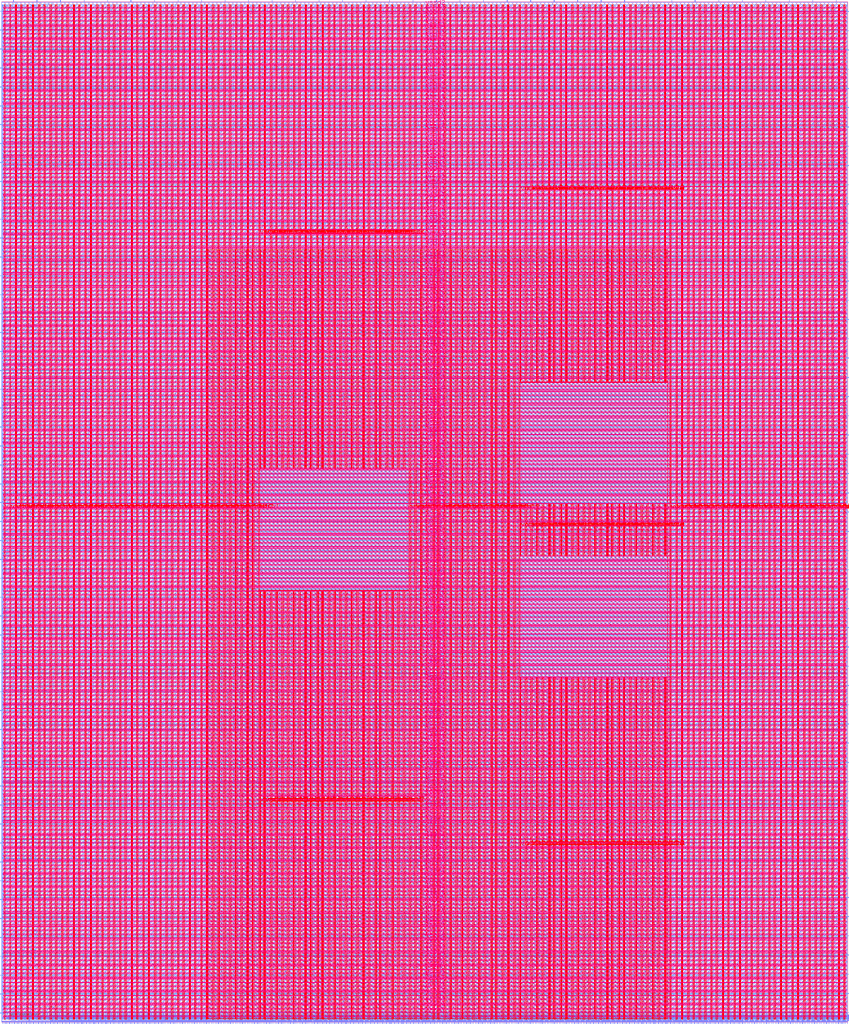
<source format=lef>
VERSION 5.7 ;
  NOWIREEXTENSIONATPIN ON ;
  DIVIDERCHAR "/" ;
  BUSBITCHARS "[]" ;
MACRO user_project_wrapper
  CLASS BLOCK ;
  FOREIGN user_project_wrapper ;
  ORIGIN 0.000 0.000 ;
  SIZE 2920.000 BY 3520.000 ;
  PIN analog_io[0]
    DIRECTION INOUT ;
    USE SIGNAL ;
    PORT
      LAYER met3 ;
        RECT 2917.600 1426.380 2924.800 1427.580 ;
    END
  END analog_io[0]
  PIN analog_io[10]
    DIRECTION INOUT ;
    USE SIGNAL ;
    PORT
      LAYER met2 ;
        RECT 2230.490 3517.600 2231.050 3524.800 ;
    END
  END analog_io[10]
  PIN analog_io[11]
    DIRECTION INOUT ;
    USE SIGNAL ;
    PORT
      LAYER met2 ;
        RECT 1905.730 3517.600 1906.290 3524.800 ;
    END
  END analog_io[11]
  PIN analog_io[12]
    DIRECTION INOUT ;
    USE SIGNAL ;
    PORT
      LAYER met2 ;
        RECT 1581.430 3517.600 1581.990 3524.800 ;
    END
  END analog_io[12]
  PIN analog_io[13]
    DIRECTION INOUT ;
    USE SIGNAL ;
    PORT
      LAYER met2 ;
        RECT 1257.130 3517.600 1257.690 3524.800 ;
    END
  END analog_io[13]
  PIN analog_io[14]
    DIRECTION INOUT ;
    USE SIGNAL ;
    PORT
      LAYER met2 ;
        RECT 932.370 3517.600 932.930 3524.800 ;
    END
  END analog_io[14]
  PIN analog_io[15]
    DIRECTION INOUT ;
    USE SIGNAL ;
    PORT
      LAYER met2 ;
        RECT 608.070 3517.600 608.630 3524.800 ;
    END
  END analog_io[15]
  PIN analog_io[16]
    DIRECTION INOUT ;
    USE SIGNAL ;
    PORT
      LAYER met2 ;
        RECT 283.770 3517.600 284.330 3524.800 ;
    END
  END analog_io[16]
  PIN analog_io[17]
    DIRECTION INOUT ;
    USE SIGNAL ;
    PORT
      LAYER met3 ;
        RECT -4.800 3486.100 2.400 3487.300 ;
    END
  END analog_io[17]
  PIN analog_io[18]
    DIRECTION INOUT ;
    USE SIGNAL ;
    PORT
      LAYER met3 ;
        RECT -4.800 3224.980 2.400 3226.180 ;
    END
  END analog_io[18]
  PIN analog_io[19]
    DIRECTION INOUT ;
    USE SIGNAL ;
    PORT
      LAYER met3 ;
        RECT -4.800 2964.540 2.400 2965.740 ;
    END
  END analog_io[19]
  PIN analog_io[1]
    DIRECTION INOUT ;
    USE SIGNAL ;
    PORT
      LAYER met3 ;
        RECT 2917.600 1692.260 2924.800 1693.460 ;
    END
  END analog_io[1]
  PIN analog_io[20]
    DIRECTION INOUT ;
    USE SIGNAL ;
    PORT
      LAYER met3 ;
        RECT -4.800 2703.420 2.400 2704.620 ;
    END
  END analog_io[20]
  PIN analog_io[21]
    DIRECTION INOUT ;
    USE SIGNAL ;
    PORT
      LAYER met3 ;
        RECT -4.800 2442.980 2.400 2444.180 ;
    END
  END analog_io[21]
  PIN analog_io[22]
    DIRECTION INOUT ;
    USE SIGNAL ;
    PORT
      LAYER met3 ;
        RECT -4.800 2182.540 2.400 2183.740 ;
    END
  END analog_io[22]
  PIN analog_io[23]
    DIRECTION INOUT ;
    USE SIGNAL ;
    PORT
      LAYER met3 ;
        RECT -4.800 1921.420 2.400 1922.620 ;
    END
  END analog_io[23]
  PIN analog_io[24]
    DIRECTION INOUT ;
    USE SIGNAL ;
    PORT
      LAYER met3 ;
        RECT -4.800 1660.980 2.400 1662.180 ;
    END
  END analog_io[24]
  PIN analog_io[25]
    DIRECTION INOUT ;
    USE SIGNAL ;
    PORT
      LAYER met3 ;
        RECT -4.800 1399.860 2.400 1401.060 ;
    END
  END analog_io[25]
  PIN analog_io[26]
    DIRECTION INOUT ;
    USE SIGNAL ;
    PORT
      LAYER met3 ;
        RECT -4.800 1139.420 2.400 1140.620 ;
    END
  END analog_io[26]
  PIN analog_io[27]
    DIRECTION INOUT ;
    USE SIGNAL ;
    PORT
      LAYER met3 ;
        RECT -4.800 878.980 2.400 880.180 ;
    END
  END analog_io[27]
  PIN analog_io[28]
    DIRECTION INOUT ;
    USE SIGNAL ;
    PORT
      LAYER met3 ;
        RECT -4.800 617.860 2.400 619.060 ;
    END
  END analog_io[28]
  PIN analog_io[2]
    DIRECTION INOUT ;
    USE SIGNAL ;
    PORT
      LAYER met3 ;
        RECT 2917.600 1958.140 2924.800 1959.340 ;
    END
  END analog_io[2]
  PIN analog_io[3]
    DIRECTION INOUT ;
    USE SIGNAL ;
    PORT
      LAYER met3 ;
        RECT 2917.600 2223.340 2924.800 2224.540 ;
    END
  END analog_io[3]
  PIN analog_io[4]
    DIRECTION INOUT ;
    USE SIGNAL ;
    PORT
      LAYER met3 ;
        RECT 2917.600 2489.220 2924.800 2490.420 ;
    END
  END analog_io[4]
  PIN analog_io[5]
    DIRECTION INOUT ;
    USE SIGNAL ;
    PORT
      LAYER met3 ;
        RECT 2917.600 2755.100 2924.800 2756.300 ;
    END
  END analog_io[5]
  PIN analog_io[6]
    DIRECTION INOUT ;
    USE SIGNAL ;
    PORT
      LAYER met3 ;
        RECT 2917.600 3020.300 2924.800 3021.500 ;
    END
  END analog_io[6]
  PIN analog_io[7]
    DIRECTION INOUT ;
    USE SIGNAL ;
    PORT
      LAYER met3 ;
        RECT 2917.600 3286.180 2924.800 3287.380 ;
    END
  END analog_io[7]
  PIN analog_io[8]
    DIRECTION INOUT ;
    USE SIGNAL ;
    PORT
      LAYER met2 ;
        RECT 2879.090 3517.600 2879.650 3524.800 ;
    END
  END analog_io[8]
  PIN analog_io[9]
    DIRECTION INOUT ;
    USE SIGNAL ;
    PORT
      LAYER met2 ;
        RECT 2554.790 3517.600 2555.350 3524.800 ;
    END
  END analog_io[9]
  PIN io_in[0]
    DIRECTION INPUT ;
    USE SIGNAL ;
    PORT
      LAYER met3 ;
        RECT 2917.600 32.380 2924.800 33.580 ;
    END
  END io_in[0]
  PIN io_in[10]
    DIRECTION INPUT ;
    USE SIGNAL ;
    PORT
      LAYER met3 ;
        RECT 2917.600 2289.980 2924.800 2291.180 ;
    END
  END io_in[10]
  PIN io_in[11]
    DIRECTION INPUT ;
    USE SIGNAL ;
    PORT
      LAYER met3 ;
        RECT 2917.600 2555.860 2924.800 2557.060 ;
    END
  END io_in[11]
  PIN io_in[12]
    DIRECTION INPUT ;
    USE SIGNAL ;
    PORT
      LAYER met3 ;
        RECT 2917.600 2821.060 2924.800 2822.260 ;
    END
  END io_in[12]
  PIN io_in[13]
    DIRECTION INPUT ;
    USE SIGNAL ;
    PORT
      LAYER met3 ;
        RECT 2917.600 3086.940 2924.800 3088.140 ;
    END
  END io_in[13]
  PIN io_in[14]
    DIRECTION INPUT ;
    USE SIGNAL ;
    PORT
      LAYER met3 ;
        RECT 2917.600 3352.820 2924.800 3354.020 ;
    END
  END io_in[14]
  PIN io_in[15]
    DIRECTION INPUT ;
    USE SIGNAL ;
    PORT
      LAYER met2 ;
        RECT 2798.130 3517.600 2798.690 3524.800 ;
    END
  END io_in[15]
  PIN io_in[16]
    DIRECTION INPUT ;
    USE SIGNAL ;
    PORT
      LAYER met2 ;
        RECT 2473.830 3517.600 2474.390 3524.800 ;
    END
  END io_in[16]
  PIN io_in[17]
    DIRECTION INPUT ;
    USE SIGNAL ;
    PORT
      LAYER met2 ;
        RECT 2149.070 3517.600 2149.630 3524.800 ;
    END
  END io_in[17]
  PIN io_in[18]
    DIRECTION INPUT ;
    USE SIGNAL ;
    PORT
      LAYER met2 ;
        RECT 1824.770 3517.600 1825.330 3524.800 ;
    END
  END io_in[18]
  PIN io_in[19]
    DIRECTION INPUT ;
    USE SIGNAL ;
    PORT
      LAYER met2 ;
        RECT 1500.470 3517.600 1501.030 3524.800 ;
    END
  END io_in[19]
  PIN io_in[1]
    DIRECTION INPUT ;
    USE SIGNAL ;
    PORT
      LAYER met3 ;
        RECT 2917.600 230.940 2924.800 232.140 ;
    END
  END io_in[1]
  PIN io_in[20]
    DIRECTION INPUT ;
    USE SIGNAL ;
    PORT
      LAYER met2 ;
        RECT 1175.710 3517.600 1176.270 3524.800 ;
    END
  END io_in[20]
  PIN io_in[21]
    DIRECTION INPUT ;
    USE SIGNAL ;
    PORT
      LAYER met2 ;
        RECT 851.410 3517.600 851.970 3524.800 ;
    END
  END io_in[21]
  PIN io_in[22]
    DIRECTION INPUT ;
    USE SIGNAL ;
    PORT
      LAYER met2 ;
        RECT 527.110 3517.600 527.670 3524.800 ;
    END
  END io_in[22]
  PIN io_in[23]
    DIRECTION INPUT ;
    USE SIGNAL ;
    PORT
      LAYER met2 ;
        RECT 202.350 3517.600 202.910 3524.800 ;
    END
  END io_in[23]
  PIN io_in[24]
    DIRECTION INPUT ;
    USE SIGNAL ;
    PORT
      LAYER met3 ;
        RECT -4.800 3420.820 2.400 3422.020 ;
    END
  END io_in[24]
  PIN io_in[25]
    DIRECTION INPUT ;
    USE SIGNAL ;
    PORT
      LAYER met3 ;
        RECT -4.800 3159.700 2.400 3160.900 ;
    END
  END io_in[25]
  PIN io_in[26]
    DIRECTION INPUT ;
    USE SIGNAL ;
    PORT
      LAYER met3 ;
        RECT -4.800 2899.260 2.400 2900.460 ;
    END
  END io_in[26]
  PIN io_in[27]
    DIRECTION INPUT ;
    USE SIGNAL ;
    PORT
      LAYER met3 ;
        RECT -4.800 2638.820 2.400 2640.020 ;
    END
  END io_in[27]
  PIN io_in[28]
    DIRECTION INPUT ;
    USE SIGNAL ;
    PORT
      LAYER met3 ;
        RECT -4.800 2377.700 2.400 2378.900 ;
    END
  END io_in[28]
  PIN io_in[29]
    DIRECTION INPUT ;
    USE SIGNAL ;
    PORT
      LAYER met3 ;
        RECT -4.800 2117.260 2.400 2118.460 ;
    END
  END io_in[29]
  PIN io_in[2]
    DIRECTION INPUT ;
    USE SIGNAL ;
    PORT
      LAYER met3 ;
        RECT 2917.600 430.180 2924.800 431.380 ;
    END
  END io_in[2]
  PIN io_in[30]
    DIRECTION INPUT ;
    USE SIGNAL ;
    PORT
      LAYER met3 ;
        RECT -4.800 1856.140 2.400 1857.340 ;
    END
  END io_in[30]
  PIN io_in[31]
    DIRECTION INPUT ;
    USE SIGNAL ;
    PORT
      LAYER met3 ;
        RECT -4.800 1595.700 2.400 1596.900 ;
    END
  END io_in[31]
  PIN io_in[32]
    DIRECTION INPUT ;
    USE SIGNAL ;
    PORT
      LAYER met3 ;
        RECT -4.800 1335.260 2.400 1336.460 ;
    END
  END io_in[32]
  PIN io_in[33]
    DIRECTION INPUT ;
    USE SIGNAL ;
    PORT
      LAYER met3 ;
        RECT -4.800 1074.140 2.400 1075.340 ;
    END
  END io_in[33]
  PIN io_in[34]
    DIRECTION INPUT ;
    USE SIGNAL ;
    PORT
      LAYER met3 ;
        RECT -4.800 813.700 2.400 814.900 ;
    END
  END io_in[34]
  PIN io_in[35]
    DIRECTION INPUT ;
    USE SIGNAL ;
    PORT
      LAYER met3 ;
        RECT -4.800 552.580 2.400 553.780 ;
    END
  END io_in[35]
  PIN io_in[36]
    DIRECTION INPUT ;
    USE SIGNAL ;
    PORT
      LAYER met3 ;
        RECT -4.800 357.420 2.400 358.620 ;
    END
  END io_in[36]
  PIN io_in[37]
    DIRECTION INPUT ;
    USE SIGNAL ;
    PORT
      LAYER met3 ;
        RECT -4.800 161.580 2.400 162.780 ;
    END
  END io_in[37]
  PIN io_in[3]
    DIRECTION INPUT ;
    USE SIGNAL ;
    PORT
      LAYER met3 ;
        RECT 2917.600 629.420 2924.800 630.620 ;
    END
  END io_in[3]
  PIN io_in[4]
    DIRECTION INPUT ;
    USE SIGNAL ;
    PORT
      LAYER met3 ;
        RECT 2917.600 828.660 2924.800 829.860 ;
    END
  END io_in[4]
  PIN io_in[5]
    DIRECTION INPUT ;
    USE SIGNAL ;
    PORT
      LAYER met3 ;
        RECT 2917.600 1027.900 2924.800 1029.100 ;
    END
  END io_in[5]
  PIN io_in[6]
    DIRECTION INPUT ;
    USE SIGNAL ;
    PORT
      LAYER met3 ;
        RECT 2917.600 1227.140 2924.800 1228.340 ;
    END
  END io_in[6]
  PIN io_in[7]
    DIRECTION INPUT ;
    USE SIGNAL ;
    PORT
      LAYER met3 ;
        RECT 2917.600 1493.020 2924.800 1494.220 ;
    END
  END io_in[7]
  PIN io_in[8]
    DIRECTION INPUT ;
    USE SIGNAL ;
    PORT
      LAYER met3 ;
        RECT 2917.600 1758.900 2924.800 1760.100 ;
    END
  END io_in[8]
  PIN io_in[9]
    DIRECTION INPUT ;
    USE SIGNAL ;
    PORT
      LAYER met3 ;
        RECT 2917.600 2024.100 2924.800 2025.300 ;
    END
  END io_in[9]
  PIN io_oeb[0]
    DIRECTION OUTPUT TRISTATE ;
    USE SIGNAL ;
    PORT
      LAYER met3 ;
        RECT 2917.600 164.980 2924.800 166.180 ;
    END
  END io_oeb[0]
  PIN io_oeb[10]
    DIRECTION OUTPUT TRISTATE ;
    USE SIGNAL ;
    PORT
      LAYER met3 ;
        RECT 2917.600 2422.580 2924.800 2423.780 ;
    END
  END io_oeb[10]
  PIN io_oeb[11]
    DIRECTION OUTPUT TRISTATE ;
    USE SIGNAL ;
    PORT
      LAYER met3 ;
        RECT 2917.600 2688.460 2924.800 2689.660 ;
    END
  END io_oeb[11]
  PIN io_oeb[12]
    DIRECTION OUTPUT TRISTATE ;
    USE SIGNAL ;
    PORT
      LAYER met3 ;
        RECT 2917.600 2954.340 2924.800 2955.540 ;
    END
  END io_oeb[12]
  PIN io_oeb[13]
    DIRECTION OUTPUT TRISTATE ;
    USE SIGNAL ;
    PORT
      LAYER met3 ;
        RECT 2917.600 3219.540 2924.800 3220.740 ;
    END
  END io_oeb[13]
  PIN io_oeb[14]
    DIRECTION OUTPUT TRISTATE ;
    USE SIGNAL ;
    PORT
      LAYER met3 ;
        RECT 2917.600 3485.420 2924.800 3486.620 ;
    END
  END io_oeb[14]
  PIN io_oeb[15]
    DIRECTION OUTPUT TRISTATE ;
    USE SIGNAL ;
    PORT
      LAYER met2 ;
        RECT 2635.750 3517.600 2636.310 3524.800 ;
    END
  END io_oeb[15]
  PIN io_oeb[16]
    DIRECTION OUTPUT TRISTATE ;
    USE SIGNAL ;
    PORT
      LAYER met2 ;
        RECT 2311.450 3517.600 2312.010 3524.800 ;
    END
  END io_oeb[16]
  PIN io_oeb[17]
    DIRECTION OUTPUT TRISTATE ;
    USE SIGNAL ;
    PORT
      LAYER met2 ;
        RECT 1987.150 3517.600 1987.710 3524.800 ;
    END
  END io_oeb[17]
  PIN io_oeb[18]
    DIRECTION OUTPUT TRISTATE ;
    USE SIGNAL ;
    PORT
      LAYER met2 ;
        RECT 1662.390 3517.600 1662.950 3524.800 ;
    END
  END io_oeb[18]
  PIN io_oeb[19]
    DIRECTION OUTPUT TRISTATE ;
    USE SIGNAL ;
    PORT
      LAYER met2 ;
        RECT 1338.090 3517.600 1338.650 3524.800 ;
    END
  END io_oeb[19]
  PIN io_oeb[1]
    DIRECTION OUTPUT TRISTATE ;
    USE SIGNAL ;
    PORT
      LAYER met3 ;
        RECT 2917.600 364.220 2924.800 365.420 ;
    END
  END io_oeb[1]
  PIN io_oeb[20]
    DIRECTION OUTPUT TRISTATE ;
    USE SIGNAL ;
    PORT
      LAYER met2 ;
        RECT 1013.790 3517.600 1014.350 3524.800 ;
    END
  END io_oeb[20]
  PIN io_oeb[21]
    DIRECTION OUTPUT TRISTATE ;
    USE SIGNAL ;
    PORT
      LAYER met2 ;
        RECT 689.030 3517.600 689.590 3524.800 ;
    END
  END io_oeb[21]
  PIN io_oeb[22]
    DIRECTION OUTPUT TRISTATE ;
    USE SIGNAL ;
    PORT
      LAYER met2 ;
        RECT 364.730 3517.600 365.290 3524.800 ;
    END
  END io_oeb[22]
  PIN io_oeb[23]
    DIRECTION OUTPUT TRISTATE ;
    USE SIGNAL ;
    PORT
      LAYER met2 ;
        RECT 40.430 3517.600 40.990 3524.800 ;
    END
  END io_oeb[23]
  PIN io_oeb[24]
    DIRECTION OUTPUT TRISTATE ;
    USE SIGNAL ;
    PORT
      LAYER met3 ;
        RECT -4.800 3290.260 2.400 3291.460 ;
    END
  END io_oeb[24]
  PIN io_oeb[25]
    DIRECTION OUTPUT TRISTATE ;
    USE SIGNAL ;
    PORT
      LAYER met3 ;
        RECT -4.800 3029.820 2.400 3031.020 ;
    END
  END io_oeb[25]
  PIN io_oeb[26]
    DIRECTION OUTPUT TRISTATE ;
    USE SIGNAL ;
    PORT
      LAYER met3 ;
        RECT -4.800 2768.700 2.400 2769.900 ;
    END
  END io_oeb[26]
  PIN io_oeb[27]
    DIRECTION OUTPUT TRISTATE ;
    USE SIGNAL ;
    PORT
      LAYER met3 ;
        RECT -4.800 2508.260 2.400 2509.460 ;
    END
  END io_oeb[27]
  PIN io_oeb[28]
    DIRECTION OUTPUT TRISTATE ;
    USE SIGNAL ;
    PORT
      LAYER met3 ;
        RECT -4.800 2247.140 2.400 2248.340 ;
    END
  END io_oeb[28]
  PIN io_oeb[29]
    DIRECTION OUTPUT TRISTATE ;
    USE SIGNAL ;
    PORT
      LAYER met3 ;
        RECT -4.800 1986.700 2.400 1987.900 ;
    END
  END io_oeb[29]
  PIN io_oeb[2]
    DIRECTION OUTPUT TRISTATE ;
    USE SIGNAL ;
    PORT
      LAYER met3 ;
        RECT 2917.600 563.460 2924.800 564.660 ;
    END
  END io_oeb[2]
  PIN io_oeb[30]
    DIRECTION OUTPUT TRISTATE ;
    USE SIGNAL ;
    PORT
      LAYER met3 ;
        RECT -4.800 1726.260 2.400 1727.460 ;
    END
  END io_oeb[30]
  PIN io_oeb[31]
    DIRECTION OUTPUT TRISTATE ;
    USE SIGNAL ;
    PORT
      LAYER met3 ;
        RECT -4.800 1465.140 2.400 1466.340 ;
    END
  END io_oeb[31]
  PIN io_oeb[32]
    DIRECTION OUTPUT TRISTATE ;
    USE SIGNAL ;
    PORT
      LAYER met3 ;
        RECT -4.800 1204.700 2.400 1205.900 ;
    END
  END io_oeb[32]
  PIN io_oeb[33]
    DIRECTION OUTPUT TRISTATE ;
    USE SIGNAL ;
    PORT
      LAYER met3 ;
        RECT -4.800 943.580 2.400 944.780 ;
    END
  END io_oeb[33]
  PIN io_oeb[34]
    DIRECTION OUTPUT TRISTATE ;
    USE SIGNAL ;
    PORT
      LAYER met3 ;
        RECT -4.800 683.140 2.400 684.340 ;
    END
  END io_oeb[34]
  PIN io_oeb[35]
    DIRECTION OUTPUT TRISTATE ;
    USE SIGNAL ;
    PORT
      LAYER met3 ;
        RECT -4.800 422.700 2.400 423.900 ;
    END
  END io_oeb[35]
  PIN io_oeb[36]
    DIRECTION OUTPUT TRISTATE ;
    USE SIGNAL ;
    PORT
      LAYER met3 ;
        RECT -4.800 226.860 2.400 228.060 ;
    END
  END io_oeb[36]
  PIN io_oeb[37]
    DIRECTION OUTPUT TRISTATE ;
    USE SIGNAL ;
    PORT
      LAYER met3 ;
        RECT -4.800 31.700 2.400 32.900 ;
    END
  END io_oeb[37]
  PIN io_oeb[3]
    DIRECTION OUTPUT TRISTATE ;
    USE SIGNAL ;
    PORT
      LAYER met3 ;
        RECT 2917.600 762.700 2924.800 763.900 ;
    END
  END io_oeb[3]
  PIN io_oeb[4]
    DIRECTION OUTPUT TRISTATE ;
    USE SIGNAL ;
    PORT
      LAYER met3 ;
        RECT 2917.600 961.940 2924.800 963.140 ;
    END
  END io_oeb[4]
  PIN io_oeb[5]
    DIRECTION OUTPUT TRISTATE ;
    USE SIGNAL ;
    PORT
      LAYER met3 ;
        RECT 2917.600 1161.180 2924.800 1162.380 ;
    END
  END io_oeb[5]
  PIN io_oeb[6]
    DIRECTION OUTPUT TRISTATE ;
    USE SIGNAL ;
    PORT
      LAYER met3 ;
        RECT 2917.600 1360.420 2924.800 1361.620 ;
    END
  END io_oeb[6]
  PIN io_oeb[7]
    DIRECTION OUTPUT TRISTATE ;
    USE SIGNAL ;
    PORT
      LAYER met3 ;
        RECT 2917.600 1625.620 2924.800 1626.820 ;
    END
  END io_oeb[7]
  PIN io_oeb[8]
    DIRECTION OUTPUT TRISTATE ;
    USE SIGNAL ;
    PORT
      LAYER met3 ;
        RECT 2917.600 1891.500 2924.800 1892.700 ;
    END
  END io_oeb[8]
  PIN io_oeb[9]
    DIRECTION OUTPUT TRISTATE ;
    USE SIGNAL ;
    PORT
      LAYER met3 ;
        RECT 2917.600 2157.380 2924.800 2158.580 ;
    END
  END io_oeb[9]
  PIN io_out[0]
    DIRECTION OUTPUT TRISTATE ;
    USE SIGNAL ;
    PORT
      LAYER met3 ;
        RECT 2917.600 98.340 2924.800 99.540 ;
    END
  END io_out[0]
  PIN io_out[10]
    DIRECTION OUTPUT TRISTATE ;
    USE SIGNAL ;
    PORT
      LAYER met3 ;
        RECT 2917.600 2356.620 2924.800 2357.820 ;
    END
  END io_out[10]
  PIN io_out[11]
    DIRECTION OUTPUT TRISTATE ;
    USE SIGNAL ;
    PORT
      LAYER met3 ;
        RECT 2917.600 2621.820 2924.800 2623.020 ;
    END
  END io_out[11]
  PIN io_out[12]
    DIRECTION OUTPUT TRISTATE ;
    USE SIGNAL ;
    PORT
      LAYER met3 ;
        RECT 2917.600 2887.700 2924.800 2888.900 ;
    END
  END io_out[12]
  PIN io_out[13]
    DIRECTION OUTPUT TRISTATE ;
    USE SIGNAL ;
    PORT
      LAYER met3 ;
        RECT 2917.600 3153.580 2924.800 3154.780 ;
    END
  END io_out[13]
  PIN io_out[14]
    DIRECTION OUTPUT TRISTATE ;
    USE SIGNAL ;
    PORT
      LAYER met3 ;
        RECT 2917.600 3418.780 2924.800 3419.980 ;
    END
  END io_out[14]
  PIN io_out[15]
    DIRECTION OUTPUT TRISTATE ;
    USE SIGNAL ;
    PORT
      LAYER met2 ;
        RECT 2717.170 3517.600 2717.730 3524.800 ;
    END
  END io_out[15]
  PIN io_out[16]
    DIRECTION OUTPUT TRISTATE ;
    USE SIGNAL ;
    PORT
      LAYER met2 ;
        RECT 2392.410 3517.600 2392.970 3524.800 ;
    END
  END io_out[16]
  PIN io_out[17]
    DIRECTION OUTPUT TRISTATE ;
    USE SIGNAL ;
    PORT
      LAYER met2 ;
        RECT 2068.110 3517.600 2068.670 3524.800 ;
    END
  END io_out[17]
  PIN io_out[18]
    DIRECTION OUTPUT TRISTATE ;
    USE SIGNAL ;
    PORT
      LAYER met2 ;
        RECT 1743.810 3517.600 1744.370 3524.800 ;
    END
  END io_out[18]
  PIN io_out[19]
    DIRECTION OUTPUT TRISTATE ;
    USE SIGNAL ;
    PORT
      LAYER met2 ;
        RECT 1419.050 3517.600 1419.610 3524.800 ;
    END
  END io_out[19]
  PIN io_out[1]
    DIRECTION OUTPUT TRISTATE ;
    USE SIGNAL ;
    PORT
      LAYER met3 ;
        RECT 2917.600 297.580 2924.800 298.780 ;
    END
  END io_out[1]
  PIN io_out[20]
    DIRECTION OUTPUT TRISTATE ;
    USE SIGNAL ;
    PORT
      LAYER met2 ;
        RECT 1094.750 3517.600 1095.310 3524.800 ;
    END
  END io_out[20]
  PIN io_out[21]
    DIRECTION OUTPUT TRISTATE ;
    USE SIGNAL ;
    PORT
      LAYER met2 ;
        RECT 770.450 3517.600 771.010 3524.800 ;
    END
  END io_out[21]
  PIN io_out[22]
    DIRECTION OUTPUT TRISTATE ;
    USE SIGNAL ;
    PORT
      LAYER met2 ;
        RECT 445.690 3517.600 446.250 3524.800 ;
    END
  END io_out[22]
  PIN io_out[23]
    DIRECTION OUTPUT TRISTATE ;
    USE SIGNAL ;
    PORT
      LAYER met2 ;
        RECT 121.390 3517.600 121.950 3524.800 ;
    END
  END io_out[23]
  PIN io_out[24]
    DIRECTION OUTPUT TRISTATE ;
    USE SIGNAL ;
    PORT
      LAYER met3 ;
        RECT -4.800 3355.540 2.400 3356.740 ;
    END
  END io_out[24]
  PIN io_out[25]
    DIRECTION OUTPUT TRISTATE ;
    USE SIGNAL ;
    PORT
      LAYER met3 ;
        RECT -4.800 3095.100 2.400 3096.300 ;
    END
  END io_out[25]
  PIN io_out[26]
    DIRECTION OUTPUT TRISTATE ;
    USE SIGNAL ;
    PORT
      LAYER met3 ;
        RECT -4.800 2833.980 2.400 2835.180 ;
    END
  END io_out[26]
  PIN io_out[27]
    DIRECTION OUTPUT TRISTATE ;
    USE SIGNAL ;
    PORT
      LAYER met3 ;
        RECT -4.800 2573.540 2.400 2574.740 ;
    END
  END io_out[27]
  PIN io_out[28]
    DIRECTION OUTPUT TRISTATE ;
    USE SIGNAL ;
    PORT
      LAYER met3 ;
        RECT -4.800 2312.420 2.400 2313.620 ;
    END
  END io_out[28]
  PIN io_out[29]
    DIRECTION OUTPUT TRISTATE ;
    USE SIGNAL ;
    PORT
      LAYER met3 ;
        RECT -4.800 2051.980 2.400 2053.180 ;
    END
  END io_out[29]
  PIN io_out[2]
    DIRECTION OUTPUT TRISTATE ;
    USE SIGNAL ;
    PORT
      LAYER met3 ;
        RECT 2917.600 496.820 2924.800 498.020 ;
    END
  END io_out[2]
  PIN io_out[30]
    DIRECTION OUTPUT TRISTATE ;
    USE SIGNAL ;
    PORT
      LAYER met3 ;
        RECT -4.800 1791.540 2.400 1792.740 ;
    END
  END io_out[30]
  PIN io_out[31]
    DIRECTION OUTPUT TRISTATE ;
    USE SIGNAL ;
    PORT
      LAYER met3 ;
        RECT -4.800 1530.420 2.400 1531.620 ;
    END
  END io_out[31]
  PIN io_out[32]
    DIRECTION OUTPUT TRISTATE ;
    USE SIGNAL ;
    PORT
      LAYER met3 ;
        RECT -4.800 1269.980 2.400 1271.180 ;
    END
  END io_out[32]
  PIN io_out[33]
    DIRECTION OUTPUT TRISTATE ;
    USE SIGNAL ;
    PORT
      LAYER met3 ;
        RECT -4.800 1008.860 2.400 1010.060 ;
    END
  END io_out[33]
  PIN io_out[34]
    DIRECTION OUTPUT TRISTATE ;
    USE SIGNAL ;
    PORT
      LAYER met3 ;
        RECT -4.800 748.420 2.400 749.620 ;
    END
  END io_out[34]
  PIN io_out[35]
    DIRECTION OUTPUT TRISTATE ;
    USE SIGNAL ;
    PORT
      LAYER met3 ;
        RECT -4.800 487.300 2.400 488.500 ;
    END
  END io_out[35]
  PIN io_out[36]
    DIRECTION OUTPUT TRISTATE ;
    USE SIGNAL ;
    PORT
      LAYER met3 ;
        RECT -4.800 292.140 2.400 293.340 ;
    END
  END io_out[36]
  PIN io_out[37]
    DIRECTION OUTPUT TRISTATE ;
    USE SIGNAL ;
    PORT
      LAYER met3 ;
        RECT -4.800 96.300 2.400 97.500 ;
    END
  END io_out[37]
  PIN io_out[3]
    DIRECTION OUTPUT TRISTATE ;
    USE SIGNAL ;
    PORT
      LAYER met3 ;
        RECT 2917.600 696.060 2924.800 697.260 ;
    END
  END io_out[3]
  PIN io_out[4]
    DIRECTION OUTPUT TRISTATE ;
    USE SIGNAL ;
    PORT
      LAYER met3 ;
        RECT 2917.600 895.300 2924.800 896.500 ;
    END
  END io_out[4]
  PIN io_out[5]
    DIRECTION OUTPUT TRISTATE ;
    USE SIGNAL ;
    PORT
      LAYER met3 ;
        RECT 2917.600 1094.540 2924.800 1095.740 ;
    END
  END io_out[5]
  PIN io_out[6]
    DIRECTION OUTPUT TRISTATE ;
    USE SIGNAL ;
    PORT
      LAYER met3 ;
        RECT 2917.600 1293.780 2924.800 1294.980 ;
    END
  END io_out[6]
  PIN io_out[7]
    DIRECTION OUTPUT TRISTATE ;
    USE SIGNAL ;
    PORT
      LAYER met3 ;
        RECT 2917.600 1559.660 2924.800 1560.860 ;
    END
  END io_out[7]
  PIN io_out[8]
    DIRECTION OUTPUT TRISTATE ;
    USE SIGNAL ;
    PORT
      LAYER met3 ;
        RECT 2917.600 1824.860 2924.800 1826.060 ;
    END
  END io_out[8]
  PIN io_out[9]
    DIRECTION OUTPUT TRISTATE ;
    USE SIGNAL ;
    PORT
      LAYER met3 ;
        RECT 2917.600 2090.740 2924.800 2091.940 ;
    END
  END io_out[9]
  PIN la_data_in[0]
    DIRECTION INPUT ;
    USE SIGNAL ;
    PORT
      LAYER met2 ;
        RECT 629.230 -4.800 629.790 2.400 ;
    END
  END la_data_in[0]
  PIN la_data_in[100]
    DIRECTION INPUT ;
    USE SIGNAL ;
    PORT
      LAYER met2 ;
        RECT 2402.530 -4.800 2403.090 2.400 ;
    END
  END la_data_in[100]
  PIN la_data_in[101]
    DIRECTION INPUT ;
    USE SIGNAL ;
    PORT
      LAYER met2 ;
        RECT 2420.010 -4.800 2420.570 2.400 ;
    END
  END la_data_in[101]
  PIN la_data_in[102]
    DIRECTION INPUT ;
    USE SIGNAL ;
    PORT
      LAYER met2 ;
        RECT 2437.950 -4.800 2438.510 2.400 ;
    END
  END la_data_in[102]
  PIN la_data_in[103]
    DIRECTION INPUT ;
    USE SIGNAL ;
    PORT
      LAYER met2 ;
        RECT 2455.430 -4.800 2455.990 2.400 ;
    END
  END la_data_in[103]
  PIN la_data_in[104]
    DIRECTION INPUT ;
    USE SIGNAL ;
    PORT
      LAYER met2 ;
        RECT 2473.370 -4.800 2473.930 2.400 ;
    END
  END la_data_in[104]
  PIN la_data_in[105]
    DIRECTION INPUT ;
    USE SIGNAL ;
    PORT
      LAYER met2 ;
        RECT 2490.850 -4.800 2491.410 2.400 ;
    END
  END la_data_in[105]
  PIN la_data_in[106]
    DIRECTION INPUT ;
    USE SIGNAL ;
    PORT
      LAYER met2 ;
        RECT 2508.790 -4.800 2509.350 2.400 ;
    END
  END la_data_in[106]
  PIN la_data_in[107]
    DIRECTION INPUT ;
    USE SIGNAL ;
    PORT
      LAYER met2 ;
        RECT 2526.730 -4.800 2527.290 2.400 ;
    END
  END la_data_in[107]
  PIN la_data_in[108]
    DIRECTION INPUT ;
    USE SIGNAL ;
    PORT
      LAYER met2 ;
        RECT 2544.210 -4.800 2544.770 2.400 ;
    END
  END la_data_in[108]
  PIN la_data_in[109]
    DIRECTION INPUT ;
    USE SIGNAL ;
    PORT
      LAYER met2 ;
        RECT 2562.150 -4.800 2562.710 2.400 ;
    END
  END la_data_in[109]
  PIN la_data_in[10]
    DIRECTION INPUT ;
    USE SIGNAL ;
    PORT
      LAYER met2 ;
        RECT 806.330 -4.800 806.890 2.400 ;
    END
  END la_data_in[10]
  PIN la_data_in[110]
    DIRECTION INPUT ;
    USE SIGNAL ;
    PORT
      LAYER met2 ;
        RECT 2579.630 -4.800 2580.190 2.400 ;
    END
  END la_data_in[110]
  PIN la_data_in[111]
    DIRECTION INPUT ;
    USE SIGNAL ;
    PORT
      LAYER met2 ;
        RECT 2597.570 -4.800 2598.130 2.400 ;
    END
  END la_data_in[111]
  PIN la_data_in[112]
    DIRECTION INPUT ;
    USE SIGNAL ;
    PORT
      LAYER met2 ;
        RECT 2615.050 -4.800 2615.610 2.400 ;
    END
  END la_data_in[112]
  PIN la_data_in[113]
    DIRECTION INPUT ;
    USE SIGNAL ;
    PORT
      LAYER met2 ;
        RECT 2632.990 -4.800 2633.550 2.400 ;
    END
  END la_data_in[113]
  PIN la_data_in[114]
    DIRECTION INPUT ;
    USE SIGNAL ;
    PORT
      LAYER met2 ;
        RECT 2650.470 -4.800 2651.030 2.400 ;
    END
  END la_data_in[114]
  PIN la_data_in[115]
    DIRECTION INPUT ;
    USE SIGNAL ;
    PORT
      LAYER met2 ;
        RECT 2668.410 -4.800 2668.970 2.400 ;
    END
  END la_data_in[115]
  PIN la_data_in[116]
    DIRECTION INPUT ;
    USE SIGNAL ;
    PORT
      LAYER met2 ;
        RECT 2685.890 -4.800 2686.450 2.400 ;
    END
  END la_data_in[116]
  PIN la_data_in[117]
    DIRECTION INPUT ;
    USE SIGNAL ;
    PORT
      LAYER met2 ;
        RECT 2703.830 -4.800 2704.390 2.400 ;
    END
  END la_data_in[117]
  PIN la_data_in[118]
    DIRECTION INPUT ;
    USE SIGNAL ;
    PORT
      LAYER met2 ;
        RECT 2721.770 -4.800 2722.330 2.400 ;
    END
  END la_data_in[118]
  PIN la_data_in[119]
    DIRECTION INPUT ;
    USE SIGNAL ;
    PORT
      LAYER met2 ;
        RECT 2739.250 -4.800 2739.810 2.400 ;
    END
  END la_data_in[119]
  PIN la_data_in[11]
    DIRECTION INPUT ;
    USE SIGNAL ;
    PORT
      LAYER met2 ;
        RECT 824.270 -4.800 824.830 2.400 ;
    END
  END la_data_in[11]
  PIN la_data_in[120]
    DIRECTION INPUT ;
    USE SIGNAL ;
    PORT
      LAYER met2 ;
        RECT 2757.190 -4.800 2757.750 2.400 ;
    END
  END la_data_in[120]
  PIN la_data_in[121]
    DIRECTION INPUT ;
    USE SIGNAL ;
    PORT
      LAYER met2 ;
        RECT 2774.670 -4.800 2775.230 2.400 ;
    END
  END la_data_in[121]
  PIN la_data_in[122]
    DIRECTION INPUT ;
    USE SIGNAL ;
    PORT
      LAYER met2 ;
        RECT 2792.610 -4.800 2793.170 2.400 ;
    END
  END la_data_in[122]
  PIN la_data_in[123]
    DIRECTION INPUT ;
    USE SIGNAL ;
    PORT
      LAYER met2 ;
        RECT 2810.090 -4.800 2810.650 2.400 ;
    END
  END la_data_in[123]
  PIN la_data_in[124]
    DIRECTION INPUT ;
    USE SIGNAL ;
    PORT
      LAYER met2 ;
        RECT 2828.030 -4.800 2828.590 2.400 ;
    END
  END la_data_in[124]
  PIN la_data_in[125]
    DIRECTION INPUT ;
    USE SIGNAL ;
    PORT
      LAYER met2 ;
        RECT 2845.510 -4.800 2846.070 2.400 ;
    END
  END la_data_in[125]
  PIN la_data_in[126]
    DIRECTION INPUT ;
    USE SIGNAL ;
    PORT
      LAYER met2 ;
        RECT 2863.450 -4.800 2864.010 2.400 ;
    END
  END la_data_in[126]
  PIN la_data_in[127]
    DIRECTION INPUT ;
    USE SIGNAL ;
    PORT
      LAYER met2 ;
        RECT 2881.390 -4.800 2881.950 2.400 ;
    END
  END la_data_in[127]
  PIN la_data_in[12]
    DIRECTION INPUT ;
    USE SIGNAL ;
    PORT
      LAYER met2 ;
        RECT 841.750 -4.800 842.310 2.400 ;
    END
  END la_data_in[12]
  PIN la_data_in[13]
    DIRECTION INPUT ;
    USE SIGNAL ;
    PORT
      LAYER met2 ;
        RECT 859.690 -4.800 860.250 2.400 ;
    END
  END la_data_in[13]
  PIN la_data_in[14]
    DIRECTION INPUT ;
    USE SIGNAL ;
    PORT
      LAYER met2 ;
        RECT 877.170 -4.800 877.730 2.400 ;
    END
  END la_data_in[14]
  PIN la_data_in[15]
    DIRECTION INPUT ;
    USE SIGNAL ;
    PORT
      LAYER met2 ;
        RECT 895.110 -4.800 895.670 2.400 ;
    END
  END la_data_in[15]
  PIN la_data_in[16]
    DIRECTION INPUT ;
    USE SIGNAL ;
    PORT
      LAYER met2 ;
        RECT 912.590 -4.800 913.150 2.400 ;
    END
  END la_data_in[16]
  PIN la_data_in[17]
    DIRECTION INPUT ;
    USE SIGNAL ;
    PORT
      LAYER met2 ;
        RECT 930.530 -4.800 931.090 2.400 ;
    END
  END la_data_in[17]
  PIN la_data_in[18]
    DIRECTION INPUT ;
    USE SIGNAL ;
    PORT
      LAYER met2 ;
        RECT 948.470 -4.800 949.030 2.400 ;
    END
  END la_data_in[18]
  PIN la_data_in[19]
    DIRECTION INPUT ;
    USE SIGNAL ;
    PORT
      LAYER met2 ;
        RECT 965.950 -4.800 966.510 2.400 ;
    END
  END la_data_in[19]
  PIN la_data_in[1]
    DIRECTION INPUT ;
    USE SIGNAL ;
    PORT
      LAYER met2 ;
        RECT 646.710 -4.800 647.270 2.400 ;
    END
  END la_data_in[1]
  PIN la_data_in[20]
    DIRECTION INPUT ;
    USE SIGNAL ;
    PORT
      LAYER met2 ;
        RECT 983.890 -4.800 984.450 2.400 ;
    END
  END la_data_in[20]
  PIN la_data_in[21]
    DIRECTION INPUT ;
    USE SIGNAL ;
    PORT
      LAYER met2 ;
        RECT 1001.370 -4.800 1001.930 2.400 ;
    END
  END la_data_in[21]
  PIN la_data_in[22]
    DIRECTION INPUT ;
    USE SIGNAL ;
    PORT
      LAYER met2 ;
        RECT 1019.310 -4.800 1019.870 2.400 ;
    END
  END la_data_in[22]
  PIN la_data_in[23]
    DIRECTION INPUT ;
    USE SIGNAL ;
    PORT
      LAYER met2 ;
        RECT 1036.790 -4.800 1037.350 2.400 ;
    END
  END la_data_in[23]
  PIN la_data_in[24]
    DIRECTION INPUT ;
    USE SIGNAL ;
    PORT
      LAYER met2 ;
        RECT 1054.730 -4.800 1055.290 2.400 ;
    END
  END la_data_in[24]
  PIN la_data_in[25]
    DIRECTION INPUT ;
    USE SIGNAL ;
    PORT
      LAYER met2 ;
        RECT 1072.210 -4.800 1072.770 2.400 ;
    END
  END la_data_in[25]
  PIN la_data_in[26]
    DIRECTION INPUT ;
    USE SIGNAL ;
    PORT
      LAYER met2 ;
        RECT 1090.150 -4.800 1090.710 2.400 ;
    END
  END la_data_in[26]
  PIN la_data_in[27]
    DIRECTION INPUT ;
    USE SIGNAL ;
    PORT
      LAYER met2 ;
        RECT 1107.630 -4.800 1108.190 2.400 ;
    END
  END la_data_in[27]
  PIN la_data_in[28]
    DIRECTION INPUT ;
    USE SIGNAL ;
    PORT
      LAYER met2 ;
        RECT 1125.570 -4.800 1126.130 2.400 ;
    END
  END la_data_in[28]
  PIN la_data_in[29]
    DIRECTION INPUT ;
    USE SIGNAL ;
    PORT
      LAYER met2 ;
        RECT 1143.510 -4.800 1144.070 2.400 ;
    END
  END la_data_in[29]
  PIN la_data_in[2]
    DIRECTION INPUT ;
    USE SIGNAL ;
    PORT
      LAYER met2 ;
        RECT 664.650 -4.800 665.210 2.400 ;
    END
  END la_data_in[2]
  PIN la_data_in[30]
    DIRECTION INPUT ;
    USE SIGNAL ;
    PORT
      LAYER met2 ;
        RECT 1160.990 -4.800 1161.550 2.400 ;
    END
  END la_data_in[30]
  PIN la_data_in[31]
    DIRECTION INPUT ;
    USE SIGNAL ;
    PORT
      LAYER met2 ;
        RECT 1178.930 -4.800 1179.490 2.400 ;
    END
  END la_data_in[31]
  PIN la_data_in[32]
    DIRECTION INPUT ;
    USE SIGNAL ;
    PORT
      LAYER met2 ;
        RECT 1196.410 -4.800 1196.970 2.400 ;
    END
  END la_data_in[32]
  PIN la_data_in[33]
    DIRECTION INPUT ;
    USE SIGNAL ;
    PORT
      LAYER met2 ;
        RECT 1214.350 -4.800 1214.910 2.400 ;
    END
  END la_data_in[33]
  PIN la_data_in[34]
    DIRECTION INPUT ;
    USE SIGNAL ;
    PORT
      LAYER met2 ;
        RECT 1231.830 -4.800 1232.390 2.400 ;
    END
  END la_data_in[34]
  PIN la_data_in[35]
    DIRECTION INPUT ;
    USE SIGNAL ;
    PORT
      LAYER met2 ;
        RECT 1249.770 -4.800 1250.330 2.400 ;
    END
  END la_data_in[35]
  PIN la_data_in[36]
    DIRECTION INPUT ;
    USE SIGNAL ;
    PORT
      LAYER met2 ;
        RECT 1267.250 -4.800 1267.810 2.400 ;
    END
  END la_data_in[36]
  PIN la_data_in[37]
    DIRECTION INPUT ;
    USE SIGNAL ;
    PORT
      LAYER met2 ;
        RECT 1285.190 -4.800 1285.750 2.400 ;
    END
  END la_data_in[37]
  PIN la_data_in[38]
    DIRECTION INPUT ;
    USE SIGNAL ;
    PORT
      LAYER met2 ;
        RECT 1303.130 -4.800 1303.690 2.400 ;
    END
  END la_data_in[38]
  PIN la_data_in[39]
    DIRECTION INPUT ;
    USE SIGNAL ;
    PORT
      LAYER met2 ;
        RECT 1320.610 -4.800 1321.170 2.400 ;
    END
  END la_data_in[39]
  PIN la_data_in[3]
    DIRECTION INPUT ;
    USE SIGNAL ;
    PORT
      LAYER met2 ;
        RECT 682.130 -4.800 682.690 2.400 ;
    END
  END la_data_in[3]
  PIN la_data_in[40]
    DIRECTION INPUT ;
    USE SIGNAL ;
    PORT
      LAYER met2 ;
        RECT 1338.550 -4.800 1339.110 2.400 ;
    END
  END la_data_in[40]
  PIN la_data_in[41]
    DIRECTION INPUT ;
    USE SIGNAL ;
    PORT
      LAYER met2 ;
        RECT 1356.030 -4.800 1356.590 2.400 ;
    END
  END la_data_in[41]
  PIN la_data_in[42]
    DIRECTION INPUT ;
    USE SIGNAL ;
    PORT
      LAYER met2 ;
        RECT 1373.970 -4.800 1374.530 2.400 ;
    END
  END la_data_in[42]
  PIN la_data_in[43]
    DIRECTION INPUT ;
    USE SIGNAL ;
    PORT
      LAYER met2 ;
        RECT 1391.450 -4.800 1392.010 2.400 ;
    END
  END la_data_in[43]
  PIN la_data_in[44]
    DIRECTION INPUT ;
    USE SIGNAL ;
    PORT
      LAYER met2 ;
        RECT 1409.390 -4.800 1409.950 2.400 ;
    END
  END la_data_in[44]
  PIN la_data_in[45]
    DIRECTION INPUT ;
    USE SIGNAL ;
    PORT
      LAYER met2 ;
        RECT 1426.870 -4.800 1427.430 2.400 ;
    END
  END la_data_in[45]
  PIN la_data_in[46]
    DIRECTION INPUT ;
    USE SIGNAL ;
    PORT
      LAYER met2 ;
        RECT 1444.810 -4.800 1445.370 2.400 ;
    END
  END la_data_in[46]
  PIN la_data_in[47]
    DIRECTION INPUT ;
    USE SIGNAL ;
    PORT
      LAYER met2 ;
        RECT 1462.750 -4.800 1463.310 2.400 ;
    END
  END la_data_in[47]
  PIN la_data_in[48]
    DIRECTION INPUT ;
    USE SIGNAL ;
    PORT
      LAYER met2 ;
        RECT 1480.230 -4.800 1480.790 2.400 ;
    END
  END la_data_in[48]
  PIN la_data_in[49]
    DIRECTION INPUT ;
    USE SIGNAL ;
    PORT
      LAYER met2 ;
        RECT 1498.170 -4.800 1498.730 2.400 ;
    END
  END la_data_in[49]
  PIN la_data_in[4]
    DIRECTION INPUT ;
    USE SIGNAL ;
    PORT
      LAYER met2 ;
        RECT 700.070 -4.800 700.630 2.400 ;
    END
  END la_data_in[4]
  PIN la_data_in[50]
    DIRECTION INPUT ;
    USE SIGNAL ;
    PORT
      LAYER met2 ;
        RECT 1515.650 -4.800 1516.210 2.400 ;
    END
  END la_data_in[50]
  PIN la_data_in[51]
    DIRECTION INPUT ;
    USE SIGNAL ;
    PORT
      LAYER met2 ;
        RECT 1533.590 -4.800 1534.150 2.400 ;
    END
  END la_data_in[51]
  PIN la_data_in[52]
    DIRECTION INPUT ;
    USE SIGNAL ;
    PORT
      LAYER met2 ;
        RECT 1551.070 -4.800 1551.630 2.400 ;
    END
  END la_data_in[52]
  PIN la_data_in[53]
    DIRECTION INPUT ;
    USE SIGNAL ;
    PORT
      LAYER met2 ;
        RECT 1569.010 -4.800 1569.570 2.400 ;
    END
  END la_data_in[53]
  PIN la_data_in[54]
    DIRECTION INPUT ;
    USE SIGNAL ;
    PORT
      LAYER met2 ;
        RECT 1586.490 -4.800 1587.050 2.400 ;
    END
  END la_data_in[54]
  PIN la_data_in[55]
    DIRECTION INPUT ;
    USE SIGNAL ;
    PORT
      LAYER met2 ;
        RECT 1604.430 -4.800 1604.990 2.400 ;
    END
  END la_data_in[55]
  PIN la_data_in[56]
    DIRECTION INPUT ;
    USE SIGNAL ;
    PORT
      LAYER met2 ;
        RECT 1621.910 -4.800 1622.470 2.400 ;
    END
  END la_data_in[56]
  PIN la_data_in[57]
    DIRECTION INPUT ;
    USE SIGNAL ;
    PORT
      LAYER met2 ;
        RECT 1639.850 -4.800 1640.410 2.400 ;
    END
  END la_data_in[57]
  PIN la_data_in[58]
    DIRECTION INPUT ;
    USE SIGNAL ;
    PORT
      LAYER met2 ;
        RECT 1657.790 -4.800 1658.350 2.400 ;
    END
  END la_data_in[58]
  PIN la_data_in[59]
    DIRECTION INPUT ;
    USE SIGNAL ;
    PORT
      LAYER met2 ;
        RECT 1675.270 -4.800 1675.830 2.400 ;
    END
  END la_data_in[59]
  PIN la_data_in[5]
    DIRECTION INPUT ;
    USE SIGNAL ;
    PORT
      LAYER met2 ;
        RECT 717.550 -4.800 718.110 2.400 ;
    END
  END la_data_in[5]
  PIN la_data_in[60]
    DIRECTION INPUT ;
    USE SIGNAL ;
    PORT
      LAYER met2 ;
        RECT 1693.210 -4.800 1693.770 2.400 ;
    END
  END la_data_in[60]
  PIN la_data_in[61]
    DIRECTION INPUT ;
    USE SIGNAL ;
    PORT
      LAYER met2 ;
        RECT 1710.690 -4.800 1711.250 2.400 ;
    END
  END la_data_in[61]
  PIN la_data_in[62]
    DIRECTION INPUT ;
    USE SIGNAL ;
    PORT
      LAYER met2 ;
        RECT 1728.630 -4.800 1729.190 2.400 ;
    END
  END la_data_in[62]
  PIN la_data_in[63]
    DIRECTION INPUT ;
    USE SIGNAL ;
    PORT
      LAYER met2 ;
        RECT 1746.110 -4.800 1746.670 2.400 ;
    END
  END la_data_in[63]
  PIN la_data_in[64]
    DIRECTION INPUT ;
    USE SIGNAL ;
    PORT
      LAYER met2 ;
        RECT 1764.050 -4.800 1764.610 2.400 ;
    END
  END la_data_in[64]
  PIN la_data_in[65]
    DIRECTION INPUT ;
    USE SIGNAL ;
    PORT
      LAYER met2 ;
        RECT 1781.530 -4.800 1782.090 2.400 ;
    END
  END la_data_in[65]
  PIN la_data_in[66]
    DIRECTION INPUT ;
    USE SIGNAL ;
    PORT
      LAYER met2 ;
        RECT 1799.470 -4.800 1800.030 2.400 ;
    END
  END la_data_in[66]
  PIN la_data_in[67]
    DIRECTION INPUT ;
    USE SIGNAL ;
    PORT
      LAYER met2 ;
        RECT 1817.410 -4.800 1817.970 2.400 ;
    END
  END la_data_in[67]
  PIN la_data_in[68]
    DIRECTION INPUT ;
    USE SIGNAL ;
    PORT
      LAYER met2 ;
        RECT 1834.890 -4.800 1835.450 2.400 ;
    END
  END la_data_in[68]
  PIN la_data_in[69]
    DIRECTION INPUT ;
    USE SIGNAL ;
    PORT
      LAYER met2 ;
        RECT 1852.830 -4.800 1853.390 2.400 ;
    END
  END la_data_in[69]
  PIN la_data_in[6]
    DIRECTION INPUT ;
    USE SIGNAL ;
    PORT
      LAYER met2 ;
        RECT 735.490 -4.800 736.050 2.400 ;
    END
  END la_data_in[6]
  PIN la_data_in[70]
    DIRECTION INPUT ;
    USE SIGNAL ;
    PORT
      LAYER met2 ;
        RECT 1870.310 -4.800 1870.870 2.400 ;
    END
  END la_data_in[70]
  PIN la_data_in[71]
    DIRECTION INPUT ;
    USE SIGNAL ;
    PORT
      LAYER met2 ;
        RECT 1888.250 -4.800 1888.810 2.400 ;
    END
  END la_data_in[71]
  PIN la_data_in[72]
    DIRECTION INPUT ;
    USE SIGNAL ;
    PORT
      LAYER met2 ;
        RECT 1905.730 -4.800 1906.290 2.400 ;
    END
  END la_data_in[72]
  PIN la_data_in[73]
    DIRECTION INPUT ;
    USE SIGNAL ;
    PORT
      LAYER met2 ;
        RECT 1923.670 -4.800 1924.230 2.400 ;
    END
  END la_data_in[73]
  PIN la_data_in[74]
    DIRECTION INPUT ;
    USE SIGNAL ;
    PORT
      LAYER met2 ;
        RECT 1941.150 -4.800 1941.710 2.400 ;
    END
  END la_data_in[74]
  PIN la_data_in[75]
    DIRECTION INPUT ;
    USE SIGNAL ;
    PORT
      LAYER met2 ;
        RECT 1959.090 -4.800 1959.650 2.400 ;
    END
  END la_data_in[75]
  PIN la_data_in[76]
    DIRECTION INPUT ;
    USE SIGNAL ;
    PORT
      LAYER met2 ;
        RECT 1976.570 -4.800 1977.130 2.400 ;
    END
  END la_data_in[76]
  PIN la_data_in[77]
    DIRECTION INPUT ;
    USE SIGNAL ;
    PORT
      LAYER met2 ;
        RECT 1994.510 -4.800 1995.070 2.400 ;
    END
  END la_data_in[77]
  PIN la_data_in[78]
    DIRECTION INPUT ;
    USE SIGNAL ;
    PORT
      LAYER met2 ;
        RECT 2012.450 -4.800 2013.010 2.400 ;
    END
  END la_data_in[78]
  PIN la_data_in[79]
    DIRECTION INPUT ;
    USE SIGNAL ;
    PORT
      LAYER met2 ;
        RECT 2029.930 -4.800 2030.490 2.400 ;
    END
  END la_data_in[79]
  PIN la_data_in[7]
    DIRECTION INPUT ;
    USE SIGNAL ;
    PORT
      LAYER met2 ;
        RECT 752.970 -4.800 753.530 2.400 ;
    END
  END la_data_in[7]
  PIN la_data_in[80]
    DIRECTION INPUT ;
    USE SIGNAL ;
    PORT
      LAYER met2 ;
        RECT 2047.870 -4.800 2048.430 2.400 ;
    END
  END la_data_in[80]
  PIN la_data_in[81]
    DIRECTION INPUT ;
    USE SIGNAL ;
    PORT
      LAYER met2 ;
        RECT 2065.350 -4.800 2065.910 2.400 ;
    END
  END la_data_in[81]
  PIN la_data_in[82]
    DIRECTION INPUT ;
    USE SIGNAL ;
    PORT
      LAYER met2 ;
        RECT 2083.290 -4.800 2083.850 2.400 ;
    END
  END la_data_in[82]
  PIN la_data_in[83]
    DIRECTION INPUT ;
    USE SIGNAL ;
    PORT
      LAYER met2 ;
        RECT 2100.770 -4.800 2101.330 2.400 ;
    END
  END la_data_in[83]
  PIN la_data_in[84]
    DIRECTION INPUT ;
    USE SIGNAL ;
    PORT
      LAYER met2 ;
        RECT 2118.710 -4.800 2119.270 2.400 ;
    END
  END la_data_in[84]
  PIN la_data_in[85]
    DIRECTION INPUT ;
    USE SIGNAL ;
    PORT
      LAYER met2 ;
        RECT 2136.190 -4.800 2136.750 2.400 ;
    END
  END la_data_in[85]
  PIN la_data_in[86]
    DIRECTION INPUT ;
    USE SIGNAL ;
    PORT
      LAYER met2 ;
        RECT 2154.130 -4.800 2154.690 2.400 ;
    END
  END la_data_in[86]
  PIN la_data_in[87]
    DIRECTION INPUT ;
    USE SIGNAL ;
    PORT
      LAYER met2 ;
        RECT 2172.070 -4.800 2172.630 2.400 ;
    END
  END la_data_in[87]
  PIN la_data_in[88]
    DIRECTION INPUT ;
    USE SIGNAL ;
    PORT
      LAYER met2 ;
        RECT 2189.550 -4.800 2190.110 2.400 ;
    END
  END la_data_in[88]
  PIN la_data_in[89]
    DIRECTION INPUT ;
    USE SIGNAL ;
    PORT
      LAYER met2 ;
        RECT 2207.490 -4.800 2208.050 2.400 ;
    END
  END la_data_in[89]
  PIN la_data_in[8]
    DIRECTION INPUT ;
    USE SIGNAL ;
    PORT
      LAYER met2 ;
        RECT 770.910 -4.800 771.470 2.400 ;
    END
  END la_data_in[8]
  PIN la_data_in[90]
    DIRECTION INPUT ;
    USE SIGNAL ;
    PORT
      LAYER met2 ;
        RECT 2224.970 -4.800 2225.530 2.400 ;
    END
  END la_data_in[90]
  PIN la_data_in[91]
    DIRECTION INPUT ;
    USE SIGNAL ;
    PORT
      LAYER met2 ;
        RECT 2242.910 -4.800 2243.470 2.400 ;
    END
  END la_data_in[91]
  PIN la_data_in[92]
    DIRECTION INPUT ;
    USE SIGNAL ;
    PORT
      LAYER met2 ;
        RECT 2260.390 -4.800 2260.950 2.400 ;
    END
  END la_data_in[92]
  PIN la_data_in[93]
    DIRECTION INPUT ;
    USE SIGNAL ;
    PORT
      LAYER met2 ;
        RECT 2278.330 -4.800 2278.890 2.400 ;
    END
  END la_data_in[93]
  PIN la_data_in[94]
    DIRECTION INPUT ;
    USE SIGNAL ;
    PORT
      LAYER met2 ;
        RECT 2295.810 -4.800 2296.370 2.400 ;
    END
  END la_data_in[94]
  PIN la_data_in[95]
    DIRECTION INPUT ;
    USE SIGNAL ;
    PORT
      LAYER met2 ;
        RECT 2313.750 -4.800 2314.310 2.400 ;
    END
  END la_data_in[95]
  PIN la_data_in[96]
    DIRECTION INPUT ;
    USE SIGNAL ;
    PORT
      LAYER met2 ;
        RECT 2331.230 -4.800 2331.790 2.400 ;
    END
  END la_data_in[96]
  PIN la_data_in[97]
    DIRECTION INPUT ;
    USE SIGNAL ;
    PORT
      LAYER met2 ;
        RECT 2349.170 -4.800 2349.730 2.400 ;
    END
  END la_data_in[97]
  PIN la_data_in[98]
    DIRECTION INPUT ;
    USE SIGNAL ;
    PORT
      LAYER met2 ;
        RECT 2367.110 -4.800 2367.670 2.400 ;
    END
  END la_data_in[98]
  PIN la_data_in[99]
    DIRECTION INPUT ;
    USE SIGNAL ;
    PORT
      LAYER met2 ;
        RECT 2384.590 -4.800 2385.150 2.400 ;
    END
  END la_data_in[99]
  PIN la_data_in[9]
    DIRECTION INPUT ;
    USE SIGNAL ;
    PORT
      LAYER met2 ;
        RECT 788.850 -4.800 789.410 2.400 ;
    END
  END la_data_in[9]
  PIN la_data_out[0]
    DIRECTION OUTPUT TRISTATE ;
    USE SIGNAL ;
    PORT
      LAYER met2 ;
        RECT 634.750 -4.800 635.310 2.400 ;
    END
  END la_data_out[0]
  PIN la_data_out[100]
    DIRECTION OUTPUT TRISTATE ;
    USE SIGNAL ;
    PORT
      LAYER met2 ;
        RECT 2408.510 -4.800 2409.070 2.400 ;
    END
  END la_data_out[100]
  PIN la_data_out[101]
    DIRECTION OUTPUT TRISTATE ;
    USE SIGNAL ;
    PORT
      LAYER met2 ;
        RECT 2425.990 -4.800 2426.550 2.400 ;
    END
  END la_data_out[101]
  PIN la_data_out[102]
    DIRECTION OUTPUT TRISTATE ;
    USE SIGNAL ;
    PORT
      LAYER met2 ;
        RECT 2443.930 -4.800 2444.490 2.400 ;
    END
  END la_data_out[102]
  PIN la_data_out[103]
    DIRECTION OUTPUT TRISTATE ;
    USE SIGNAL ;
    PORT
      LAYER met2 ;
        RECT 2461.410 -4.800 2461.970 2.400 ;
    END
  END la_data_out[103]
  PIN la_data_out[104]
    DIRECTION OUTPUT TRISTATE ;
    USE SIGNAL ;
    PORT
      LAYER met2 ;
        RECT 2479.350 -4.800 2479.910 2.400 ;
    END
  END la_data_out[104]
  PIN la_data_out[105]
    DIRECTION OUTPUT TRISTATE ;
    USE SIGNAL ;
    PORT
      LAYER met2 ;
        RECT 2496.830 -4.800 2497.390 2.400 ;
    END
  END la_data_out[105]
  PIN la_data_out[106]
    DIRECTION OUTPUT TRISTATE ;
    USE SIGNAL ;
    PORT
      LAYER met2 ;
        RECT 2514.770 -4.800 2515.330 2.400 ;
    END
  END la_data_out[106]
  PIN la_data_out[107]
    DIRECTION OUTPUT TRISTATE ;
    USE SIGNAL ;
    PORT
      LAYER met2 ;
        RECT 2532.250 -4.800 2532.810 2.400 ;
    END
  END la_data_out[107]
  PIN la_data_out[108]
    DIRECTION OUTPUT TRISTATE ;
    USE SIGNAL ;
    PORT
      LAYER met2 ;
        RECT 2550.190 -4.800 2550.750 2.400 ;
    END
  END la_data_out[108]
  PIN la_data_out[109]
    DIRECTION OUTPUT TRISTATE ;
    USE SIGNAL ;
    PORT
      LAYER met2 ;
        RECT 2567.670 -4.800 2568.230 2.400 ;
    END
  END la_data_out[109]
  PIN la_data_out[10]
    DIRECTION OUTPUT TRISTATE ;
    USE SIGNAL ;
    PORT
      LAYER met2 ;
        RECT 812.310 -4.800 812.870 2.400 ;
    END
  END la_data_out[10]
  PIN la_data_out[110]
    DIRECTION OUTPUT TRISTATE ;
    USE SIGNAL ;
    PORT
      LAYER met2 ;
        RECT 2585.610 -4.800 2586.170 2.400 ;
    END
  END la_data_out[110]
  PIN la_data_out[111]
    DIRECTION OUTPUT TRISTATE ;
    USE SIGNAL ;
    PORT
      LAYER met2 ;
        RECT 2603.550 -4.800 2604.110 2.400 ;
    END
  END la_data_out[111]
  PIN la_data_out[112]
    DIRECTION OUTPUT TRISTATE ;
    USE SIGNAL ;
    PORT
      LAYER met2 ;
        RECT 2621.030 -4.800 2621.590 2.400 ;
    END
  END la_data_out[112]
  PIN la_data_out[113]
    DIRECTION OUTPUT TRISTATE ;
    USE SIGNAL ;
    PORT
      LAYER met2 ;
        RECT 2638.970 -4.800 2639.530 2.400 ;
    END
  END la_data_out[113]
  PIN la_data_out[114]
    DIRECTION OUTPUT TRISTATE ;
    USE SIGNAL ;
    PORT
      LAYER met2 ;
        RECT 2656.450 -4.800 2657.010 2.400 ;
    END
  END la_data_out[114]
  PIN la_data_out[115]
    DIRECTION OUTPUT TRISTATE ;
    USE SIGNAL ;
    PORT
      LAYER met2 ;
        RECT 2674.390 -4.800 2674.950 2.400 ;
    END
  END la_data_out[115]
  PIN la_data_out[116]
    DIRECTION OUTPUT TRISTATE ;
    USE SIGNAL ;
    PORT
      LAYER met2 ;
        RECT 2691.870 -4.800 2692.430 2.400 ;
    END
  END la_data_out[116]
  PIN la_data_out[117]
    DIRECTION OUTPUT TRISTATE ;
    USE SIGNAL ;
    PORT
      LAYER met2 ;
        RECT 2709.810 -4.800 2710.370 2.400 ;
    END
  END la_data_out[117]
  PIN la_data_out[118]
    DIRECTION OUTPUT TRISTATE ;
    USE SIGNAL ;
    PORT
      LAYER met2 ;
        RECT 2727.290 -4.800 2727.850 2.400 ;
    END
  END la_data_out[118]
  PIN la_data_out[119]
    DIRECTION OUTPUT TRISTATE ;
    USE SIGNAL ;
    PORT
      LAYER met2 ;
        RECT 2745.230 -4.800 2745.790 2.400 ;
    END
  END la_data_out[119]
  PIN la_data_out[11]
    DIRECTION OUTPUT TRISTATE ;
    USE SIGNAL ;
    PORT
      LAYER met2 ;
        RECT 830.250 -4.800 830.810 2.400 ;
    END
  END la_data_out[11]
  PIN la_data_out[120]
    DIRECTION OUTPUT TRISTATE ;
    USE SIGNAL ;
    PORT
      LAYER met2 ;
        RECT 2763.170 -4.800 2763.730 2.400 ;
    END
  END la_data_out[120]
  PIN la_data_out[121]
    DIRECTION OUTPUT TRISTATE ;
    USE SIGNAL ;
    PORT
      LAYER met2 ;
        RECT 2780.650 -4.800 2781.210 2.400 ;
    END
  END la_data_out[121]
  PIN la_data_out[122]
    DIRECTION OUTPUT TRISTATE ;
    USE SIGNAL ;
    PORT
      LAYER met2 ;
        RECT 2798.590 -4.800 2799.150 2.400 ;
    END
  END la_data_out[122]
  PIN la_data_out[123]
    DIRECTION OUTPUT TRISTATE ;
    USE SIGNAL ;
    PORT
      LAYER met2 ;
        RECT 2816.070 -4.800 2816.630 2.400 ;
    END
  END la_data_out[123]
  PIN la_data_out[124]
    DIRECTION OUTPUT TRISTATE ;
    USE SIGNAL ;
    PORT
      LAYER met2 ;
        RECT 2834.010 -4.800 2834.570 2.400 ;
    END
  END la_data_out[124]
  PIN la_data_out[125]
    DIRECTION OUTPUT TRISTATE ;
    USE SIGNAL ;
    PORT
      LAYER met2 ;
        RECT 2851.490 -4.800 2852.050 2.400 ;
    END
  END la_data_out[125]
  PIN la_data_out[126]
    DIRECTION OUTPUT TRISTATE ;
    USE SIGNAL ;
    PORT
      LAYER met2 ;
        RECT 2869.430 -4.800 2869.990 2.400 ;
    END
  END la_data_out[126]
  PIN la_data_out[127]
    DIRECTION OUTPUT TRISTATE ;
    USE SIGNAL ;
    PORT
      LAYER met2 ;
        RECT 2886.910 -4.800 2887.470 2.400 ;
    END
  END la_data_out[127]
  PIN la_data_out[12]
    DIRECTION OUTPUT TRISTATE ;
    USE SIGNAL ;
    PORT
      LAYER met2 ;
        RECT 847.730 -4.800 848.290 2.400 ;
    END
  END la_data_out[12]
  PIN la_data_out[13]
    DIRECTION OUTPUT TRISTATE ;
    USE SIGNAL ;
    PORT
      LAYER met2 ;
        RECT 865.670 -4.800 866.230 2.400 ;
    END
  END la_data_out[13]
  PIN la_data_out[14]
    DIRECTION OUTPUT TRISTATE ;
    USE SIGNAL ;
    PORT
      LAYER met2 ;
        RECT 883.150 -4.800 883.710 2.400 ;
    END
  END la_data_out[14]
  PIN la_data_out[15]
    DIRECTION OUTPUT TRISTATE ;
    USE SIGNAL ;
    PORT
      LAYER met2 ;
        RECT 901.090 -4.800 901.650 2.400 ;
    END
  END la_data_out[15]
  PIN la_data_out[16]
    DIRECTION OUTPUT TRISTATE ;
    USE SIGNAL ;
    PORT
      LAYER met2 ;
        RECT 918.570 -4.800 919.130 2.400 ;
    END
  END la_data_out[16]
  PIN la_data_out[17]
    DIRECTION OUTPUT TRISTATE ;
    USE SIGNAL ;
    PORT
      LAYER met2 ;
        RECT 936.510 -4.800 937.070 2.400 ;
    END
  END la_data_out[17]
  PIN la_data_out[18]
    DIRECTION OUTPUT TRISTATE ;
    USE SIGNAL ;
    PORT
      LAYER met2 ;
        RECT 953.990 -4.800 954.550 2.400 ;
    END
  END la_data_out[18]
  PIN la_data_out[19]
    DIRECTION OUTPUT TRISTATE ;
    USE SIGNAL ;
    PORT
      LAYER met2 ;
        RECT 971.930 -4.800 972.490 2.400 ;
    END
  END la_data_out[19]
  PIN la_data_out[1]
    DIRECTION OUTPUT TRISTATE ;
    USE SIGNAL ;
    PORT
      LAYER met2 ;
        RECT 652.690 -4.800 653.250 2.400 ;
    END
  END la_data_out[1]
  PIN la_data_out[20]
    DIRECTION OUTPUT TRISTATE ;
    USE SIGNAL ;
    PORT
      LAYER met2 ;
        RECT 989.410 -4.800 989.970 2.400 ;
    END
  END la_data_out[20]
  PIN la_data_out[21]
    DIRECTION OUTPUT TRISTATE ;
    USE SIGNAL ;
    PORT
      LAYER met2 ;
        RECT 1007.350 -4.800 1007.910 2.400 ;
    END
  END la_data_out[21]
  PIN la_data_out[22]
    DIRECTION OUTPUT TRISTATE ;
    USE SIGNAL ;
    PORT
      LAYER met2 ;
        RECT 1025.290 -4.800 1025.850 2.400 ;
    END
  END la_data_out[22]
  PIN la_data_out[23]
    DIRECTION OUTPUT TRISTATE ;
    USE SIGNAL ;
    PORT
      LAYER met2 ;
        RECT 1042.770 -4.800 1043.330 2.400 ;
    END
  END la_data_out[23]
  PIN la_data_out[24]
    DIRECTION OUTPUT TRISTATE ;
    USE SIGNAL ;
    PORT
      LAYER met2 ;
        RECT 1060.710 -4.800 1061.270 2.400 ;
    END
  END la_data_out[24]
  PIN la_data_out[25]
    DIRECTION OUTPUT TRISTATE ;
    USE SIGNAL ;
    PORT
      LAYER met2 ;
        RECT 1078.190 -4.800 1078.750 2.400 ;
    END
  END la_data_out[25]
  PIN la_data_out[26]
    DIRECTION OUTPUT TRISTATE ;
    USE SIGNAL ;
    PORT
      LAYER met2 ;
        RECT 1096.130 -4.800 1096.690 2.400 ;
    END
  END la_data_out[26]
  PIN la_data_out[27]
    DIRECTION OUTPUT TRISTATE ;
    USE SIGNAL ;
    PORT
      LAYER met2 ;
        RECT 1113.610 -4.800 1114.170 2.400 ;
    END
  END la_data_out[27]
  PIN la_data_out[28]
    DIRECTION OUTPUT TRISTATE ;
    USE SIGNAL ;
    PORT
      LAYER met2 ;
        RECT 1131.550 -4.800 1132.110 2.400 ;
    END
  END la_data_out[28]
  PIN la_data_out[29]
    DIRECTION OUTPUT TRISTATE ;
    USE SIGNAL ;
    PORT
      LAYER met2 ;
        RECT 1149.030 -4.800 1149.590 2.400 ;
    END
  END la_data_out[29]
  PIN la_data_out[2]
    DIRECTION OUTPUT TRISTATE ;
    USE SIGNAL ;
    PORT
      LAYER met2 ;
        RECT 670.630 -4.800 671.190 2.400 ;
    END
  END la_data_out[2]
  PIN la_data_out[30]
    DIRECTION OUTPUT TRISTATE ;
    USE SIGNAL ;
    PORT
      LAYER met2 ;
        RECT 1166.970 -4.800 1167.530 2.400 ;
    END
  END la_data_out[30]
  PIN la_data_out[31]
    DIRECTION OUTPUT TRISTATE ;
    USE SIGNAL ;
    PORT
      LAYER met2 ;
        RECT 1184.910 -4.800 1185.470 2.400 ;
    END
  END la_data_out[31]
  PIN la_data_out[32]
    DIRECTION OUTPUT TRISTATE ;
    USE SIGNAL ;
    PORT
      LAYER met2 ;
        RECT 1202.390 -4.800 1202.950 2.400 ;
    END
  END la_data_out[32]
  PIN la_data_out[33]
    DIRECTION OUTPUT TRISTATE ;
    USE SIGNAL ;
    PORT
      LAYER met2 ;
        RECT 1220.330 -4.800 1220.890 2.400 ;
    END
  END la_data_out[33]
  PIN la_data_out[34]
    DIRECTION OUTPUT TRISTATE ;
    USE SIGNAL ;
    PORT
      LAYER met2 ;
        RECT 1237.810 -4.800 1238.370 2.400 ;
    END
  END la_data_out[34]
  PIN la_data_out[35]
    DIRECTION OUTPUT TRISTATE ;
    USE SIGNAL ;
    PORT
      LAYER met2 ;
        RECT 1255.750 -4.800 1256.310 2.400 ;
    END
  END la_data_out[35]
  PIN la_data_out[36]
    DIRECTION OUTPUT TRISTATE ;
    USE SIGNAL ;
    PORT
      LAYER met2 ;
        RECT 1273.230 -4.800 1273.790 2.400 ;
    END
  END la_data_out[36]
  PIN la_data_out[37]
    DIRECTION OUTPUT TRISTATE ;
    USE SIGNAL ;
    PORT
      LAYER met2 ;
        RECT 1291.170 -4.800 1291.730 2.400 ;
    END
  END la_data_out[37]
  PIN la_data_out[38]
    DIRECTION OUTPUT TRISTATE ;
    USE SIGNAL ;
    PORT
      LAYER met2 ;
        RECT 1308.650 -4.800 1309.210 2.400 ;
    END
  END la_data_out[38]
  PIN la_data_out[39]
    DIRECTION OUTPUT TRISTATE ;
    USE SIGNAL ;
    PORT
      LAYER met2 ;
        RECT 1326.590 -4.800 1327.150 2.400 ;
    END
  END la_data_out[39]
  PIN la_data_out[3]
    DIRECTION OUTPUT TRISTATE ;
    USE SIGNAL ;
    PORT
      LAYER met2 ;
        RECT 688.110 -4.800 688.670 2.400 ;
    END
  END la_data_out[3]
  PIN la_data_out[40]
    DIRECTION OUTPUT TRISTATE ;
    USE SIGNAL ;
    PORT
      LAYER met2 ;
        RECT 1344.070 -4.800 1344.630 2.400 ;
    END
  END la_data_out[40]
  PIN la_data_out[41]
    DIRECTION OUTPUT TRISTATE ;
    USE SIGNAL ;
    PORT
      LAYER met2 ;
        RECT 1362.010 -4.800 1362.570 2.400 ;
    END
  END la_data_out[41]
  PIN la_data_out[42]
    DIRECTION OUTPUT TRISTATE ;
    USE SIGNAL ;
    PORT
      LAYER met2 ;
        RECT 1379.950 -4.800 1380.510 2.400 ;
    END
  END la_data_out[42]
  PIN la_data_out[43]
    DIRECTION OUTPUT TRISTATE ;
    USE SIGNAL ;
    PORT
      LAYER met2 ;
        RECT 1397.430 -4.800 1397.990 2.400 ;
    END
  END la_data_out[43]
  PIN la_data_out[44]
    DIRECTION OUTPUT TRISTATE ;
    USE SIGNAL ;
    PORT
      LAYER met2 ;
        RECT 1415.370 -4.800 1415.930 2.400 ;
    END
  END la_data_out[44]
  PIN la_data_out[45]
    DIRECTION OUTPUT TRISTATE ;
    USE SIGNAL ;
    PORT
      LAYER met2 ;
        RECT 1432.850 -4.800 1433.410 2.400 ;
    END
  END la_data_out[45]
  PIN la_data_out[46]
    DIRECTION OUTPUT TRISTATE ;
    USE SIGNAL ;
    PORT
      LAYER met2 ;
        RECT 1450.790 -4.800 1451.350 2.400 ;
    END
  END la_data_out[46]
  PIN la_data_out[47]
    DIRECTION OUTPUT TRISTATE ;
    USE SIGNAL ;
    PORT
      LAYER met2 ;
        RECT 1468.270 -4.800 1468.830 2.400 ;
    END
  END la_data_out[47]
  PIN la_data_out[48]
    DIRECTION OUTPUT TRISTATE ;
    USE SIGNAL ;
    PORT
      LAYER met2 ;
        RECT 1486.210 -4.800 1486.770 2.400 ;
    END
  END la_data_out[48]
  PIN la_data_out[49]
    DIRECTION OUTPUT TRISTATE ;
    USE SIGNAL ;
    PORT
      LAYER met2 ;
        RECT 1503.690 -4.800 1504.250 2.400 ;
    END
  END la_data_out[49]
  PIN la_data_out[4]
    DIRECTION OUTPUT TRISTATE ;
    USE SIGNAL ;
    PORT
      LAYER met2 ;
        RECT 706.050 -4.800 706.610 2.400 ;
    END
  END la_data_out[4]
  PIN la_data_out[50]
    DIRECTION OUTPUT TRISTATE ;
    USE SIGNAL ;
    PORT
      LAYER met2 ;
        RECT 1521.630 -4.800 1522.190 2.400 ;
    END
  END la_data_out[50]
  PIN la_data_out[51]
    DIRECTION OUTPUT TRISTATE ;
    USE SIGNAL ;
    PORT
      LAYER met2 ;
        RECT 1539.570 -4.800 1540.130 2.400 ;
    END
  END la_data_out[51]
  PIN la_data_out[52]
    DIRECTION OUTPUT TRISTATE ;
    USE SIGNAL ;
    PORT
      LAYER met2 ;
        RECT 1557.050 -4.800 1557.610 2.400 ;
    END
  END la_data_out[52]
  PIN la_data_out[53]
    DIRECTION OUTPUT TRISTATE ;
    USE SIGNAL ;
    PORT
      LAYER met2 ;
        RECT 1574.990 -4.800 1575.550 2.400 ;
    END
  END la_data_out[53]
  PIN la_data_out[54]
    DIRECTION OUTPUT TRISTATE ;
    USE SIGNAL ;
    PORT
      LAYER met2 ;
        RECT 1592.470 -4.800 1593.030 2.400 ;
    END
  END la_data_out[54]
  PIN la_data_out[55]
    DIRECTION OUTPUT TRISTATE ;
    USE SIGNAL ;
    PORT
      LAYER met2 ;
        RECT 1610.410 -4.800 1610.970 2.400 ;
    END
  END la_data_out[55]
  PIN la_data_out[56]
    DIRECTION OUTPUT TRISTATE ;
    USE SIGNAL ;
    PORT
      LAYER met2 ;
        RECT 1627.890 -4.800 1628.450 2.400 ;
    END
  END la_data_out[56]
  PIN la_data_out[57]
    DIRECTION OUTPUT TRISTATE ;
    USE SIGNAL ;
    PORT
      LAYER met2 ;
        RECT 1645.830 -4.800 1646.390 2.400 ;
    END
  END la_data_out[57]
  PIN la_data_out[58]
    DIRECTION OUTPUT TRISTATE ;
    USE SIGNAL ;
    PORT
      LAYER met2 ;
        RECT 1663.310 -4.800 1663.870 2.400 ;
    END
  END la_data_out[58]
  PIN la_data_out[59]
    DIRECTION OUTPUT TRISTATE ;
    USE SIGNAL ;
    PORT
      LAYER met2 ;
        RECT 1681.250 -4.800 1681.810 2.400 ;
    END
  END la_data_out[59]
  PIN la_data_out[5]
    DIRECTION OUTPUT TRISTATE ;
    USE SIGNAL ;
    PORT
      LAYER met2 ;
        RECT 723.530 -4.800 724.090 2.400 ;
    END
  END la_data_out[5]
  PIN la_data_out[60]
    DIRECTION OUTPUT TRISTATE ;
    USE SIGNAL ;
    PORT
      LAYER met2 ;
        RECT 1699.190 -4.800 1699.750 2.400 ;
    END
  END la_data_out[60]
  PIN la_data_out[61]
    DIRECTION OUTPUT TRISTATE ;
    USE SIGNAL ;
    PORT
      LAYER met2 ;
        RECT 1716.670 -4.800 1717.230 2.400 ;
    END
  END la_data_out[61]
  PIN la_data_out[62]
    DIRECTION OUTPUT TRISTATE ;
    USE SIGNAL ;
    PORT
      LAYER met2 ;
        RECT 1734.610 -4.800 1735.170 2.400 ;
    END
  END la_data_out[62]
  PIN la_data_out[63]
    DIRECTION OUTPUT TRISTATE ;
    USE SIGNAL ;
    PORT
      LAYER met2 ;
        RECT 1752.090 -4.800 1752.650 2.400 ;
    END
  END la_data_out[63]
  PIN la_data_out[64]
    DIRECTION OUTPUT TRISTATE ;
    USE SIGNAL ;
    PORT
      LAYER met2 ;
        RECT 1770.030 -4.800 1770.590 2.400 ;
    END
  END la_data_out[64]
  PIN la_data_out[65]
    DIRECTION OUTPUT TRISTATE ;
    USE SIGNAL ;
    PORT
      LAYER met2 ;
        RECT 1787.510 -4.800 1788.070 2.400 ;
    END
  END la_data_out[65]
  PIN la_data_out[66]
    DIRECTION OUTPUT TRISTATE ;
    USE SIGNAL ;
    PORT
      LAYER met2 ;
        RECT 1805.450 -4.800 1806.010 2.400 ;
    END
  END la_data_out[66]
  PIN la_data_out[67]
    DIRECTION OUTPUT TRISTATE ;
    USE SIGNAL ;
    PORT
      LAYER met2 ;
        RECT 1822.930 -4.800 1823.490 2.400 ;
    END
  END la_data_out[67]
  PIN la_data_out[68]
    DIRECTION OUTPUT TRISTATE ;
    USE SIGNAL ;
    PORT
      LAYER met2 ;
        RECT 1840.870 -4.800 1841.430 2.400 ;
    END
  END la_data_out[68]
  PIN la_data_out[69]
    DIRECTION OUTPUT TRISTATE ;
    USE SIGNAL ;
    PORT
      LAYER met2 ;
        RECT 1858.350 -4.800 1858.910 2.400 ;
    END
  END la_data_out[69]
  PIN la_data_out[6]
    DIRECTION OUTPUT TRISTATE ;
    USE SIGNAL ;
    PORT
      LAYER met2 ;
        RECT 741.470 -4.800 742.030 2.400 ;
    END
  END la_data_out[6]
  PIN la_data_out[70]
    DIRECTION OUTPUT TRISTATE ;
    USE SIGNAL ;
    PORT
      LAYER met2 ;
        RECT 1876.290 -4.800 1876.850 2.400 ;
    END
  END la_data_out[70]
  PIN la_data_out[71]
    DIRECTION OUTPUT TRISTATE ;
    USE SIGNAL ;
    PORT
      LAYER met2 ;
        RECT 1894.230 -4.800 1894.790 2.400 ;
    END
  END la_data_out[71]
  PIN la_data_out[72]
    DIRECTION OUTPUT TRISTATE ;
    USE SIGNAL ;
    PORT
      LAYER met2 ;
        RECT 1911.710 -4.800 1912.270 2.400 ;
    END
  END la_data_out[72]
  PIN la_data_out[73]
    DIRECTION OUTPUT TRISTATE ;
    USE SIGNAL ;
    PORT
      LAYER met2 ;
        RECT 1929.650 -4.800 1930.210 2.400 ;
    END
  END la_data_out[73]
  PIN la_data_out[74]
    DIRECTION OUTPUT TRISTATE ;
    USE SIGNAL ;
    PORT
      LAYER met2 ;
        RECT 1947.130 -4.800 1947.690 2.400 ;
    END
  END la_data_out[74]
  PIN la_data_out[75]
    DIRECTION OUTPUT TRISTATE ;
    USE SIGNAL ;
    PORT
      LAYER met2 ;
        RECT 1965.070 -4.800 1965.630 2.400 ;
    END
  END la_data_out[75]
  PIN la_data_out[76]
    DIRECTION OUTPUT TRISTATE ;
    USE SIGNAL ;
    PORT
      LAYER met2 ;
        RECT 1982.550 -4.800 1983.110 2.400 ;
    END
  END la_data_out[76]
  PIN la_data_out[77]
    DIRECTION OUTPUT TRISTATE ;
    USE SIGNAL ;
    PORT
      LAYER met2 ;
        RECT 2000.490 -4.800 2001.050 2.400 ;
    END
  END la_data_out[77]
  PIN la_data_out[78]
    DIRECTION OUTPUT TRISTATE ;
    USE SIGNAL ;
    PORT
      LAYER met2 ;
        RECT 2017.970 -4.800 2018.530 2.400 ;
    END
  END la_data_out[78]
  PIN la_data_out[79]
    DIRECTION OUTPUT TRISTATE ;
    USE SIGNAL ;
    PORT
      LAYER met2 ;
        RECT 2035.910 -4.800 2036.470 2.400 ;
    END
  END la_data_out[79]
  PIN la_data_out[7]
    DIRECTION OUTPUT TRISTATE ;
    USE SIGNAL ;
    PORT
      LAYER met2 ;
        RECT 758.950 -4.800 759.510 2.400 ;
    END
  END la_data_out[7]
  PIN la_data_out[80]
    DIRECTION OUTPUT TRISTATE ;
    USE SIGNAL ;
    PORT
      LAYER met2 ;
        RECT 2053.850 -4.800 2054.410 2.400 ;
    END
  END la_data_out[80]
  PIN la_data_out[81]
    DIRECTION OUTPUT TRISTATE ;
    USE SIGNAL ;
    PORT
      LAYER met2 ;
        RECT 2071.330 -4.800 2071.890 2.400 ;
    END
  END la_data_out[81]
  PIN la_data_out[82]
    DIRECTION OUTPUT TRISTATE ;
    USE SIGNAL ;
    PORT
      LAYER met2 ;
        RECT 2089.270 -4.800 2089.830 2.400 ;
    END
  END la_data_out[82]
  PIN la_data_out[83]
    DIRECTION OUTPUT TRISTATE ;
    USE SIGNAL ;
    PORT
      LAYER met2 ;
        RECT 2106.750 -4.800 2107.310 2.400 ;
    END
  END la_data_out[83]
  PIN la_data_out[84]
    DIRECTION OUTPUT TRISTATE ;
    USE SIGNAL ;
    PORT
      LAYER met2 ;
        RECT 2124.690 -4.800 2125.250 2.400 ;
    END
  END la_data_out[84]
  PIN la_data_out[85]
    DIRECTION OUTPUT TRISTATE ;
    USE SIGNAL ;
    PORT
      LAYER met2 ;
        RECT 2142.170 -4.800 2142.730 2.400 ;
    END
  END la_data_out[85]
  PIN la_data_out[86]
    DIRECTION OUTPUT TRISTATE ;
    USE SIGNAL ;
    PORT
      LAYER met2 ;
        RECT 2160.110 -4.800 2160.670 2.400 ;
    END
  END la_data_out[86]
  PIN la_data_out[87]
    DIRECTION OUTPUT TRISTATE ;
    USE SIGNAL ;
    PORT
      LAYER met2 ;
        RECT 2177.590 -4.800 2178.150 2.400 ;
    END
  END la_data_out[87]
  PIN la_data_out[88]
    DIRECTION OUTPUT TRISTATE ;
    USE SIGNAL ;
    PORT
      LAYER met2 ;
        RECT 2195.530 -4.800 2196.090 2.400 ;
    END
  END la_data_out[88]
  PIN la_data_out[89]
    DIRECTION OUTPUT TRISTATE ;
    USE SIGNAL ;
    PORT
      LAYER met2 ;
        RECT 2213.010 -4.800 2213.570 2.400 ;
    END
  END la_data_out[89]
  PIN la_data_out[8]
    DIRECTION OUTPUT TRISTATE ;
    USE SIGNAL ;
    PORT
      LAYER met2 ;
        RECT 776.890 -4.800 777.450 2.400 ;
    END
  END la_data_out[8]
  PIN la_data_out[90]
    DIRECTION OUTPUT TRISTATE ;
    USE SIGNAL ;
    PORT
      LAYER met2 ;
        RECT 2230.950 -4.800 2231.510 2.400 ;
    END
  END la_data_out[90]
  PIN la_data_out[91]
    DIRECTION OUTPUT TRISTATE ;
    USE SIGNAL ;
    PORT
      LAYER met2 ;
        RECT 2248.890 -4.800 2249.450 2.400 ;
    END
  END la_data_out[91]
  PIN la_data_out[92]
    DIRECTION OUTPUT TRISTATE ;
    USE SIGNAL ;
    PORT
      LAYER met2 ;
        RECT 2266.370 -4.800 2266.930 2.400 ;
    END
  END la_data_out[92]
  PIN la_data_out[93]
    DIRECTION OUTPUT TRISTATE ;
    USE SIGNAL ;
    PORT
      LAYER met2 ;
        RECT 2284.310 -4.800 2284.870 2.400 ;
    END
  END la_data_out[93]
  PIN la_data_out[94]
    DIRECTION OUTPUT TRISTATE ;
    USE SIGNAL ;
    PORT
      LAYER met2 ;
        RECT 2301.790 -4.800 2302.350 2.400 ;
    END
  END la_data_out[94]
  PIN la_data_out[95]
    DIRECTION OUTPUT TRISTATE ;
    USE SIGNAL ;
    PORT
      LAYER met2 ;
        RECT 2319.730 -4.800 2320.290 2.400 ;
    END
  END la_data_out[95]
  PIN la_data_out[96]
    DIRECTION OUTPUT TRISTATE ;
    USE SIGNAL ;
    PORT
      LAYER met2 ;
        RECT 2337.210 -4.800 2337.770 2.400 ;
    END
  END la_data_out[96]
  PIN la_data_out[97]
    DIRECTION OUTPUT TRISTATE ;
    USE SIGNAL ;
    PORT
      LAYER met2 ;
        RECT 2355.150 -4.800 2355.710 2.400 ;
    END
  END la_data_out[97]
  PIN la_data_out[98]
    DIRECTION OUTPUT TRISTATE ;
    USE SIGNAL ;
    PORT
      LAYER met2 ;
        RECT 2372.630 -4.800 2373.190 2.400 ;
    END
  END la_data_out[98]
  PIN la_data_out[99]
    DIRECTION OUTPUT TRISTATE ;
    USE SIGNAL ;
    PORT
      LAYER met2 ;
        RECT 2390.570 -4.800 2391.130 2.400 ;
    END
  END la_data_out[99]
  PIN la_data_out[9]
    DIRECTION OUTPUT TRISTATE ;
    USE SIGNAL ;
    PORT
      LAYER met2 ;
        RECT 794.370 -4.800 794.930 2.400 ;
    END
  END la_data_out[9]
  PIN la_oenb[0]
    DIRECTION INPUT ;
    USE SIGNAL ;
    PORT
      LAYER met2 ;
        RECT 640.730 -4.800 641.290 2.400 ;
    END
  END la_oenb[0]
  PIN la_oenb[100]
    DIRECTION INPUT ;
    USE SIGNAL ;
    PORT
      LAYER met2 ;
        RECT 2414.030 -4.800 2414.590 2.400 ;
    END
  END la_oenb[100]
  PIN la_oenb[101]
    DIRECTION INPUT ;
    USE SIGNAL ;
    PORT
      LAYER met2 ;
        RECT 2431.970 -4.800 2432.530 2.400 ;
    END
  END la_oenb[101]
  PIN la_oenb[102]
    DIRECTION INPUT ;
    USE SIGNAL ;
    PORT
      LAYER met2 ;
        RECT 2449.450 -4.800 2450.010 2.400 ;
    END
  END la_oenb[102]
  PIN la_oenb[103]
    DIRECTION INPUT ;
    USE SIGNAL ;
    PORT
      LAYER met2 ;
        RECT 2467.390 -4.800 2467.950 2.400 ;
    END
  END la_oenb[103]
  PIN la_oenb[104]
    DIRECTION INPUT ;
    USE SIGNAL ;
    PORT
      LAYER met2 ;
        RECT 2485.330 -4.800 2485.890 2.400 ;
    END
  END la_oenb[104]
  PIN la_oenb[105]
    DIRECTION INPUT ;
    USE SIGNAL ;
    PORT
      LAYER met2 ;
        RECT 2502.810 -4.800 2503.370 2.400 ;
    END
  END la_oenb[105]
  PIN la_oenb[106]
    DIRECTION INPUT ;
    USE SIGNAL ;
    PORT
      LAYER met2 ;
        RECT 2520.750 -4.800 2521.310 2.400 ;
    END
  END la_oenb[106]
  PIN la_oenb[107]
    DIRECTION INPUT ;
    USE SIGNAL ;
    PORT
      LAYER met2 ;
        RECT 2538.230 -4.800 2538.790 2.400 ;
    END
  END la_oenb[107]
  PIN la_oenb[108]
    DIRECTION INPUT ;
    USE SIGNAL ;
    PORT
      LAYER met2 ;
        RECT 2556.170 -4.800 2556.730 2.400 ;
    END
  END la_oenb[108]
  PIN la_oenb[109]
    DIRECTION INPUT ;
    USE SIGNAL ;
    PORT
      LAYER met2 ;
        RECT 2573.650 -4.800 2574.210 2.400 ;
    END
  END la_oenb[109]
  PIN la_oenb[10]
    DIRECTION INPUT ;
    USE SIGNAL ;
    PORT
      LAYER met2 ;
        RECT 818.290 -4.800 818.850 2.400 ;
    END
  END la_oenb[10]
  PIN la_oenb[110]
    DIRECTION INPUT ;
    USE SIGNAL ;
    PORT
      LAYER met2 ;
        RECT 2591.590 -4.800 2592.150 2.400 ;
    END
  END la_oenb[110]
  PIN la_oenb[111]
    DIRECTION INPUT ;
    USE SIGNAL ;
    PORT
      LAYER met2 ;
        RECT 2609.070 -4.800 2609.630 2.400 ;
    END
  END la_oenb[111]
  PIN la_oenb[112]
    DIRECTION INPUT ;
    USE SIGNAL ;
    PORT
      LAYER met2 ;
        RECT 2627.010 -4.800 2627.570 2.400 ;
    END
  END la_oenb[112]
  PIN la_oenb[113]
    DIRECTION INPUT ;
    USE SIGNAL ;
    PORT
      LAYER met2 ;
        RECT 2644.950 -4.800 2645.510 2.400 ;
    END
  END la_oenb[113]
  PIN la_oenb[114]
    DIRECTION INPUT ;
    USE SIGNAL ;
    PORT
      LAYER met2 ;
        RECT 2662.430 -4.800 2662.990 2.400 ;
    END
  END la_oenb[114]
  PIN la_oenb[115]
    DIRECTION INPUT ;
    USE SIGNAL ;
    PORT
      LAYER met2 ;
        RECT 2680.370 -4.800 2680.930 2.400 ;
    END
  END la_oenb[115]
  PIN la_oenb[116]
    DIRECTION INPUT ;
    USE SIGNAL ;
    PORT
      LAYER met2 ;
        RECT 2697.850 -4.800 2698.410 2.400 ;
    END
  END la_oenb[116]
  PIN la_oenb[117]
    DIRECTION INPUT ;
    USE SIGNAL ;
    PORT
      LAYER met2 ;
        RECT 2715.790 -4.800 2716.350 2.400 ;
    END
  END la_oenb[117]
  PIN la_oenb[118]
    DIRECTION INPUT ;
    USE SIGNAL ;
    PORT
      LAYER met2 ;
        RECT 2733.270 -4.800 2733.830 2.400 ;
    END
  END la_oenb[118]
  PIN la_oenb[119]
    DIRECTION INPUT ;
    USE SIGNAL ;
    PORT
      LAYER met2 ;
        RECT 2751.210 -4.800 2751.770 2.400 ;
    END
  END la_oenb[119]
  PIN la_oenb[11]
    DIRECTION INPUT ;
    USE SIGNAL ;
    PORT
      LAYER met2 ;
        RECT 835.770 -4.800 836.330 2.400 ;
    END
  END la_oenb[11]
  PIN la_oenb[120]
    DIRECTION INPUT ;
    USE SIGNAL ;
    PORT
      LAYER met2 ;
        RECT 2768.690 -4.800 2769.250 2.400 ;
    END
  END la_oenb[120]
  PIN la_oenb[121]
    DIRECTION INPUT ;
    USE SIGNAL ;
    PORT
      LAYER met2 ;
        RECT 2786.630 -4.800 2787.190 2.400 ;
    END
  END la_oenb[121]
  PIN la_oenb[122]
    DIRECTION INPUT ;
    USE SIGNAL ;
    PORT
      LAYER met2 ;
        RECT 2804.110 -4.800 2804.670 2.400 ;
    END
  END la_oenb[122]
  PIN la_oenb[123]
    DIRECTION INPUT ;
    USE SIGNAL ;
    PORT
      LAYER met2 ;
        RECT 2822.050 -4.800 2822.610 2.400 ;
    END
  END la_oenb[123]
  PIN la_oenb[124]
    DIRECTION INPUT ;
    USE SIGNAL ;
    PORT
      LAYER met2 ;
        RECT 2839.990 -4.800 2840.550 2.400 ;
    END
  END la_oenb[124]
  PIN la_oenb[125]
    DIRECTION INPUT ;
    USE SIGNAL ;
    PORT
      LAYER met2 ;
        RECT 2857.470 -4.800 2858.030 2.400 ;
    END
  END la_oenb[125]
  PIN la_oenb[126]
    DIRECTION INPUT ;
    USE SIGNAL ;
    PORT
      LAYER met2 ;
        RECT 2875.410 -4.800 2875.970 2.400 ;
    END
  END la_oenb[126]
  PIN la_oenb[127]
    DIRECTION INPUT ;
    USE SIGNAL ;
    PORT
      LAYER met2 ;
        RECT 2892.890 -4.800 2893.450 2.400 ;
    END
  END la_oenb[127]
  PIN la_oenb[12]
    DIRECTION INPUT ;
    USE SIGNAL ;
    PORT
      LAYER met2 ;
        RECT 853.710 -4.800 854.270 2.400 ;
    END
  END la_oenb[12]
  PIN la_oenb[13]
    DIRECTION INPUT ;
    USE SIGNAL ;
    PORT
      LAYER met2 ;
        RECT 871.190 -4.800 871.750 2.400 ;
    END
  END la_oenb[13]
  PIN la_oenb[14]
    DIRECTION INPUT ;
    USE SIGNAL ;
    PORT
      LAYER met2 ;
        RECT 889.130 -4.800 889.690 2.400 ;
    END
  END la_oenb[14]
  PIN la_oenb[15]
    DIRECTION INPUT ;
    USE SIGNAL ;
    PORT
      LAYER met2 ;
        RECT 907.070 -4.800 907.630 2.400 ;
    END
  END la_oenb[15]
  PIN la_oenb[16]
    DIRECTION INPUT ;
    USE SIGNAL ;
    PORT
      LAYER met2 ;
        RECT 924.550 -4.800 925.110 2.400 ;
    END
  END la_oenb[16]
  PIN la_oenb[17]
    DIRECTION INPUT ;
    USE SIGNAL ;
    PORT
      LAYER met2 ;
        RECT 942.490 -4.800 943.050 2.400 ;
    END
  END la_oenb[17]
  PIN la_oenb[18]
    DIRECTION INPUT ;
    USE SIGNAL ;
    PORT
      LAYER met2 ;
        RECT 959.970 -4.800 960.530 2.400 ;
    END
  END la_oenb[18]
  PIN la_oenb[19]
    DIRECTION INPUT ;
    USE SIGNAL ;
    PORT
      LAYER met2 ;
        RECT 977.910 -4.800 978.470 2.400 ;
    END
  END la_oenb[19]
  PIN la_oenb[1]
    DIRECTION INPUT ;
    USE SIGNAL ;
    PORT
      LAYER met2 ;
        RECT 658.670 -4.800 659.230 2.400 ;
    END
  END la_oenb[1]
  PIN la_oenb[20]
    DIRECTION INPUT ;
    USE SIGNAL ;
    PORT
      LAYER met2 ;
        RECT 995.390 -4.800 995.950 2.400 ;
    END
  END la_oenb[20]
  PIN la_oenb[21]
    DIRECTION INPUT ;
    USE SIGNAL ;
    PORT
      LAYER met2 ;
        RECT 1013.330 -4.800 1013.890 2.400 ;
    END
  END la_oenb[21]
  PIN la_oenb[22]
    DIRECTION INPUT ;
    USE SIGNAL ;
    PORT
      LAYER met2 ;
        RECT 1030.810 -4.800 1031.370 2.400 ;
    END
  END la_oenb[22]
  PIN la_oenb[23]
    DIRECTION INPUT ;
    USE SIGNAL ;
    PORT
      LAYER met2 ;
        RECT 1048.750 -4.800 1049.310 2.400 ;
    END
  END la_oenb[23]
  PIN la_oenb[24]
    DIRECTION INPUT ;
    USE SIGNAL ;
    PORT
      LAYER met2 ;
        RECT 1066.690 -4.800 1067.250 2.400 ;
    END
  END la_oenb[24]
  PIN la_oenb[25]
    DIRECTION INPUT ;
    USE SIGNAL ;
    PORT
      LAYER met2 ;
        RECT 1084.170 -4.800 1084.730 2.400 ;
    END
  END la_oenb[25]
  PIN la_oenb[26]
    DIRECTION INPUT ;
    USE SIGNAL ;
    PORT
      LAYER met2 ;
        RECT 1102.110 -4.800 1102.670 2.400 ;
    END
  END la_oenb[26]
  PIN la_oenb[27]
    DIRECTION INPUT ;
    USE SIGNAL ;
    PORT
      LAYER met2 ;
        RECT 1119.590 -4.800 1120.150 2.400 ;
    END
  END la_oenb[27]
  PIN la_oenb[28]
    DIRECTION INPUT ;
    USE SIGNAL ;
    PORT
      LAYER met2 ;
        RECT 1137.530 -4.800 1138.090 2.400 ;
    END
  END la_oenb[28]
  PIN la_oenb[29]
    DIRECTION INPUT ;
    USE SIGNAL ;
    PORT
      LAYER met2 ;
        RECT 1155.010 -4.800 1155.570 2.400 ;
    END
  END la_oenb[29]
  PIN la_oenb[2]
    DIRECTION INPUT ;
    USE SIGNAL ;
    PORT
      LAYER met2 ;
        RECT 676.150 -4.800 676.710 2.400 ;
    END
  END la_oenb[2]
  PIN la_oenb[30]
    DIRECTION INPUT ;
    USE SIGNAL ;
    PORT
      LAYER met2 ;
        RECT 1172.950 -4.800 1173.510 2.400 ;
    END
  END la_oenb[30]
  PIN la_oenb[31]
    DIRECTION INPUT ;
    USE SIGNAL ;
    PORT
      LAYER met2 ;
        RECT 1190.430 -4.800 1190.990 2.400 ;
    END
  END la_oenb[31]
  PIN la_oenb[32]
    DIRECTION INPUT ;
    USE SIGNAL ;
    PORT
      LAYER met2 ;
        RECT 1208.370 -4.800 1208.930 2.400 ;
    END
  END la_oenb[32]
  PIN la_oenb[33]
    DIRECTION INPUT ;
    USE SIGNAL ;
    PORT
      LAYER met2 ;
        RECT 1225.850 -4.800 1226.410 2.400 ;
    END
  END la_oenb[33]
  PIN la_oenb[34]
    DIRECTION INPUT ;
    USE SIGNAL ;
    PORT
      LAYER met2 ;
        RECT 1243.790 -4.800 1244.350 2.400 ;
    END
  END la_oenb[34]
  PIN la_oenb[35]
    DIRECTION INPUT ;
    USE SIGNAL ;
    PORT
      LAYER met2 ;
        RECT 1261.730 -4.800 1262.290 2.400 ;
    END
  END la_oenb[35]
  PIN la_oenb[36]
    DIRECTION INPUT ;
    USE SIGNAL ;
    PORT
      LAYER met2 ;
        RECT 1279.210 -4.800 1279.770 2.400 ;
    END
  END la_oenb[36]
  PIN la_oenb[37]
    DIRECTION INPUT ;
    USE SIGNAL ;
    PORT
      LAYER met2 ;
        RECT 1297.150 -4.800 1297.710 2.400 ;
    END
  END la_oenb[37]
  PIN la_oenb[38]
    DIRECTION INPUT ;
    USE SIGNAL ;
    PORT
      LAYER met2 ;
        RECT 1314.630 -4.800 1315.190 2.400 ;
    END
  END la_oenb[38]
  PIN la_oenb[39]
    DIRECTION INPUT ;
    USE SIGNAL ;
    PORT
      LAYER met2 ;
        RECT 1332.570 -4.800 1333.130 2.400 ;
    END
  END la_oenb[39]
  PIN la_oenb[3]
    DIRECTION INPUT ;
    USE SIGNAL ;
    PORT
      LAYER met2 ;
        RECT 694.090 -4.800 694.650 2.400 ;
    END
  END la_oenb[3]
  PIN la_oenb[40]
    DIRECTION INPUT ;
    USE SIGNAL ;
    PORT
      LAYER met2 ;
        RECT 1350.050 -4.800 1350.610 2.400 ;
    END
  END la_oenb[40]
  PIN la_oenb[41]
    DIRECTION INPUT ;
    USE SIGNAL ;
    PORT
      LAYER met2 ;
        RECT 1367.990 -4.800 1368.550 2.400 ;
    END
  END la_oenb[41]
  PIN la_oenb[42]
    DIRECTION INPUT ;
    USE SIGNAL ;
    PORT
      LAYER met2 ;
        RECT 1385.470 -4.800 1386.030 2.400 ;
    END
  END la_oenb[42]
  PIN la_oenb[43]
    DIRECTION INPUT ;
    USE SIGNAL ;
    PORT
      LAYER met2 ;
        RECT 1403.410 -4.800 1403.970 2.400 ;
    END
  END la_oenb[43]
  PIN la_oenb[44]
    DIRECTION INPUT ;
    USE SIGNAL ;
    PORT
      LAYER met2 ;
        RECT 1421.350 -4.800 1421.910 2.400 ;
    END
  END la_oenb[44]
  PIN la_oenb[45]
    DIRECTION INPUT ;
    USE SIGNAL ;
    PORT
      LAYER met2 ;
        RECT 1438.830 -4.800 1439.390 2.400 ;
    END
  END la_oenb[45]
  PIN la_oenb[46]
    DIRECTION INPUT ;
    USE SIGNAL ;
    PORT
      LAYER met2 ;
        RECT 1456.770 -4.800 1457.330 2.400 ;
    END
  END la_oenb[46]
  PIN la_oenb[47]
    DIRECTION INPUT ;
    USE SIGNAL ;
    PORT
      LAYER met2 ;
        RECT 1474.250 -4.800 1474.810 2.400 ;
    END
  END la_oenb[47]
  PIN la_oenb[48]
    DIRECTION INPUT ;
    USE SIGNAL ;
    PORT
      LAYER met2 ;
        RECT 1492.190 -4.800 1492.750 2.400 ;
    END
  END la_oenb[48]
  PIN la_oenb[49]
    DIRECTION INPUT ;
    USE SIGNAL ;
    PORT
      LAYER met2 ;
        RECT 1509.670 -4.800 1510.230 2.400 ;
    END
  END la_oenb[49]
  PIN la_oenb[4]
    DIRECTION INPUT ;
    USE SIGNAL ;
    PORT
      LAYER met2 ;
        RECT 712.030 -4.800 712.590 2.400 ;
    END
  END la_oenb[4]
  PIN la_oenb[50]
    DIRECTION INPUT ;
    USE SIGNAL ;
    PORT
      LAYER met2 ;
        RECT 1527.610 -4.800 1528.170 2.400 ;
    END
  END la_oenb[50]
  PIN la_oenb[51]
    DIRECTION INPUT ;
    USE SIGNAL ;
    PORT
      LAYER met2 ;
        RECT 1545.090 -4.800 1545.650 2.400 ;
    END
  END la_oenb[51]
  PIN la_oenb[52]
    DIRECTION INPUT ;
    USE SIGNAL ;
    PORT
      LAYER met2 ;
        RECT 1563.030 -4.800 1563.590 2.400 ;
    END
  END la_oenb[52]
  PIN la_oenb[53]
    DIRECTION INPUT ;
    USE SIGNAL ;
    PORT
      LAYER met2 ;
        RECT 1580.970 -4.800 1581.530 2.400 ;
    END
  END la_oenb[53]
  PIN la_oenb[54]
    DIRECTION INPUT ;
    USE SIGNAL ;
    PORT
      LAYER met2 ;
        RECT 1598.450 -4.800 1599.010 2.400 ;
    END
  END la_oenb[54]
  PIN la_oenb[55]
    DIRECTION INPUT ;
    USE SIGNAL ;
    PORT
      LAYER met2 ;
        RECT 1616.390 -4.800 1616.950 2.400 ;
    END
  END la_oenb[55]
  PIN la_oenb[56]
    DIRECTION INPUT ;
    USE SIGNAL ;
    PORT
      LAYER met2 ;
        RECT 1633.870 -4.800 1634.430 2.400 ;
    END
  END la_oenb[56]
  PIN la_oenb[57]
    DIRECTION INPUT ;
    USE SIGNAL ;
    PORT
      LAYER met2 ;
        RECT 1651.810 -4.800 1652.370 2.400 ;
    END
  END la_oenb[57]
  PIN la_oenb[58]
    DIRECTION INPUT ;
    USE SIGNAL ;
    PORT
      LAYER met2 ;
        RECT 1669.290 -4.800 1669.850 2.400 ;
    END
  END la_oenb[58]
  PIN la_oenb[59]
    DIRECTION INPUT ;
    USE SIGNAL ;
    PORT
      LAYER met2 ;
        RECT 1687.230 -4.800 1687.790 2.400 ;
    END
  END la_oenb[59]
  PIN la_oenb[5]
    DIRECTION INPUT ;
    USE SIGNAL ;
    PORT
      LAYER met2 ;
        RECT 729.510 -4.800 730.070 2.400 ;
    END
  END la_oenb[5]
  PIN la_oenb[60]
    DIRECTION INPUT ;
    USE SIGNAL ;
    PORT
      LAYER met2 ;
        RECT 1704.710 -4.800 1705.270 2.400 ;
    END
  END la_oenb[60]
  PIN la_oenb[61]
    DIRECTION INPUT ;
    USE SIGNAL ;
    PORT
      LAYER met2 ;
        RECT 1722.650 -4.800 1723.210 2.400 ;
    END
  END la_oenb[61]
  PIN la_oenb[62]
    DIRECTION INPUT ;
    USE SIGNAL ;
    PORT
      LAYER met2 ;
        RECT 1740.130 -4.800 1740.690 2.400 ;
    END
  END la_oenb[62]
  PIN la_oenb[63]
    DIRECTION INPUT ;
    USE SIGNAL ;
    PORT
      LAYER met2 ;
        RECT 1758.070 -4.800 1758.630 2.400 ;
    END
  END la_oenb[63]
  PIN la_oenb[64]
    DIRECTION INPUT ;
    USE SIGNAL ;
    PORT
      LAYER met2 ;
        RECT 1776.010 -4.800 1776.570 2.400 ;
    END
  END la_oenb[64]
  PIN la_oenb[65]
    DIRECTION INPUT ;
    USE SIGNAL ;
    PORT
      LAYER met2 ;
        RECT 1793.490 -4.800 1794.050 2.400 ;
    END
  END la_oenb[65]
  PIN la_oenb[66]
    DIRECTION INPUT ;
    USE SIGNAL ;
    PORT
      LAYER met2 ;
        RECT 1811.430 -4.800 1811.990 2.400 ;
    END
  END la_oenb[66]
  PIN la_oenb[67]
    DIRECTION INPUT ;
    USE SIGNAL ;
    PORT
      LAYER met2 ;
        RECT 1828.910 -4.800 1829.470 2.400 ;
    END
  END la_oenb[67]
  PIN la_oenb[68]
    DIRECTION INPUT ;
    USE SIGNAL ;
    PORT
      LAYER met2 ;
        RECT 1846.850 -4.800 1847.410 2.400 ;
    END
  END la_oenb[68]
  PIN la_oenb[69]
    DIRECTION INPUT ;
    USE SIGNAL ;
    PORT
      LAYER met2 ;
        RECT 1864.330 -4.800 1864.890 2.400 ;
    END
  END la_oenb[69]
  PIN la_oenb[6]
    DIRECTION INPUT ;
    USE SIGNAL ;
    PORT
      LAYER met2 ;
        RECT 747.450 -4.800 748.010 2.400 ;
    END
  END la_oenb[6]
  PIN la_oenb[70]
    DIRECTION INPUT ;
    USE SIGNAL ;
    PORT
      LAYER met2 ;
        RECT 1882.270 -4.800 1882.830 2.400 ;
    END
  END la_oenb[70]
  PIN la_oenb[71]
    DIRECTION INPUT ;
    USE SIGNAL ;
    PORT
      LAYER met2 ;
        RECT 1899.750 -4.800 1900.310 2.400 ;
    END
  END la_oenb[71]
  PIN la_oenb[72]
    DIRECTION INPUT ;
    USE SIGNAL ;
    PORT
      LAYER met2 ;
        RECT 1917.690 -4.800 1918.250 2.400 ;
    END
  END la_oenb[72]
  PIN la_oenb[73]
    DIRECTION INPUT ;
    USE SIGNAL ;
    PORT
      LAYER met2 ;
        RECT 1935.630 -4.800 1936.190 2.400 ;
    END
  END la_oenb[73]
  PIN la_oenb[74]
    DIRECTION INPUT ;
    USE SIGNAL ;
    PORT
      LAYER met2 ;
        RECT 1953.110 -4.800 1953.670 2.400 ;
    END
  END la_oenb[74]
  PIN la_oenb[75]
    DIRECTION INPUT ;
    USE SIGNAL ;
    PORT
      LAYER met2 ;
        RECT 1971.050 -4.800 1971.610 2.400 ;
    END
  END la_oenb[75]
  PIN la_oenb[76]
    DIRECTION INPUT ;
    USE SIGNAL ;
    PORT
      LAYER met2 ;
        RECT 1988.530 -4.800 1989.090 2.400 ;
    END
  END la_oenb[76]
  PIN la_oenb[77]
    DIRECTION INPUT ;
    USE SIGNAL ;
    PORT
      LAYER met2 ;
        RECT 2006.470 -4.800 2007.030 2.400 ;
    END
  END la_oenb[77]
  PIN la_oenb[78]
    DIRECTION INPUT ;
    USE SIGNAL ;
    PORT
      LAYER met2 ;
        RECT 2023.950 -4.800 2024.510 2.400 ;
    END
  END la_oenb[78]
  PIN la_oenb[79]
    DIRECTION INPUT ;
    USE SIGNAL ;
    PORT
      LAYER met2 ;
        RECT 2041.890 -4.800 2042.450 2.400 ;
    END
  END la_oenb[79]
  PIN la_oenb[7]
    DIRECTION INPUT ;
    USE SIGNAL ;
    PORT
      LAYER met2 ;
        RECT 764.930 -4.800 765.490 2.400 ;
    END
  END la_oenb[7]
  PIN la_oenb[80]
    DIRECTION INPUT ;
    USE SIGNAL ;
    PORT
      LAYER met2 ;
        RECT 2059.370 -4.800 2059.930 2.400 ;
    END
  END la_oenb[80]
  PIN la_oenb[81]
    DIRECTION INPUT ;
    USE SIGNAL ;
    PORT
      LAYER met2 ;
        RECT 2077.310 -4.800 2077.870 2.400 ;
    END
  END la_oenb[81]
  PIN la_oenb[82]
    DIRECTION INPUT ;
    USE SIGNAL ;
    PORT
      LAYER met2 ;
        RECT 2094.790 -4.800 2095.350 2.400 ;
    END
  END la_oenb[82]
  PIN la_oenb[83]
    DIRECTION INPUT ;
    USE SIGNAL ;
    PORT
      LAYER met2 ;
        RECT 2112.730 -4.800 2113.290 2.400 ;
    END
  END la_oenb[83]
  PIN la_oenb[84]
    DIRECTION INPUT ;
    USE SIGNAL ;
    PORT
      LAYER met2 ;
        RECT 2130.670 -4.800 2131.230 2.400 ;
    END
  END la_oenb[84]
  PIN la_oenb[85]
    DIRECTION INPUT ;
    USE SIGNAL ;
    PORT
      LAYER met2 ;
        RECT 2148.150 -4.800 2148.710 2.400 ;
    END
  END la_oenb[85]
  PIN la_oenb[86]
    DIRECTION INPUT ;
    USE SIGNAL ;
    PORT
      LAYER met2 ;
        RECT 2166.090 -4.800 2166.650 2.400 ;
    END
  END la_oenb[86]
  PIN la_oenb[87]
    DIRECTION INPUT ;
    USE SIGNAL ;
    PORT
      LAYER met2 ;
        RECT 2183.570 -4.800 2184.130 2.400 ;
    END
  END la_oenb[87]
  PIN la_oenb[88]
    DIRECTION INPUT ;
    USE SIGNAL ;
    PORT
      LAYER met2 ;
        RECT 2201.510 -4.800 2202.070 2.400 ;
    END
  END la_oenb[88]
  PIN la_oenb[89]
    DIRECTION INPUT ;
    USE SIGNAL ;
    PORT
      LAYER met2 ;
        RECT 2218.990 -4.800 2219.550 2.400 ;
    END
  END la_oenb[89]
  PIN la_oenb[8]
    DIRECTION INPUT ;
    USE SIGNAL ;
    PORT
      LAYER met2 ;
        RECT 782.870 -4.800 783.430 2.400 ;
    END
  END la_oenb[8]
  PIN la_oenb[90]
    DIRECTION INPUT ;
    USE SIGNAL ;
    PORT
      LAYER met2 ;
        RECT 2236.930 -4.800 2237.490 2.400 ;
    END
  END la_oenb[90]
  PIN la_oenb[91]
    DIRECTION INPUT ;
    USE SIGNAL ;
    PORT
      LAYER met2 ;
        RECT 2254.410 -4.800 2254.970 2.400 ;
    END
  END la_oenb[91]
  PIN la_oenb[92]
    DIRECTION INPUT ;
    USE SIGNAL ;
    PORT
      LAYER met2 ;
        RECT 2272.350 -4.800 2272.910 2.400 ;
    END
  END la_oenb[92]
  PIN la_oenb[93]
    DIRECTION INPUT ;
    USE SIGNAL ;
    PORT
      LAYER met2 ;
        RECT 2290.290 -4.800 2290.850 2.400 ;
    END
  END la_oenb[93]
  PIN la_oenb[94]
    DIRECTION INPUT ;
    USE SIGNAL ;
    PORT
      LAYER met2 ;
        RECT 2307.770 -4.800 2308.330 2.400 ;
    END
  END la_oenb[94]
  PIN la_oenb[95]
    DIRECTION INPUT ;
    USE SIGNAL ;
    PORT
      LAYER met2 ;
        RECT 2325.710 -4.800 2326.270 2.400 ;
    END
  END la_oenb[95]
  PIN la_oenb[96]
    DIRECTION INPUT ;
    USE SIGNAL ;
    PORT
      LAYER met2 ;
        RECT 2343.190 -4.800 2343.750 2.400 ;
    END
  END la_oenb[96]
  PIN la_oenb[97]
    DIRECTION INPUT ;
    USE SIGNAL ;
    PORT
      LAYER met2 ;
        RECT 2361.130 -4.800 2361.690 2.400 ;
    END
  END la_oenb[97]
  PIN la_oenb[98]
    DIRECTION INPUT ;
    USE SIGNAL ;
    PORT
      LAYER met2 ;
        RECT 2378.610 -4.800 2379.170 2.400 ;
    END
  END la_oenb[98]
  PIN la_oenb[99]
    DIRECTION INPUT ;
    USE SIGNAL ;
    PORT
      LAYER met2 ;
        RECT 2396.550 -4.800 2397.110 2.400 ;
    END
  END la_oenb[99]
  PIN la_oenb[9]
    DIRECTION INPUT ;
    USE SIGNAL ;
    PORT
      LAYER met2 ;
        RECT 800.350 -4.800 800.910 2.400 ;
    END
  END la_oenb[9]
  PIN user_clock2
    DIRECTION INPUT ;
    USE SIGNAL ;
    PORT
      LAYER met2 ;
        RECT 2898.870 -4.800 2899.430 2.400 ;
    END
  END user_clock2
  PIN user_irq[0]
    DIRECTION OUTPUT TRISTATE ;
    USE SIGNAL ;
    PORT
      LAYER met2 ;
        RECT 2904.850 -4.800 2905.410 2.400 ;
    END
  END user_irq[0]
  PIN user_irq[1]
    DIRECTION OUTPUT TRISTATE ;
    USE SIGNAL ;
    PORT
      LAYER met2 ;
        RECT 2910.830 -4.800 2911.390 2.400 ;
    END
  END user_irq[1]
  PIN user_irq[2]
    DIRECTION OUTPUT TRISTATE ;
    USE SIGNAL ;
    PORT
      LAYER met2 ;
        RECT 2916.810 -4.800 2917.370 2.400 ;
    END
  END user_irq[2]
  PIN vccd1
    DIRECTION INPUT ;
    USE POWER ;
    PORT
      LAYER met5 ;
        RECT 5.520 19.090 2914.100 22.190 ;
    END
    PORT
      LAYER met5 ;
        RECT 5.520 109.090 2914.100 112.190 ;
    END
    PORT
      LAYER met5 ;
        RECT 5.520 199.090 2914.100 202.190 ;
    END
    PORT
      LAYER met5 ;
        RECT 5.520 289.090 2914.100 292.190 ;
    END
    PORT
      LAYER met5 ;
        RECT 5.520 379.090 2914.100 382.190 ;
    END
    PORT
      LAYER met5 ;
        RECT 5.520 469.090 2914.100 472.190 ;
    END
    PORT
      LAYER met5 ;
        RECT 5.520 559.090 2914.100 562.190 ;
    END
    PORT
      LAYER met5 ;
        RECT 5.520 649.090 2914.100 652.190 ;
    END
    PORT
      LAYER met5 ;
        RECT 5.520 739.090 2914.100 742.190 ;
    END
    PORT
      LAYER met5 ;
        RECT 5.520 829.090 2914.100 832.190 ;
    END
    PORT
      LAYER met5 ;
        RECT 5.520 919.090 2914.100 922.190 ;
    END
    PORT
      LAYER met5 ;
        RECT 5.520 1009.090 2914.100 1012.190 ;
    END
    PORT
      LAYER met5 ;
        RECT 5.520 1099.090 2914.100 1102.190 ;
    END
    PORT
      LAYER met5 ;
        RECT 5.520 1189.090 2914.100 1192.190 ;
    END
    PORT
      LAYER met5 ;
        RECT 5.520 1279.090 2914.100 1282.190 ;
    END
    PORT
      LAYER met5 ;
        RECT 5.520 1369.090 2914.100 1372.190 ;
    END
    PORT
      LAYER met5 ;
        RECT 5.520 1459.090 2914.100 1462.190 ;
    END
    PORT
      LAYER met5 ;
        RECT 5.520 1549.090 2914.100 1552.190 ;
    END
    PORT
      LAYER met5 ;
        RECT 5.520 1639.090 2914.100 1642.190 ;
    END
    PORT
      LAYER met5 ;
        RECT 5.520 1729.090 2914.100 1732.190 ;
    END
    PORT
      LAYER met5 ;
        RECT 5.520 1819.090 2914.100 1822.190 ;
    END
    PORT
      LAYER met5 ;
        RECT 5.520 1909.090 2914.100 1912.190 ;
    END
    PORT
      LAYER met5 ;
        RECT 5.520 1999.090 2914.100 2002.190 ;
    END
    PORT
      LAYER met5 ;
        RECT 5.520 2089.090 2914.100 2092.190 ;
    END
    PORT
      LAYER met5 ;
        RECT 5.520 2179.090 2914.100 2182.190 ;
    END
    PORT
      LAYER met5 ;
        RECT 5.520 2269.090 2914.100 2272.190 ;
    END
    PORT
      LAYER met5 ;
        RECT 5.520 2359.090 2914.100 2362.190 ;
    END
    PORT
      LAYER met5 ;
        RECT 5.520 2449.090 2914.100 2452.190 ;
    END
    PORT
      LAYER met5 ;
        RECT 5.520 2539.090 2914.100 2542.190 ;
    END
    PORT
      LAYER met5 ;
        RECT 5.520 2629.090 2914.100 2632.190 ;
    END
    PORT
      LAYER met5 ;
        RECT 5.520 2719.090 2914.100 2722.190 ;
    END
    PORT
      LAYER met5 ;
        RECT 5.520 2809.090 2914.100 2812.190 ;
    END
    PORT
      LAYER met5 ;
        RECT 5.520 2899.090 2914.100 2902.190 ;
    END
    PORT
      LAYER met5 ;
        RECT 5.520 2989.090 2914.100 2992.190 ;
    END
    PORT
      LAYER met5 ;
        RECT 5.520 3079.090 2914.100 3082.190 ;
    END
    PORT
      LAYER met5 ;
        RECT 5.520 3169.090 2914.100 3172.190 ;
    END
    PORT
      LAYER met5 ;
        RECT 5.520 3259.090 2914.100 3262.190 ;
    END
    PORT
      LAYER met5 ;
        RECT 5.520 3349.090 2914.100 3352.190 ;
    END
    PORT
      LAYER met5 ;
        RECT 5.520 3439.090 2914.100 3442.190 ;
    END
    PORT
      LAYER met4 ;
        RECT 1848.970 10.640 1852.070 1190.240 ;
    END
    PORT
      LAYER met4 ;
        RECT 1928.970 10.640 1932.070 1190.240 ;
    END
    PORT
      LAYER met4 ;
        RECT 2008.970 10.640 2012.070 1190.240 ;
    END
    PORT
      LAYER met4 ;
        RECT 2088.970 10.640 2092.070 1190.240 ;
    END
    PORT
      LAYER met4 ;
        RECT 2168.970 10.640 2172.070 1190.240 ;
    END
    PORT
      LAYER met4 ;
        RECT 2248.970 10.640 2252.070 1190.240 ;
    END
    PORT
      LAYER met4 ;
        RECT 888.970 10.640 892.070 1490.240 ;
    END
    PORT
      LAYER met4 ;
        RECT 968.970 10.640 972.070 1490.240 ;
    END
    PORT
      LAYER met4 ;
        RECT 1048.970 10.640 1052.070 1490.240 ;
    END
    PORT
      LAYER met4 ;
        RECT 1128.970 10.640 1132.070 1490.240 ;
    END
    PORT
      LAYER met4 ;
        RECT 1208.970 10.640 1212.070 1490.240 ;
    END
    PORT
      LAYER met4 ;
        RECT 1288.970 10.640 1292.070 1490.240 ;
    END
    PORT
      LAYER met4 ;
        RECT 1368.970 10.640 1372.070 1490.240 ;
    END
    PORT
      LAYER met4 ;
        RECT 1848.970 1607.260 1852.070 1790.240 ;
    END
    PORT
      LAYER met4 ;
        RECT 1928.970 1607.260 1932.070 1790.240 ;
    END
    PORT
      LAYER met4 ;
        RECT 2008.970 1607.260 2012.070 1790.240 ;
    END
    PORT
      LAYER met4 ;
        RECT 2088.970 1607.260 2092.070 1790.240 ;
    END
    PORT
      LAYER met4 ;
        RECT 2168.970 1607.260 2172.070 1790.240 ;
    END
    PORT
      LAYER met4 ;
        RECT 2248.970 1607.260 2252.070 1790.240 ;
    END
    PORT
      LAYER met4 ;
        RECT 8.970 10.640 12.070 3509.040 ;
    END
    PORT
      LAYER met4 ;
        RECT 88.970 10.640 92.070 3509.040 ;
    END
    PORT
      LAYER met4 ;
        RECT 168.970 10.640 172.070 3509.040 ;
    END
    PORT
      LAYER met4 ;
        RECT 248.970 10.640 252.070 3509.040 ;
    END
    PORT
      LAYER met4 ;
        RECT 328.970 10.640 332.070 3509.040 ;
    END
    PORT
      LAYER met4 ;
        RECT 408.970 10.640 412.070 3509.040 ;
    END
    PORT
      LAYER met4 ;
        RECT 488.970 10.640 492.070 3509.040 ;
    END
    PORT
      LAYER met4 ;
        RECT 568.970 10.640 572.070 3509.040 ;
    END
    PORT
      LAYER met4 ;
        RECT 648.970 10.640 652.070 3509.040 ;
    END
    PORT
      LAYER met4 ;
        RECT 728.970 10.640 732.070 3509.040 ;
    END
    PORT
      LAYER met4 ;
        RECT 808.970 10.640 812.070 3509.040 ;
    END
    PORT
      LAYER met4 ;
        RECT 888.970 1907.260 892.070 3509.040 ;
    END
    PORT
      LAYER met4 ;
        RECT 968.970 1907.260 972.070 3509.040 ;
    END
    PORT
      LAYER met4 ;
        RECT 1048.970 1907.260 1052.070 3509.040 ;
    END
    PORT
      LAYER met4 ;
        RECT 1128.970 1907.260 1132.070 3509.040 ;
    END
    PORT
      LAYER met4 ;
        RECT 1208.970 1907.260 1212.070 3509.040 ;
    END
    PORT
      LAYER met4 ;
        RECT 1288.970 1907.260 1292.070 3509.040 ;
    END
    PORT
      LAYER met4 ;
        RECT 1368.970 1907.260 1372.070 3509.040 ;
    END
    PORT
      LAYER met4 ;
        RECT 1448.970 10.640 1452.070 3509.040 ;
    END
    PORT
      LAYER met4 ;
        RECT 1528.970 10.640 1532.070 3509.040 ;
    END
    PORT
      LAYER met4 ;
        RECT 1608.970 10.640 1612.070 3509.040 ;
    END
    PORT
      LAYER met4 ;
        RECT 1688.970 10.640 1692.070 3509.040 ;
    END
    PORT
      LAYER met4 ;
        RECT 1768.970 10.640 1772.070 3509.040 ;
    END
    PORT
      LAYER met4 ;
        RECT 1848.970 2207.260 1852.070 3509.040 ;
    END
    PORT
      LAYER met4 ;
        RECT 1928.970 2207.260 1932.070 3509.040 ;
    END
    PORT
      LAYER met4 ;
        RECT 2008.970 2207.260 2012.070 3509.040 ;
    END
    PORT
      LAYER met4 ;
        RECT 2088.970 2207.260 2092.070 3509.040 ;
    END
    PORT
      LAYER met4 ;
        RECT 2168.970 2207.260 2172.070 3509.040 ;
    END
    PORT
      LAYER met4 ;
        RECT 2248.970 2207.260 2252.070 3509.040 ;
    END
    PORT
      LAYER met4 ;
        RECT 2328.970 10.640 2332.070 3509.040 ;
    END
    PORT
      LAYER met4 ;
        RECT 2408.970 10.640 2412.070 3509.040 ;
    END
    PORT
      LAYER met4 ;
        RECT 2488.970 10.640 2492.070 3509.040 ;
    END
    PORT
      LAYER met4 ;
        RECT 2568.970 10.640 2572.070 3509.040 ;
    END
    PORT
      LAYER met4 ;
        RECT 2648.970 10.640 2652.070 3509.040 ;
    END
    PORT
      LAYER met4 ;
        RECT 2728.970 10.640 2732.070 3509.040 ;
    END
    PORT
      LAYER met4 ;
        RECT 2808.970 10.640 2812.070 3509.040 ;
    END
    PORT
      LAYER met4 ;
        RECT 2888.970 10.640 2892.070 3509.040 ;
    END
  END vccd1
  PIN vccd2
    DIRECTION INPUT ;
    USE POWER ;
    PORT
      LAYER met5 ;
        RECT 5.520 32.430 2914.100 35.530 ;
    END
    PORT
      LAYER met5 ;
        RECT 5.520 122.430 2914.100 125.530 ;
    END
    PORT
      LAYER met5 ;
        RECT 5.520 212.430 2914.100 215.530 ;
    END
    PORT
      LAYER met5 ;
        RECT 5.520 302.430 2914.100 305.530 ;
    END
    PORT
      LAYER met5 ;
        RECT 5.520 392.430 2914.100 395.530 ;
    END
    PORT
      LAYER met5 ;
        RECT 5.520 482.430 2914.100 485.530 ;
    END
    PORT
      LAYER met5 ;
        RECT 5.520 572.430 2914.100 575.530 ;
    END
    PORT
      LAYER met5 ;
        RECT 5.520 662.430 2914.100 665.530 ;
    END
    PORT
      LAYER met5 ;
        RECT 5.520 752.430 2914.100 755.530 ;
    END
    PORT
      LAYER met5 ;
        RECT 5.520 842.430 2914.100 845.530 ;
    END
    PORT
      LAYER met5 ;
        RECT 5.520 932.430 2914.100 935.530 ;
    END
    PORT
      LAYER met5 ;
        RECT 5.520 1022.430 2914.100 1025.530 ;
    END
    PORT
      LAYER met5 ;
        RECT 5.520 1112.430 2914.100 1115.530 ;
    END
    PORT
      LAYER met5 ;
        RECT 5.520 1202.430 2914.100 1205.530 ;
    END
    PORT
      LAYER met5 ;
        RECT 5.520 1292.430 2914.100 1295.530 ;
    END
    PORT
      LAYER met5 ;
        RECT 5.520 1382.430 2914.100 1385.530 ;
    END
    PORT
      LAYER met5 ;
        RECT 5.520 1472.430 2914.100 1475.530 ;
    END
    PORT
      LAYER met5 ;
        RECT 5.520 1562.430 2914.100 1565.530 ;
    END
    PORT
      LAYER met5 ;
        RECT 5.520 1652.430 2914.100 1655.530 ;
    END
    PORT
      LAYER met5 ;
        RECT 5.520 1742.430 2914.100 1745.530 ;
    END
    PORT
      LAYER met5 ;
        RECT 5.520 1832.430 2914.100 1835.530 ;
    END
    PORT
      LAYER met5 ;
        RECT 5.520 1922.430 2914.100 1925.530 ;
    END
    PORT
      LAYER met5 ;
        RECT 5.520 2012.430 2914.100 2015.530 ;
    END
    PORT
      LAYER met5 ;
        RECT 5.520 2102.430 2914.100 2105.530 ;
    END
    PORT
      LAYER met5 ;
        RECT 5.520 2192.430 2914.100 2195.530 ;
    END
    PORT
      LAYER met5 ;
        RECT 5.520 2282.430 2914.100 2285.530 ;
    END
    PORT
      LAYER met5 ;
        RECT 5.520 2372.430 2914.100 2375.530 ;
    END
    PORT
      LAYER met5 ;
        RECT 5.520 2462.430 2914.100 2465.530 ;
    END
    PORT
      LAYER met5 ;
        RECT 5.520 2552.430 2914.100 2555.530 ;
    END
    PORT
      LAYER met5 ;
        RECT 5.520 2642.430 2914.100 2645.530 ;
    END
    PORT
      LAYER met5 ;
        RECT 5.520 2732.430 2914.100 2735.530 ;
    END
    PORT
      LAYER met5 ;
        RECT 5.520 2822.430 2914.100 2825.530 ;
    END
    PORT
      LAYER met5 ;
        RECT 5.520 2912.430 2914.100 2915.530 ;
    END
    PORT
      LAYER met5 ;
        RECT 5.520 3002.430 2914.100 3005.530 ;
    END
    PORT
      LAYER met5 ;
        RECT 5.520 3092.430 2914.100 3095.530 ;
    END
    PORT
      LAYER met5 ;
        RECT 5.520 3182.430 2914.100 3185.530 ;
    END
    PORT
      LAYER met5 ;
        RECT 5.520 3272.430 2914.100 3275.530 ;
    END
    PORT
      LAYER met5 ;
        RECT 5.520 3362.430 2914.100 3365.530 ;
    END
    PORT
      LAYER met5 ;
        RECT 5.520 3452.430 2914.100 3455.530 ;
    END
    PORT
      LAYER met4 ;
        RECT 1787.570 10.880 1790.670 1190.000 ;
    END
    PORT
      LAYER met4 ;
        RECT 1867.570 10.880 1870.670 1190.000 ;
    END
    PORT
      LAYER met4 ;
        RECT 1947.570 10.880 1950.670 1190.000 ;
    END
    PORT
      LAYER met4 ;
        RECT 2027.570 10.880 2030.670 1190.000 ;
    END
    PORT
      LAYER met4 ;
        RECT 2107.570 10.880 2110.670 1190.000 ;
    END
    PORT
      LAYER met4 ;
        RECT 2187.570 10.880 2190.670 1190.000 ;
    END
    PORT
      LAYER met4 ;
        RECT 2267.570 10.880 2270.670 1190.000 ;
    END
    PORT
      LAYER met4 ;
        RECT 907.570 10.880 910.670 1490.000 ;
    END
    PORT
      LAYER met4 ;
        RECT 987.570 10.880 990.670 1490.000 ;
    END
    PORT
      LAYER met4 ;
        RECT 1067.570 10.880 1070.670 1490.000 ;
    END
    PORT
      LAYER met4 ;
        RECT 1147.570 10.880 1150.670 1490.000 ;
    END
    PORT
      LAYER met4 ;
        RECT 1227.570 10.880 1230.670 1490.000 ;
    END
    PORT
      LAYER met4 ;
        RECT 1307.570 10.880 1310.670 1490.000 ;
    END
    PORT
      LAYER met4 ;
        RECT 1387.570 10.880 1390.670 1490.000 ;
    END
    PORT
      LAYER met4 ;
        RECT 1787.570 1607.500 1790.670 1790.000 ;
    END
    PORT
      LAYER met4 ;
        RECT 1867.570 1607.500 1870.670 1790.000 ;
    END
    PORT
      LAYER met4 ;
        RECT 1947.570 1607.500 1950.670 1790.000 ;
    END
    PORT
      LAYER met4 ;
        RECT 2027.570 1607.500 2030.670 1790.000 ;
    END
    PORT
      LAYER met4 ;
        RECT 2107.570 1607.500 2110.670 1790.000 ;
    END
    PORT
      LAYER met4 ;
        RECT 2187.570 1607.500 2190.670 1790.000 ;
    END
    PORT
      LAYER met4 ;
        RECT 2267.570 1607.500 2270.670 1790.000 ;
    END
    PORT
      LAYER met4 ;
        RECT 27.570 10.880 30.670 3508.800 ;
    END
    PORT
      LAYER met4 ;
        RECT 107.570 10.880 110.670 3508.800 ;
    END
    PORT
      LAYER met4 ;
        RECT 187.570 10.880 190.670 3508.800 ;
    END
    PORT
      LAYER met4 ;
        RECT 267.570 10.880 270.670 3508.800 ;
    END
    PORT
      LAYER met4 ;
        RECT 347.570 10.880 350.670 3508.800 ;
    END
    PORT
      LAYER met4 ;
        RECT 427.570 10.880 430.670 3508.800 ;
    END
    PORT
      LAYER met4 ;
        RECT 507.570 10.880 510.670 3508.800 ;
    END
    PORT
      LAYER met4 ;
        RECT 587.570 10.880 590.670 3508.800 ;
    END
    PORT
      LAYER met4 ;
        RECT 667.570 10.880 670.670 3508.800 ;
    END
    PORT
      LAYER met4 ;
        RECT 747.570 10.880 750.670 3508.800 ;
    END
    PORT
      LAYER met4 ;
        RECT 827.570 10.880 830.670 3508.800 ;
    END
    PORT
      LAYER met4 ;
        RECT 907.570 1907.500 910.670 3508.800 ;
    END
    PORT
      LAYER met4 ;
        RECT 987.570 1907.500 990.670 3508.800 ;
    END
    PORT
      LAYER met4 ;
        RECT 1067.570 1907.500 1070.670 3508.800 ;
    END
    PORT
      LAYER met4 ;
        RECT 1147.570 1907.500 1150.670 3508.800 ;
    END
    PORT
      LAYER met4 ;
        RECT 1227.570 1907.500 1230.670 3508.800 ;
    END
    PORT
      LAYER met4 ;
        RECT 1307.570 1907.500 1310.670 3508.800 ;
    END
    PORT
      LAYER met4 ;
        RECT 1387.570 1907.500 1390.670 3508.800 ;
    END
    PORT
      LAYER met4 ;
        RECT 1467.570 10.880 1470.670 3508.800 ;
    END
    PORT
      LAYER met4 ;
        RECT 1547.570 10.880 1550.670 3508.800 ;
    END
    PORT
      LAYER met4 ;
        RECT 1627.570 10.880 1630.670 3508.800 ;
    END
    PORT
      LAYER met4 ;
        RECT 1707.570 10.880 1710.670 3508.800 ;
    END
    PORT
      LAYER met4 ;
        RECT 1787.570 2207.500 1790.670 3508.800 ;
    END
    PORT
      LAYER met4 ;
        RECT 1867.570 2207.500 1870.670 3508.800 ;
    END
    PORT
      LAYER met4 ;
        RECT 1947.570 2207.500 1950.670 3508.800 ;
    END
    PORT
      LAYER met4 ;
        RECT 2027.570 2207.500 2030.670 3508.800 ;
    END
    PORT
      LAYER met4 ;
        RECT 2107.570 2207.500 2110.670 3508.800 ;
    END
    PORT
      LAYER met4 ;
        RECT 2187.570 2207.500 2190.670 3508.800 ;
    END
    PORT
      LAYER met4 ;
        RECT 2267.570 2207.500 2270.670 3508.800 ;
    END
    PORT
      LAYER met4 ;
        RECT 2347.570 10.880 2350.670 3508.800 ;
    END
    PORT
      LAYER met4 ;
        RECT 2427.570 10.880 2430.670 3508.800 ;
    END
    PORT
      LAYER met4 ;
        RECT 2507.570 10.880 2510.670 3508.800 ;
    END
    PORT
      LAYER met4 ;
        RECT 2587.570 10.880 2590.670 3508.800 ;
    END
    PORT
      LAYER met4 ;
        RECT 2667.570 10.880 2670.670 3508.800 ;
    END
    PORT
      LAYER met4 ;
        RECT 2747.570 10.880 2750.670 3508.800 ;
    END
    PORT
      LAYER met4 ;
        RECT 2827.570 10.880 2830.670 3508.800 ;
    END
    PORT
      LAYER met4 ;
        RECT 2907.570 10.880 2910.670 3508.800 ;
    END
  END vccd2
  PIN vdda1
    DIRECTION INPUT ;
    USE POWER ;
    PORT
      LAYER met5 ;
        RECT 5.520 45.530 2914.100 48.630 ;
    END
    PORT
      LAYER met5 ;
        RECT 5.520 135.530 2914.100 138.630 ;
    END
    PORT
      LAYER met5 ;
        RECT 5.520 225.530 2914.100 228.630 ;
    END
    PORT
      LAYER met5 ;
        RECT 5.520 315.530 2914.100 318.630 ;
    END
    PORT
      LAYER met5 ;
        RECT 5.520 405.530 2914.100 408.630 ;
    END
    PORT
      LAYER met5 ;
        RECT 5.520 495.530 2914.100 498.630 ;
    END
    PORT
      LAYER met5 ;
        RECT 5.520 585.530 2914.100 588.630 ;
    END
    PORT
      LAYER met5 ;
        RECT 5.520 675.530 2914.100 678.630 ;
    END
    PORT
      LAYER met5 ;
        RECT 5.520 765.530 2914.100 768.630 ;
    END
    PORT
      LAYER met5 ;
        RECT 5.520 855.530 2914.100 858.630 ;
    END
    PORT
      LAYER met5 ;
        RECT 5.520 945.530 2914.100 948.630 ;
    END
    PORT
      LAYER met5 ;
        RECT 5.520 1035.530 2914.100 1038.630 ;
    END
    PORT
      LAYER met5 ;
        RECT 5.520 1125.530 2914.100 1128.630 ;
    END
    PORT
      LAYER met5 ;
        RECT 5.520 1215.530 2914.100 1218.630 ;
    END
    PORT
      LAYER met5 ;
        RECT 5.520 1305.530 2914.100 1308.630 ;
    END
    PORT
      LAYER met5 ;
        RECT 5.520 1395.530 2914.100 1398.630 ;
    END
    PORT
      LAYER met5 ;
        RECT 5.520 1485.530 2914.100 1488.630 ;
    END
    PORT
      LAYER met5 ;
        RECT 5.520 1575.530 2914.100 1578.630 ;
    END
    PORT
      LAYER met5 ;
        RECT 5.520 1665.530 2914.100 1668.630 ;
    END
    PORT
      LAYER met5 ;
        RECT 5.520 1755.530 2914.100 1758.630 ;
    END
    PORT
      LAYER met5 ;
        RECT 5.520 1845.530 2914.100 1848.630 ;
    END
    PORT
      LAYER met5 ;
        RECT 5.520 1935.530 2914.100 1938.630 ;
    END
    PORT
      LAYER met5 ;
        RECT 5.520 2025.530 2914.100 2028.630 ;
    END
    PORT
      LAYER met5 ;
        RECT 5.520 2115.530 2914.100 2118.630 ;
    END
    PORT
      LAYER met5 ;
        RECT 5.520 2205.530 2914.100 2208.630 ;
    END
    PORT
      LAYER met5 ;
        RECT 5.520 2295.530 2914.100 2298.630 ;
    END
    PORT
      LAYER met5 ;
        RECT 5.520 2385.530 2914.100 2388.630 ;
    END
    PORT
      LAYER met5 ;
        RECT 5.520 2475.530 2914.100 2478.630 ;
    END
    PORT
      LAYER met5 ;
        RECT 5.520 2565.530 2914.100 2568.630 ;
    END
    PORT
      LAYER met5 ;
        RECT 5.520 2655.530 2914.100 2658.630 ;
    END
    PORT
      LAYER met5 ;
        RECT 5.520 2745.530 2914.100 2748.630 ;
    END
    PORT
      LAYER met5 ;
        RECT 5.520 2835.530 2914.100 2838.630 ;
    END
    PORT
      LAYER met5 ;
        RECT 5.520 2925.530 2914.100 2928.630 ;
    END
    PORT
      LAYER met5 ;
        RECT 5.520 3015.530 2914.100 3018.630 ;
    END
    PORT
      LAYER met5 ;
        RECT 5.520 3105.530 2914.100 3108.630 ;
    END
    PORT
      LAYER met5 ;
        RECT 5.520 3195.530 2914.100 3198.630 ;
    END
    PORT
      LAYER met5 ;
        RECT 5.520 3285.530 2914.100 3288.630 ;
    END
    PORT
      LAYER met5 ;
        RECT 5.520 3375.530 2914.100 3378.630 ;
    END
    PORT
      LAYER met5 ;
        RECT 5.520 3465.530 2914.100 3468.630 ;
    END
    PORT
      LAYER met4 ;
        RECT 1806.170 10.880 1809.270 1190.000 ;
    END
    PORT
      LAYER met4 ;
        RECT 1886.170 10.880 1889.270 1190.000 ;
    END
    PORT
      LAYER met4 ;
        RECT 1966.170 10.880 1969.270 1190.000 ;
    END
    PORT
      LAYER met4 ;
        RECT 2046.170 10.880 2049.270 1190.000 ;
    END
    PORT
      LAYER met4 ;
        RECT 2126.170 10.880 2129.270 1190.000 ;
    END
    PORT
      LAYER met4 ;
        RECT 2206.170 10.880 2209.270 1190.000 ;
    END
    PORT
      LAYER met4 ;
        RECT 2286.170 10.880 2289.270 1190.000 ;
    END
    PORT
      LAYER met4 ;
        RECT 926.170 10.880 929.270 1490.000 ;
    END
    PORT
      LAYER met4 ;
        RECT 1006.170 10.880 1009.270 1490.000 ;
    END
    PORT
      LAYER met4 ;
        RECT 1086.170 10.880 1089.270 1490.000 ;
    END
    PORT
      LAYER met4 ;
        RECT 1166.170 10.880 1169.270 1490.000 ;
    END
    PORT
      LAYER met4 ;
        RECT 1246.170 10.880 1249.270 1490.000 ;
    END
    PORT
      LAYER met4 ;
        RECT 1326.170 10.880 1329.270 1490.000 ;
    END
    PORT
      LAYER met4 ;
        RECT 1806.170 1607.500 1809.270 1790.000 ;
    END
    PORT
      LAYER met4 ;
        RECT 1886.170 1607.500 1889.270 1790.000 ;
    END
    PORT
      LAYER met4 ;
        RECT 1966.170 1607.500 1969.270 1790.000 ;
    END
    PORT
      LAYER met4 ;
        RECT 2046.170 1607.500 2049.270 1790.000 ;
    END
    PORT
      LAYER met4 ;
        RECT 2126.170 1607.500 2129.270 1790.000 ;
    END
    PORT
      LAYER met4 ;
        RECT 2206.170 1607.500 2209.270 1790.000 ;
    END
    PORT
      LAYER met4 ;
        RECT 2286.170 1607.500 2289.270 1790.000 ;
    END
    PORT
      LAYER met4 ;
        RECT 46.170 10.880 49.270 3508.800 ;
    END
    PORT
      LAYER met4 ;
        RECT 126.170 10.880 129.270 3508.800 ;
    END
    PORT
      LAYER met4 ;
        RECT 206.170 10.880 209.270 3508.800 ;
    END
    PORT
      LAYER met4 ;
        RECT 286.170 10.880 289.270 3508.800 ;
    END
    PORT
      LAYER met4 ;
        RECT 366.170 10.880 369.270 3508.800 ;
    END
    PORT
      LAYER met4 ;
        RECT 446.170 10.880 449.270 3508.800 ;
    END
    PORT
      LAYER met4 ;
        RECT 526.170 10.880 529.270 3508.800 ;
    END
    PORT
      LAYER met4 ;
        RECT 606.170 10.880 609.270 3508.800 ;
    END
    PORT
      LAYER met4 ;
        RECT 686.170 10.880 689.270 3508.800 ;
    END
    PORT
      LAYER met4 ;
        RECT 766.170 10.880 769.270 3508.800 ;
    END
    PORT
      LAYER met4 ;
        RECT 846.170 10.880 849.270 3508.800 ;
    END
    PORT
      LAYER met4 ;
        RECT 926.170 1907.500 929.270 3508.800 ;
    END
    PORT
      LAYER met4 ;
        RECT 1006.170 1907.500 1009.270 3508.800 ;
    END
    PORT
      LAYER met4 ;
        RECT 1086.170 1907.500 1089.270 3508.800 ;
    END
    PORT
      LAYER met4 ;
        RECT 1166.170 1907.500 1169.270 3508.800 ;
    END
    PORT
      LAYER met4 ;
        RECT 1246.170 1907.500 1249.270 3508.800 ;
    END
    PORT
      LAYER met4 ;
        RECT 1326.170 1907.500 1329.270 3508.800 ;
    END
    PORT
      LAYER met4 ;
        RECT 1406.170 10.880 1409.270 3508.800 ;
    END
    PORT
      LAYER met4 ;
        RECT 1486.170 10.880 1489.270 3508.800 ;
    END
    PORT
      LAYER met4 ;
        RECT 1566.170 10.880 1569.270 3508.800 ;
    END
    PORT
      LAYER met4 ;
        RECT 1646.170 10.880 1649.270 3508.800 ;
    END
    PORT
      LAYER met4 ;
        RECT 1726.170 10.880 1729.270 3508.800 ;
    END
    PORT
      LAYER met4 ;
        RECT 1806.170 2207.500 1809.270 3508.800 ;
    END
    PORT
      LAYER met4 ;
        RECT 1886.170 2207.500 1889.270 3508.800 ;
    END
    PORT
      LAYER met4 ;
        RECT 1966.170 2207.500 1969.270 3508.800 ;
    END
    PORT
      LAYER met4 ;
        RECT 2046.170 2207.500 2049.270 3508.800 ;
    END
    PORT
      LAYER met4 ;
        RECT 2126.170 2207.500 2129.270 3508.800 ;
    END
    PORT
      LAYER met4 ;
        RECT 2206.170 2207.500 2209.270 3508.800 ;
    END
    PORT
      LAYER met4 ;
        RECT 2286.170 2207.500 2289.270 3508.800 ;
    END
    PORT
      LAYER met4 ;
        RECT 2366.170 10.880 2369.270 3508.800 ;
    END
    PORT
      LAYER met4 ;
        RECT 2446.170 10.880 2449.270 3508.800 ;
    END
    PORT
      LAYER met4 ;
        RECT 2526.170 10.880 2529.270 3508.800 ;
    END
    PORT
      LAYER met4 ;
        RECT 2606.170 10.880 2609.270 3508.800 ;
    END
    PORT
      LAYER met4 ;
        RECT 2686.170 10.880 2689.270 3508.800 ;
    END
    PORT
      LAYER met4 ;
        RECT 2766.170 10.880 2769.270 3508.800 ;
    END
    PORT
      LAYER met4 ;
        RECT 2846.170 10.880 2849.270 3508.800 ;
    END
  END vdda1
  PIN vdda2
    DIRECTION INPUT ;
    USE POWER ;
    PORT
      LAYER met5 ;
        RECT 5.520 58.630 2914.100 61.730 ;
    END
    PORT
      LAYER met5 ;
        RECT 5.520 148.630 2914.100 151.730 ;
    END
    PORT
      LAYER met5 ;
        RECT 5.520 238.630 2914.100 241.730 ;
    END
    PORT
      LAYER met5 ;
        RECT 5.520 328.630 2914.100 331.730 ;
    END
    PORT
      LAYER met5 ;
        RECT 5.520 418.630 2914.100 421.730 ;
    END
    PORT
      LAYER met5 ;
        RECT 5.520 508.630 2914.100 511.730 ;
    END
    PORT
      LAYER met5 ;
        RECT 5.520 598.630 2914.100 601.730 ;
    END
    PORT
      LAYER met5 ;
        RECT 5.520 688.630 2914.100 691.730 ;
    END
    PORT
      LAYER met5 ;
        RECT 5.520 778.630 2914.100 781.730 ;
    END
    PORT
      LAYER met5 ;
        RECT 5.520 868.630 2914.100 871.730 ;
    END
    PORT
      LAYER met5 ;
        RECT 5.520 958.630 2914.100 961.730 ;
    END
    PORT
      LAYER met5 ;
        RECT 5.520 1048.630 2914.100 1051.730 ;
    END
    PORT
      LAYER met5 ;
        RECT 5.520 1138.630 2914.100 1141.730 ;
    END
    PORT
      LAYER met5 ;
        RECT 5.520 1228.630 2914.100 1231.730 ;
    END
    PORT
      LAYER met5 ;
        RECT 5.520 1318.630 2914.100 1321.730 ;
    END
    PORT
      LAYER met5 ;
        RECT 5.520 1408.630 2914.100 1411.730 ;
    END
    PORT
      LAYER met5 ;
        RECT 5.520 1498.630 2914.100 1501.730 ;
    END
    PORT
      LAYER met5 ;
        RECT 5.520 1588.630 2914.100 1591.730 ;
    END
    PORT
      LAYER met5 ;
        RECT 5.520 1678.630 2914.100 1681.730 ;
    END
    PORT
      LAYER met5 ;
        RECT 5.520 1768.630 2914.100 1771.730 ;
    END
    PORT
      LAYER met5 ;
        RECT 5.520 1858.630 2914.100 1861.730 ;
    END
    PORT
      LAYER met5 ;
        RECT 5.520 1948.630 2914.100 1951.730 ;
    END
    PORT
      LAYER met5 ;
        RECT 5.520 2038.630 2914.100 2041.730 ;
    END
    PORT
      LAYER met5 ;
        RECT 5.520 2128.630 2914.100 2131.730 ;
    END
    PORT
      LAYER met5 ;
        RECT 5.520 2218.630 2914.100 2221.730 ;
    END
    PORT
      LAYER met5 ;
        RECT 5.520 2308.630 2914.100 2311.730 ;
    END
    PORT
      LAYER met5 ;
        RECT 5.520 2398.630 2914.100 2401.730 ;
    END
    PORT
      LAYER met5 ;
        RECT 5.520 2488.630 2914.100 2491.730 ;
    END
    PORT
      LAYER met5 ;
        RECT 5.520 2578.630 2914.100 2581.730 ;
    END
    PORT
      LAYER met5 ;
        RECT 5.520 2668.630 2914.100 2671.730 ;
    END
    PORT
      LAYER met5 ;
        RECT 5.520 2758.630 2914.100 2761.730 ;
    END
    PORT
      LAYER met5 ;
        RECT 5.520 2848.630 2914.100 2851.730 ;
    END
    PORT
      LAYER met5 ;
        RECT 5.520 2938.630 2914.100 2941.730 ;
    END
    PORT
      LAYER met5 ;
        RECT 5.520 3028.630 2914.100 3031.730 ;
    END
    PORT
      LAYER met5 ;
        RECT 5.520 3118.630 2914.100 3121.730 ;
    END
    PORT
      LAYER met5 ;
        RECT 5.520 3208.630 2914.100 3211.730 ;
    END
    PORT
      LAYER met5 ;
        RECT 5.520 3298.630 2914.100 3301.730 ;
    END
    PORT
      LAYER met5 ;
        RECT 5.520 3388.630 2914.100 3391.730 ;
    END
    PORT
      LAYER met5 ;
        RECT 5.520 3478.630 2914.100 3481.730 ;
    END
    PORT
      LAYER met4 ;
        RECT 1824.770 10.880 1827.870 1190.000 ;
    END
    PORT
      LAYER met4 ;
        RECT 1904.770 10.880 1907.870 1190.000 ;
    END
    PORT
      LAYER met4 ;
        RECT 1984.770 10.880 1987.870 1190.000 ;
    END
    PORT
      LAYER met4 ;
        RECT 2064.770 10.880 2067.870 1190.000 ;
    END
    PORT
      LAYER met4 ;
        RECT 2144.770 10.880 2147.870 1190.000 ;
    END
    PORT
      LAYER met4 ;
        RECT 2224.770 10.880 2227.870 1190.000 ;
    END
    PORT
      LAYER met4 ;
        RECT 944.770 10.880 947.870 1490.000 ;
    END
    PORT
      LAYER met4 ;
        RECT 1024.770 10.880 1027.870 1490.000 ;
    END
    PORT
      LAYER met4 ;
        RECT 1104.770 10.880 1107.870 1490.000 ;
    END
    PORT
      LAYER met4 ;
        RECT 1184.770 10.880 1187.870 1490.000 ;
    END
    PORT
      LAYER met4 ;
        RECT 1264.770 10.880 1267.870 1490.000 ;
    END
    PORT
      LAYER met4 ;
        RECT 1344.770 10.880 1347.870 1490.000 ;
    END
    PORT
      LAYER met4 ;
        RECT 1824.770 1607.500 1827.870 1790.000 ;
    END
    PORT
      LAYER met4 ;
        RECT 1904.770 1607.500 1907.870 1790.000 ;
    END
    PORT
      LAYER met4 ;
        RECT 1984.770 1607.500 1987.870 1790.000 ;
    END
    PORT
      LAYER met4 ;
        RECT 2064.770 1607.500 2067.870 1790.000 ;
    END
    PORT
      LAYER met4 ;
        RECT 2144.770 1607.500 2147.870 1790.000 ;
    END
    PORT
      LAYER met4 ;
        RECT 2224.770 1607.500 2227.870 1790.000 ;
    END
    PORT
      LAYER met4 ;
        RECT 64.770 10.880 67.870 3508.800 ;
    END
    PORT
      LAYER met4 ;
        RECT 144.770 10.880 147.870 3508.800 ;
    END
    PORT
      LAYER met4 ;
        RECT 224.770 10.880 227.870 3508.800 ;
    END
    PORT
      LAYER met4 ;
        RECT 304.770 10.880 307.870 3508.800 ;
    END
    PORT
      LAYER met4 ;
        RECT 384.770 10.880 387.870 3508.800 ;
    END
    PORT
      LAYER met4 ;
        RECT 464.770 10.880 467.870 3508.800 ;
    END
    PORT
      LAYER met4 ;
        RECT 544.770 10.880 547.870 3508.800 ;
    END
    PORT
      LAYER met4 ;
        RECT 624.770 10.880 627.870 3508.800 ;
    END
    PORT
      LAYER met4 ;
        RECT 704.770 10.880 707.870 3508.800 ;
    END
    PORT
      LAYER met4 ;
        RECT 784.770 10.880 787.870 3508.800 ;
    END
    PORT
      LAYER met4 ;
        RECT 864.770 10.880 867.870 3508.800 ;
    END
    PORT
      LAYER met4 ;
        RECT 944.770 1907.500 947.870 3508.800 ;
    END
    PORT
      LAYER met4 ;
        RECT 1024.770 1907.500 1027.870 3508.800 ;
    END
    PORT
      LAYER met4 ;
        RECT 1104.770 1907.500 1107.870 3508.800 ;
    END
    PORT
      LAYER met4 ;
        RECT 1184.770 1907.500 1187.870 3508.800 ;
    END
    PORT
      LAYER met4 ;
        RECT 1264.770 1907.500 1267.870 3508.800 ;
    END
    PORT
      LAYER met4 ;
        RECT 1344.770 1907.500 1347.870 3508.800 ;
    END
    PORT
      LAYER met4 ;
        RECT 1424.770 10.880 1427.870 3508.800 ;
    END
    PORT
      LAYER met4 ;
        RECT 1504.770 10.880 1507.870 3508.800 ;
    END
    PORT
      LAYER met4 ;
        RECT 1584.770 10.880 1587.870 3508.800 ;
    END
    PORT
      LAYER met4 ;
        RECT 1664.770 10.880 1667.870 3508.800 ;
    END
    PORT
      LAYER met4 ;
        RECT 1744.770 10.880 1747.870 3508.800 ;
    END
    PORT
      LAYER met4 ;
        RECT 1824.770 2207.500 1827.870 3508.800 ;
    END
    PORT
      LAYER met4 ;
        RECT 1904.770 2207.500 1907.870 3508.800 ;
    END
    PORT
      LAYER met4 ;
        RECT 1984.770 2207.500 1987.870 3508.800 ;
    END
    PORT
      LAYER met4 ;
        RECT 2064.770 2207.500 2067.870 3508.800 ;
    END
    PORT
      LAYER met4 ;
        RECT 2144.770 2207.500 2147.870 3508.800 ;
    END
    PORT
      LAYER met4 ;
        RECT 2224.770 2207.500 2227.870 3508.800 ;
    END
    PORT
      LAYER met4 ;
        RECT 2304.770 10.880 2307.870 3508.800 ;
    END
    PORT
      LAYER met4 ;
        RECT 2384.770 10.880 2387.870 3508.800 ;
    END
    PORT
      LAYER met4 ;
        RECT 2464.770 10.880 2467.870 3508.800 ;
    END
    PORT
      LAYER met4 ;
        RECT 2544.770 10.880 2547.870 3508.800 ;
    END
    PORT
      LAYER met4 ;
        RECT 2624.770 10.880 2627.870 3508.800 ;
    END
    PORT
      LAYER met4 ;
        RECT 2704.770 10.880 2707.870 3508.800 ;
    END
    PORT
      LAYER met4 ;
        RECT 2784.770 10.880 2787.870 3508.800 ;
    END
    PORT
      LAYER met4 ;
        RECT 2864.770 10.880 2867.870 3508.800 ;
    END
  END vdda2
  PIN vssa1
    DIRECTION INPUT ;
    USE GROUND ;
    PORT
      LAYER met5 ;
        RECT 5.520 90.530 2914.100 93.630 ;
    END
    PORT
      LAYER met5 ;
        RECT 5.520 180.530 2914.100 183.630 ;
    END
    PORT
      LAYER met5 ;
        RECT 5.520 270.530 2914.100 273.630 ;
    END
    PORT
      LAYER met5 ;
        RECT 5.520 360.530 2914.100 363.630 ;
    END
    PORT
      LAYER met5 ;
        RECT 5.520 450.530 2914.100 453.630 ;
    END
    PORT
      LAYER met5 ;
        RECT 5.520 540.530 2914.100 543.630 ;
    END
    PORT
      LAYER met5 ;
        RECT 5.520 630.530 2914.100 633.630 ;
    END
    PORT
      LAYER met5 ;
        RECT 5.520 720.530 2914.100 723.630 ;
    END
    PORT
      LAYER met5 ;
        RECT 5.520 810.530 2914.100 813.630 ;
    END
    PORT
      LAYER met5 ;
        RECT 5.520 900.530 2914.100 903.630 ;
    END
    PORT
      LAYER met5 ;
        RECT 5.520 990.530 2914.100 993.630 ;
    END
    PORT
      LAYER met5 ;
        RECT 5.520 1080.530 2914.100 1083.630 ;
    END
    PORT
      LAYER met5 ;
        RECT 5.520 1170.530 2914.100 1173.630 ;
    END
    PORT
      LAYER met5 ;
        RECT 5.520 1260.530 2914.100 1263.630 ;
    END
    PORT
      LAYER met5 ;
        RECT 5.520 1350.530 2914.100 1353.630 ;
    END
    PORT
      LAYER met5 ;
        RECT 5.520 1440.530 2914.100 1443.630 ;
    END
    PORT
      LAYER met5 ;
        RECT 5.520 1530.530 2914.100 1533.630 ;
    END
    PORT
      LAYER met5 ;
        RECT 5.520 1620.530 2914.100 1623.630 ;
    END
    PORT
      LAYER met5 ;
        RECT 5.520 1710.530 2914.100 1713.630 ;
    END
    PORT
      LAYER met5 ;
        RECT 5.520 1800.530 2914.100 1803.630 ;
    END
    PORT
      LAYER met5 ;
        RECT 5.520 1890.530 2914.100 1893.630 ;
    END
    PORT
      LAYER met5 ;
        RECT 5.520 1980.530 2914.100 1983.630 ;
    END
    PORT
      LAYER met5 ;
        RECT 5.520 2070.530 2914.100 2073.630 ;
    END
    PORT
      LAYER met5 ;
        RECT 5.520 2160.530 2914.100 2163.630 ;
    END
    PORT
      LAYER met5 ;
        RECT 5.520 2250.530 2914.100 2253.630 ;
    END
    PORT
      LAYER met5 ;
        RECT 5.520 2340.530 2914.100 2343.630 ;
    END
    PORT
      LAYER met5 ;
        RECT 5.520 2430.530 2914.100 2433.630 ;
    END
    PORT
      LAYER met5 ;
        RECT 5.520 2520.530 2914.100 2523.630 ;
    END
    PORT
      LAYER met5 ;
        RECT 5.520 2610.530 2914.100 2613.630 ;
    END
    PORT
      LAYER met5 ;
        RECT 5.520 2700.530 2914.100 2703.630 ;
    END
    PORT
      LAYER met5 ;
        RECT 5.520 2790.530 2914.100 2793.630 ;
    END
    PORT
      LAYER met5 ;
        RECT 5.520 2880.530 2914.100 2883.630 ;
    END
    PORT
      LAYER met5 ;
        RECT 5.520 2970.530 2914.100 2973.630 ;
    END
    PORT
      LAYER met5 ;
        RECT 5.520 3060.530 2914.100 3063.630 ;
    END
    PORT
      LAYER met5 ;
        RECT 5.520 3150.530 2914.100 3153.630 ;
    END
    PORT
      LAYER met5 ;
        RECT 5.520 3240.530 2914.100 3243.630 ;
    END
    PORT
      LAYER met5 ;
        RECT 5.520 3330.530 2914.100 3333.630 ;
    END
    PORT
      LAYER met5 ;
        RECT 5.520 3420.530 2914.100 3423.630 ;
    END
    PORT
      LAYER met4 ;
        RECT 1846.170 10.880 1849.270 1190.000 ;
    END
    PORT
      LAYER met4 ;
        RECT 1926.170 10.880 1929.270 1190.000 ;
    END
    PORT
      LAYER met4 ;
        RECT 2006.170 10.880 2009.270 1190.000 ;
    END
    PORT
      LAYER met4 ;
        RECT 2086.170 10.880 2089.270 1190.000 ;
    END
    PORT
      LAYER met4 ;
        RECT 2166.170 10.880 2169.270 1190.000 ;
    END
    PORT
      LAYER met4 ;
        RECT 2246.170 10.880 2249.270 1190.000 ;
    END
    PORT
      LAYER met4 ;
        RECT 966.170 10.880 969.270 1490.000 ;
    END
    PORT
      LAYER met4 ;
        RECT 1046.170 10.880 1049.270 1490.000 ;
    END
    PORT
      LAYER met4 ;
        RECT 1126.170 10.880 1129.270 1490.000 ;
    END
    PORT
      LAYER met4 ;
        RECT 1206.170 10.880 1209.270 1490.000 ;
    END
    PORT
      LAYER met4 ;
        RECT 1286.170 10.880 1289.270 1490.000 ;
    END
    PORT
      LAYER met4 ;
        RECT 1366.170 10.880 1369.270 1490.000 ;
    END
    PORT
      LAYER met4 ;
        RECT 1846.170 1607.500 1849.270 1790.000 ;
    END
    PORT
      LAYER met4 ;
        RECT 1926.170 1607.500 1929.270 1790.000 ;
    END
    PORT
      LAYER met4 ;
        RECT 2006.170 1607.500 2009.270 1790.000 ;
    END
    PORT
      LAYER met4 ;
        RECT 2086.170 1607.500 2089.270 1790.000 ;
    END
    PORT
      LAYER met4 ;
        RECT 2166.170 1607.500 2169.270 1790.000 ;
    END
    PORT
      LAYER met4 ;
        RECT 2246.170 1607.500 2249.270 1790.000 ;
    END
    PORT
      LAYER met4 ;
        RECT 86.170 10.880 89.270 3508.800 ;
    END
    PORT
      LAYER met4 ;
        RECT 166.170 10.880 169.270 3508.800 ;
    END
    PORT
      LAYER met4 ;
        RECT 246.170 10.880 249.270 3508.800 ;
    END
    PORT
      LAYER met4 ;
        RECT 326.170 10.880 329.270 3508.800 ;
    END
    PORT
      LAYER met4 ;
        RECT 406.170 10.880 409.270 3508.800 ;
    END
    PORT
      LAYER met4 ;
        RECT 486.170 10.880 489.270 3508.800 ;
    END
    PORT
      LAYER met4 ;
        RECT 566.170 10.880 569.270 3508.800 ;
    END
    PORT
      LAYER met4 ;
        RECT 646.170 10.880 649.270 3508.800 ;
    END
    PORT
      LAYER met4 ;
        RECT 726.170 10.880 729.270 3508.800 ;
    END
    PORT
      LAYER met4 ;
        RECT 806.170 10.880 809.270 3508.800 ;
    END
    PORT
      LAYER met4 ;
        RECT 886.170 10.880 889.270 3508.800 ;
    END
    PORT
      LAYER met4 ;
        RECT 966.170 1907.500 969.270 3508.800 ;
    END
    PORT
      LAYER met4 ;
        RECT 1046.170 1907.500 1049.270 3508.800 ;
    END
    PORT
      LAYER met4 ;
        RECT 1126.170 1907.500 1129.270 3508.800 ;
    END
    PORT
      LAYER met4 ;
        RECT 1206.170 1907.500 1209.270 3508.800 ;
    END
    PORT
      LAYER met4 ;
        RECT 1286.170 1907.500 1289.270 3508.800 ;
    END
    PORT
      LAYER met4 ;
        RECT 1366.170 1907.500 1369.270 3508.800 ;
    END
    PORT
      LAYER met4 ;
        RECT 1446.170 10.880 1449.270 3508.800 ;
    END
    PORT
      LAYER met4 ;
        RECT 1526.170 10.880 1529.270 3508.800 ;
    END
    PORT
      LAYER met4 ;
        RECT 1606.170 10.880 1609.270 3508.800 ;
    END
    PORT
      LAYER met4 ;
        RECT 1686.170 10.880 1689.270 3508.800 ;
    END
    PORT
      LAYER met4 ;
        RECT 1766.170 10.880 1769.270 3508.800 ;
    END
    PORT
      LAYER met4 ;
        RECT 1846.170 2207.500 1849.270 3508.800 ;
    END
    PORT
      LAYER met4 ;
        RECT 1926.170 2207.500 1929.270 3508.800 ;
    END
    PORT
      LAYER met4 ;
        RECT 2006.170 2207.500 2009.270 3508.800 ;
    END
    PORT
      LAYER met4 ;
        RECT 2086.170 2207.500 2089.270 3508.800 ;
    END
    PORT
      LAYER met4 ;
        RECT 2166.170 2207.500 2169.270 3508.800 ;
    END
    PORT
      LAYER met4 ;
        RECT 2246.170 2207.500 2249.270 3508.800 ;
    END
    PORT
      LAYER met4 ;
        RECT 2326.170 10.880 2329.270 3508.800 ;
    END
    PORT
      LAYER met4 ;
        RECT 2406.170 10.880 2409.270 3508.800 ;
    END
    PORT
      LAYER met4 ;
        RECT 2486.170 10.880 2489.270 3508.800 ;
    END
    PORT
      LAYER met4 ;
        RECT 2566.170 10.880 2569.270 3508.800 ;
    END
    PORT
      LAYER met4 ;
        RECT 2646.170 10.880 2649.270 3508.800 ;
    END
    PORT
      LAYER met4 ;
        RECT 2726.170 10.880 2729.270 3508.800 ;
    END
    PORT
      LAYER met4 ;
        RECT 2806.170 10.880 2809.270 3508.800 ;
    END
    PORT
      LAYER met4 ;
        RECT 2886.170 10.880 2889.270 3508.800 ;
    END
  END vssa1
  PIN vssa2
    DIRECTION INPUT ;
    USE GROUND ;
    PORT
      LAYER met5 ;
        RECT 5.520 103.630 2914.100 106.730 ;
    END
    PORT
      LAYER met5 ;
        RECT 5.520 193.630 2914.100 196.730 ;
    END
    PORT
      LAYER met5 ;
        RECT 5.520 283.630 2914.100 286.730 ;
    END
    PORT
      LAYER met5 ;
        RECT 5.520 373.630 2914.100 376.730 ;
    END
    PORT
      LAYER met5 ;
        RECT 5.520 463.630 2914.100 466.730 ;
    END
    PORT
      LAYER met5 ;
        RECT 5.520 553.630 2914.100 556.730 ;
    END
    PORT
      LAYER met5 ;
        RECT 5.520 643.630 2914.100 646.730 ;
    END
    PORT
      LAYER met5 ;
        RECT 5.520 733.630 2914.100 736.730 ;
    END
    PORT
      LAYER met5 ;
        RECT 5.520 823.630 2914.100 826.730 ;
    END
    PORT
      LAYER met5 ;
        RECT 5.520 913.630 2914.100 916.730 ;
    END
    PORT
      LAYER met5 ;
        RECT 5.520 1003.630 2914.100 1006.730 ;
    END
    PORT
      LAYER met5 ;
        RECT 5.520 1093.630 2914.100 1096.730 ;
    END
    PORT
      LAYER met5 ;
        RECT 5.520 1183.630 2914.100 1186.730 ;
    END
    PORT
      LAYER met5 ;
        RECT 5.520 1273.630 2914.100 1276.730 ;
    END
    PORT
      LAYER met5 ;
        RECT 5.520 1363.630 2914.100 1366.730 ;
    END
    PORT
      LAYER met5 ;
        RECT 5.520 1453.630 2914.100 1456.730 ;
    END
    PORT
      LAYER met5 ;
        RECT 5.520 1543.630 2914.100 1546.730 ;
    END
    PORT
      LAYER met5 ;
        RECT 5.520 1633.630 2914.100 1636.730 ;
    END
    PORT
      LAYER met5 ;
        RECT 5.520 1723.630 2914.100 1726.730 ;
    END
    PORT
      LAYER met5 ;
        RECT 5.520 1813.630 2914.100 1816.730 ;
    END
    PORT
      LAYER met5 ;
        RECT 5.520 1903.630 2914.100 1906.730 ;
    END
    PORT
      LAYER met5 ;
        RECT 5.520 1993.630 2914.100 1996.730 ;
    END
    PORT
      LAYER met5 ;
        RECT 5.520 2083.630 2914.100 2086.730 ;
    END
    PORT
      LAYER met5 ;
        RECT 5.520 2173.630 2914.100 2176.730 ;
    END
    PORT
      LAYER met5 ;
        RECT 5.520 2263.630 2914.100 2266.730 ;
    END
    PORT
      LAYER met5 ;
        RECT 5.520 2353.630 2914.100 2356.730 ;
    END
    PORT
      LAYER met5 ;
        RECT 5.520 2443.630 2914.100 2446.730 ;
    END
    PORT
      LAYER met5 ;
        RECT 5.520 2533.630 2914.100 2536.730 ;
    END
    PORT
      LAYER met5 ;
        RECT 5.520 2623.630 2914.100 2626.730 ;
    END
    PORT
      LAYER met5 ;
        RECT 5.520 2713.630 2914.100 2716.730 ;
    END
    PORT
      LAYER met5 ;
        RECT 5.520 2803.630 2914.100 2806.730 ;
    END
    PORT
      LAYER met5 ;
        RECT 5.520 2893.630 2914.100 2896.730 ;
    END
    PORT
      LAYER met5 ;
        RECT 5.520 2983.630 2914.100 2986.730 ;
    END
    PORT
      LAYER met5 ;
        RECT 5.520 3073.630 2914.100 3076.730 ;
    END
    PORT
      LAYER met5 ;
        RECT 5.520 3163.630 2914.100 3166.730 ;
    END
    PORT
      LAYER met5 ;
        RECT 5.520 3253.630 2914.100 3256.730 ;
    END
    PORT
      LAYER met5 ;
        RECT 5.520 3343.630 2914.100 3346.730 ;
    END
    PORT
      LAYER met5 ;
        RECT 5.520 3433.630 2914.100 3436.730 ;
    END
    PORT
      LAYER met4 ;
        RECT 1864.770 10.880 1867.870 1190.000 ;
    END
    PORT
      LAYER met4 ;
        RECT 1944.770 10.880 1947.870 1190.000 ;
    END
    PORT
      LAYER met4 ;
        RECT 2024.770 10.880 2027.870 1190.000 ;
    END
    PORT
      LAYER met4 ;
        RECT 2104.770 10.880 2107.870 1190.000 ;
    END
    PORT
      LAYER met4 ;
        RECT 2184.770 10.880 2187.870 1190.000 ;
    END
    PORT
      LAYER met4 ;
        RECT 2264.770 10.880 2267.870 1190.000 ;
    END
    PORT
      LAYER met4 ;
        RECT 904.770 10.880 907.870 1490.000 ;
    END
    PORT
      LAYER met4 ;
        RECT 984.770 10.880 987.870 1490.000 ;
    END
    PORT
      LAYER met4 ;
        RECT 1064.770 10.880 1067.870 1490.000 ;
    END
    PORT
      LAYER met4 ;
        RECT 1144.770 10.880 1147.870 1490.000 ;
    END
    PORT
      LAYER met4 ;
        RECT 1224.770 10.880 1227.870 1490.000 ;
    END
    PORT
      LAYER met4 ;
        RECT 1304.770 10.880 1307.870 1490.000 ;
    END
    PORT
      LAYER met4 ;
        RECT 1384.770 10.880 1387.870 1490.000 ;
    END
    PORT
      LAYER met4 ;
        RECT 1864.770 1607.500 1867.870 1790.000 ;
    END
    PORT
      LAYER met4 ;
        RECT 1944.770 1607.500 1947.870 1790.000 ;
    END
    PORT
      LAYER met4 ;
        RECT 2024.770 1607.500 2027.870 1790.000 ;
    END
    PORT
      LAYER met4 ;
        RECT 2104.770 1607.500 2107.870 1790.000 ;
    END
    PORT
      LAYER met4 ;
        RECT 2184.770 1607.500 2187.870 1790.000 ;
    END
    PORT
      LAYER met4 ;
        RECT 2264.770 1607.500 2267.870 1790.000 ;
    END
    PORT
      LAYER met4 ;
        RECT 104.770 10.880 107.870 3508.800 ;
    END
    PORT
      LAYER met4 ;
        RECT 184.770 10.880 187.870 3508.800 ;
    END
    PORT
      LAYER met4 ;
        RECT 264.770 10.880 267.870 3508.800 ;
    END
    PORT
      LAYER met4 ;
        RECT 344.770 10.880 347.870 3508.800 ;
    END
    PORT
      LAYER met4 ;
        RECT 424.770 10.880 427.870 3508.800 ;
    END
    PORT
      LAYER met4 ;
        RECT 504.770 10.880 507.870 3508.800 ;
    END
    PORT
      LAYER met4 ;
        RECT 584.770 10.880 587.870 3508.800 ;
    END
    PORT
      LAYER met4 ;
        RECT 664.770 10.880 667.870 3508.800 ;
    END
    PORT
      LAYER met4 ;
        RECT 744.770 10.880 747.870 3508.800 ;
    END
    PORT
      LAYER met4 ;
        RECT 824.770 10.880 827.870 3508.800 ;
    END
    PORT
      LAYER met4 ;
        RECT 904.770 1907.500 907.870 3508.800 ;
    END
    PORT
      LAYER met4 ;
        RECT 984.770 1907.500 987.870 3508.800 ;
    END
    PORT
      LAYER met4 ;
        RECT 1064.770 1907.500 1067.870 3508.800 ;
    END
    PORT
      LAYER met4 ;
        RECT 1144.770 1907.500 1147.870 3508.800 ;
    END
    PORT
      LAYER met4 ;
        RECT 1224.770 1907.500 1227.870 3508.800 ;
    END
    PORT
      LAYER met4 ;
        RECT 1304.770 1907.500 1307.870 3508.800 ;
    END
    PORT
      LAYER met4 ;
        RECT 1384.770 1907.500 1387.870 3508.800 ;
    END
    PORT
      LAYER met4 ;
        RECT 1464.770 10.880 1467.870 3508.800 ;
    END
    PORT
      LAYER met4 ;
        RECT 1544.770 10.880 1547.870 3508.800 ;
    END
    PORT
      LAYER met4 ;
        RECT 1624.770 10.880 1627.870 3508.800 ;
    END
    PORT
      LAYER met4 ;
        RECT 1704.770 10.880 1707.870 3508.800 ;
    END
    PORT
      LAYER met4 ;
        RECT 1784.770 10.880 1787.870 3508.800 ;
    END
    PORT
      LAYER met4 ;
        RECT 1864.770 2207.500 1867.870 3508.800 ;
    END
    PORT
      LAYER met4 ;
        RECT 1944.770 2207.500 1947.870 3508.800 ;
    END
    PORT
      LAYER met4 ;
        RECT 2024.770 2207.500 2027.870 3508.800 ;
    END
    PORT
      LAYER met4 ;
        RECT 2104.770 2207.500 2107.870 3508.800 ;
    END
    PORT
      LAYER met4 ;
        RECT 2184.770 2207.500 2187.870 3508.800 ;
    END
    PORT
      LAYER met4 ;
        RECT 2264.770 2207.500 2267.870 3508.800 ;
    END
    PORT
      LAYER met4 ;
        RECT 2344.770 10.880 2347.870 3508.800 ;
    END
    PORT
      LAYER met4 ;
        RECT 2424.770 10.880 2427.870 3508.800 ;
    END
    PORT
      LAYER met4 ;
        RECT 2504.770 10.880 2507.870 3508.800 ;
    END
    PORT
      LAYER met4 ;
        RECT 2584.770 10.880 2587.870 3508.800 ;
    END
    PORT
      LAYER met4 ;
        RECT 2664.770 10.880 2667.870 3508.800 ;
    END
    PORT
      LAYER met4 ;
        RECT 2744.770 10.880 2747.870 3508.800 ;
    END
    PORT
      LAYER met4 ;
        RECT 2824.770 10.880 2827.870 3508.800 ;
    END
    PORT
      LAYER met4 ;
        RECT 2904.770 10.880 2907.870 3508.800 ;
    END
  END vssa2
  PIN vssd1
    DIRECTION INPUT ;
    USE GROUND ;
    PORT
      LAYER met5 ;
        RECT 5.520 64.090 2914.100 67.190 ;
    END
    PORT
      LAYER met5 ;
        RECT 5.520 154.090 2914.100 157.190 ;
    END
    PORT
      LAYER met5 ;
        RECT 5.520 244.090 2914.100 247.190 ;
    END
    PORT
      LAYER met5 ;
        RECT 5.520 334.090 2914.100 337.190 ;
    END
    PORT
      LAYER met5 ;
        RECT 5.520 424.090 2914.100 427.190 ;
    END
    PORT
      LAYER met5 ;
        RECT 5.520 514.090 2914.100 517.190 ;
    END
    PORT
      LAYER met5 ;
        RECT 5.520 604.090 2914.100 607.190 ;
    END
    PORT
      LAYER met5 ;
        RECT 5.520 694.090 2914.100 697.190 ;
    END
    PORT
      LAYER met5 ;
        RECT 5.520 784.090 2914.100 787.190 ;
    END
    PORT
      LAYER met5 ;
        RECT 5.520 874.090 2914.100 877.190 ;
    END
    PORT
      LAYER met5 ;
        RECT 5.520 964.090 2914.100 967.190 ;
    END
    PORT
      LAYER met5 ;
        RECT 5.520 1054.090 2914.100 1057.190 ;
    END
    PORT
      LAYER met5 ;
        RECT 5.520 1144.090 2914.100 1147.190 ;
    END
    PORT
      LAYER met5 ;
        RECT 5.520 1234.090 2914.100 1237.190 ;
    END
    PORT
      LAYER met5 ;
        RECT 5.520 1324.090 2914.100 1327.190 ;
    END
    PORT
      LAYER met5 ;
        RECT 5.520 1414.090 2914.100 1417.190 ;
    END
    PORT
      LAYER met5 ;
        RECT 5.520 1504.090 2914.100 1507.190 ;
    END
    PORT
      LAYER met5 ;
        RECT 5.520 1594.090 2914.100 1597.190 ;
    END
    PORT
      LAYER met5 ;
        RECT 5.520 1684.090 2914.100 1687.190 ;
    END
    PORT
      LAYER met5 ;
        RECT 5.520 1774.090 2914.100 1777.190 ;
    END
    PORT
      LAYER met5 ;
        RECT 5.520 1864.090 2914.100 1867.190 ;
    END
    PORT
      LAYER met5 ;
        RECT 5.520 1954.090 2914.100 1957.190 ;
    END
    PORT
      LAYER met5 ;
        RECT 5.520 2044.090 2914.100 2047.190 ;
    END
    PORT
      LAYER met5 ;
        RECT 5.520 2134.090 2914.100 2137.190 ;
    END
    PORT
      LAYER met5 ;
        RECT 5.520 2224.090 2914.100 2227.190 ;
    END
    PORT
      LAYER met5 ;
        RECT 5.520 2314.090 2914.100 2317.190 ;
    END
    PORT
      LAYER met5 ;
        RECT 5.520 2404.090 2914.100 2407.190 ;
    END
    PORT
      LAYER met5 ;
        RECT 5.520 2494.090 2914.100 2497.190 ;
    END
    PORT
      LAYER met5 ;
        RECT 5.520 2584.090 2914.100 2587.190 ;
    END
    PORT
      LAYER met5 ;
        RECT 5.520 2674.090 2914.100 2677.190 ;
    END
    PORT
      LAYER met5 ;
        RECT 5.520 2764.090 2914.100 2767.190 ;
    END
    PORT
      LAYER met5 ;
        RECT 5.520 2854.090 2914.100 2857.190 ;
    END
    PORT
      LAYER met5 ;
        RECT 5.520 2944.090 2914.100 2947.190 ;
    END
    PORT
      LAYER met5 ;
        RECT 5.520 3034.090 2914.100 3037.190 ;
    END
    PORT
      LAYER met5 ;
        RECT 5.520 3124.090 2914.100 3127.190 ;
    END
    PORT
      LAYER met5 ;
        RECT 5.520 3214.090 2914.100 3217.190 ;
    END
    PORT
      LAYER met5 ;
        RECT 5.520 3304.090 2914.100 3307.190 ;
    END
    PORT
      LAYER met5 ;
        RECT 5.520 3394.090 2914.100 3397.190 ;
    END
    PORT
      LAYER met5 ;
        RECT 5.520 3484.090 2914.100 3487.190 ;
    END
    PORT
      LAYER met4 ;
        RECT 1808.970 10.640 1812.070 1190.240 ;
    END
    PORT
      LAYER met4 ;
        RECT 1888.970 10.640 1892.070 1190.240 ;
    END
    PORT
      LAYER met4 ;
        RECT 1968.970 10.640 1972.070 1190.240 ;
    END
    PORT
      LAYER met4 ;
        RECT 2048.970 10.640 2052.070 1190.240 ;
    END
    PORT
      LAYER met4 ;
        RECT 2128.970 10.640 2132.070 1190.240 ;
    END
    PORT
      LAYER met4 ;
        RECT 2208.970 10.640 2212.070 1190.240 ;
    END
    PORT
      LAYER met4 ;
        RECT 2288.970 10.640 2292.070 1190.240 ;
    END
    PORT
      LAYER met4 ;
        RECT 928.970 10.640 932.070 1490.240 ;
    END
    PORT
      LAYER met4 ;
        RECT 1008.970 10.640 1012.070 1490.240 ;
    END
    PORT
      LAYER met4 ;
        RECT 1088.970 10.640 1092.070 1490.240 ;
    END
    PORT
      LAYER met4 ;
        RECT 1168.970 10.640 1172.070 1490.240 ;
    END
    PORT
      LAYER met4 ;
        RECT 1248.970 10.640 1252.070 1490.240 ;
    END
    PORT
      LAYER met4 ;
        RECT 1328.970 10.640 1332.070 1490.240 ;
    END
    PORT
      LAYER met4 ;
        RECT 1808.970 1607.260 1812.070 1790.240 ;
    END
    PORT
      LAYER met4 ;
        RECT 1888.970 1607.260 1892.070 1790.240 ;
    END
    PORT
      LAYER met4 ;
        RECT 1968.970 1607.260 1972.070 1790.240 ;
    END
    PORT
      LAYER met4 ;
        RECT 2048.970 1607.260 2052.070 1790.240 ;
    END
    PORT
      LAYER met4 ;
        RECT 2128.970 1607.260 2132.070 1790.240 ;
    END
    PORT
      LAYER met4 ;
        RECT 2208.970 1607.260 2212.070 1790.240 ;
    END
    PORT
      LAYER met4 ;
        RECT 2288.970 1607.260 2292.070 1790.240 ;
    END
    PORT
      LAYER met4 ;
        RECT 48.970 10.640 52.070 3509.040 ;
    END
    PORT
      LAYER met4 ;
        RECT 128.970 10.640 132.070 3509.040 ;
    END
    PORT
      LAYER met4 ;
        RECT 208.970 10.640 212.070 3509.040 ;
    END
    PORT
      LAYER met4 ;
        RECT 288.970 10.640 292.070 3509.040 ;
    END
    PORT
      LAYER met4 ;
        RECT 368.970 10.640 372.070 3509.040 ;
    END
    PORT
      LAYER met4 ;
        RECT 448.970 10.640 452.070 3509.040 ;
    END
    PORT
      LAYER met4 ;
        RECT 528.970 10.640 532.070 3509.040 ;
    END
    PORT
      LAYER met4 ;
        RECT 608.970 10.640 612.070 3509.040 ;
    END
    PORT
      LAYER met4 ;
        RECT 688.970 10.640 692.070 3509.040 ;
    END
    PORT
      LAYER met4 ;
        RECT 768.970 10.640 772.070 3509.040 ;
    END
    PORT
      LAYER met4 ;
        RECT 848.970 10.640 852.070 3509.040 ;
    END
    PORT
      LAYER met4 ;
        RECT 928.970 1907.260 932.070 3509.040 ;
    END
    PORT
      LAYER met4 ;
        RECT 1008.970 1907.260 1012.070 3509.040 ;
    END
    PORT
      LAYER met4 ;
        RECT 1088.970 1907.260 1092.070 3509.040 ;
    END
    PORT
      LAYER met4 ;
        RECT 1168.970 1907.260 1172.070 3509.040 ;
    END
    PORT
      LAYER met4 ;
        RECT 1248.970 1907.260 1252.070 3509.040 ;
    END
    PORT
      LAYER met4 ;
        RECT 1328.970 1907.260 1332.070 3509.040 ;
    END
    PORT
      LAYER met4 ;
        RECT 1408.970 10.640 1412.070 3509.040 ;
    END
    PORT
      LAYER met4 ;
        RECT 1488.970 10.640 1492.070 3509.040 ;
    END
    PORT
      LAYER met4 ;
        RECT 1568.970 10.640 1572.070 3509.040 ;
    END
    PORT
      LAYER met4 ;
        RECT 1648.970 10.640 1652.070 3509.040 ;
    END
    PORT
      LAYER met4 ;
        RECT 1728.970 10.640 1732.070 3509.040 ;
    END
    PORT
      LAYER met4 ;
        RECT 1808.970 2207.260 1812.070 3509.040 ;
    END
    PORT
      LAYER met4 ;
        RECT 1888.970 2207.260 1892.070 3509.040 ;
    END
    PORT
      LAYER met4 ;
        RECT 1968.970 2207.260 1972.070 3509.040 ;
    END
    PORT
      LAYER met4 ;
        RECT 2048.970 2207.260 2052.070 3509.040 ;
    END
    PORT
      LAYER met4 ;
        RECT 2128.970 2207.260 2132.070 3509.040 ;
    END
    PORT
      LAYER met4 ;
        RECT 2208.970 2207.260 2212.070 3509.040 ;
    END
    PORT
      LAYER met4 ;
        RECT 2288.970 2207.260 2292.070 3509.040 ;
    END
    PORT
      LAYER met4 ;
        RECT 2368.970 10.640 2372.070 3509.040 ;
    END
    PORT
      LAYER met4 ;
        RECT 2448.970 10.640 2452.070 3509.040 ;
    END
    PORT
      LAYER met4 ;
        RECT 2528.970 10.640 2532.070 3509.040 ;
    END
    PORT
      LAYER met4 ;
        RECT 2608.970 10.640 2612.070 3509.040 ;
    END
    PORT
      LAYER met4 ;
        RECT 2688.970 10.640 2692.070 3509.040 ;
    END
    PORT
      LAYER met4 ;
        RECT 2768.970 10.640 2772.070 3509.040 ;
    END
    PORT
      LAYER met4 ;
        RECT 2848.970 10.640 2852.070 3509.040 ;
    END
  END vssd1
  PIN vssd2
    DIRECTION INPUT ;
    USE GROUND ;
    PORT
      LAYER met5 ;
        RECT 5.520 77.430 2914.100 80.530 ;
    END
    PORT
      LAYER met5 ;
        RECT 5.520 167.430 2914.100 170.530 ;
    END
    PORT
      LAYER met5 ;
        RECT 5.520 257.430 2914.100 260.530 ;
    END
    PORT
      LAYER met5 ;
        RECT 5.520 347.430 2914.100 350.530 ;
    END
    PORT
      LAYER met5 ;
        RECT 5.520 437.430 2914.100 440.530 ;
    END
    PORT
      LAYER met5 ;
        RECT 5.520 527.430 2914.100 530.530 ;
    END
    PORT
      LAYER met5 ;
        RECT 5.520 617.430 2914.100 620.530 ;
    END
    PORT
      LAYER met5 ;
        RECT 5.520 707.430 2914.100 710.530 ;
    END
    PORT
      LAYER met5 ;
        RECT 5.520 797.430 2914.100 800.530 ;
    END
    PORT
      LAYER met5 ;
        RECT 5.520 887.430 2914.100 890.530 ;
    END
    PORT
      LAYER met5 ;
        RECT 5.520 977.430 2914.100 980.530 ;
    END
    PORT
      LAYER met5 ;
        RECT 5.520 1067.430 2914.100 1070.530 ;
    END
    PORT
      LAYER met5 ;
        RECT 5.520 1157.430 2914.100 1160.530 ;
    END
    PORT
      LAYER met5 ;
        RECT 5.520 1247.430 2914.100 1250.530 ;
    END
    PORT
      LAYER met5 ;
        RECT 5.520 1337.430 2914.100 1340.530 ;
    END
    PORT
      LAYER met5 ;
        RECT 5.520 1427.430 2914.100 1430.530 ;
    END
    PORT
      LAYER met5 ;
        RECT 5.520 1517.430 2914.100 1520.530 ;
    END
    PORT
      LAYER met5 ;
        RECT 5.520 1607.430 2914.100 1610.530 ;
    END
    PORT
      LAYER met5 ;
        RECT 5.520 1697.430 2914.100 1700.530 ;
    END
    PORT
      LAYER met5 ;
        RECT 5.520 1787.430 2914.100 1790.530 ;
    END
    PORT
      LAYER met5 ;
        RECT 5.520 1877.430 2914.100 1880.530 ;
    END
    PORT
      LAYER met5 ;
        RECT 5.520 1967.430 2914.100 1970.530 ;
    END
    PORT
      LAYER met5 ;
        RECT 5.520 2057.430 2914.100 2060.530 ;
    END
    PORT
      LAYER met5 ;
        RECT 5.520 2147.430 2914.100 2150.530 ;
    END
    PORT
      LAYER met5 ;
        RECT 5.520 2237.430 2914.100 2240.530 ;
    END
    PORT
      LAYER met5 ;
        RECT 5.520 2327.430 2914.100 2330.530 ;
    END
    PORT
      LAYER met5 ;
        RECT 5.520 2417.430 2914.100 2420.530 ;
    END
    PORT
      LAYER met5 ;
        RECT 5.520 2507.430 2914.100 2510.530 ;
    END
    PORT
      LAYER met5 ;
        RECT 5.520 2597.430 2914.100 2600.530 ;
    END
    PORT
      LAYER met5 ;
        RECT 5.520 2687.430 2914.100 2690.530 ;
    END
    PORT
      LAYER met5 ;
        RECT 5.520 2777.430 2914.100 2780.530 ;
    END
    PORT
      LAYER met5 ;
        RECT 5.520 2867.430 2914.100 2870.530 ;
    END
    PORT
      LAYER met5 ;
        RECT 5.520 2957.430 2914.100 2960.530 ;
    END
    PORT
      LAYER met5 ;
        RECT 5.520 3047.430 2914.100 3050.530 ;
    END
    PORT
      LAYER met5 ;
        RECT 5.520 3137.430 2914.100 3140.530 ;
    END
    PORT
      LAYER met5 ;
        RECT 5.520 3227.430 2914.100 3230.530 ;
    END
    PORT
      LAYER met5 ;
        RECT 5.520 3317.430 2914.100 3320.530 ;
    END
    PORT
      LAYER met5 ;
        RECT 5.520 3407.430 2914.100 3410.530 ;
    END
    PORT
      LAYER met5 ;
        RECT 5.520 3497.430 2914.100 3500.530 ;
    END
    PORT
      LAYER met4 ;
        RECT 1827.570 10.880 1830.670 1190.000 ;
    END
    PORT
      LAYER met4 ;
        RECT 1907.570 10.880 1910.670 1190.000 ;
    END
    PORT
      LAYER met4 ;
        RECT 1987.570 10.880 1990.670 1190.000 ;
    END
    PORT
      LAYER met4 ;
        RECT 2067.570 10.880 2070.670 1190.000 ;
    END
    PORT
      LAYER met4 ;
        RECT 2147.570 10.880 2150.670 1190.000 ;
    END
    PORT
      LAYER met4 ;
        RECT 2227.570 10.880 2230.670 1190.000 ;
    END
    PORT
      LAYER met4 ;
        RECT 947.570 10.880 950.670 1490.000 ;
    END
    PORT
      LAYER met4 ;
        RECT 1027.570 10.880 1030.670 1490.000 ;
    END
    PORT
      LAYER met4 ;
        RECT 1107.570 10.880 1110.670 1490.000 ;
    END
    PORT
      LAYER met4 ;
        RECT 1187.570 10.880 1190.670 1490.000 ;
    END
    PORT
      LAYER met4 ;
        RECT 1267.570 10.880 1270.670 1490.000 ;
    END
    PORT
      LAYER met4 ;
        RECT 1347.570 10.880 1350.670 1490.000 ;
    END
    PORT
      LAYER met4 ;
        RECT 1827.570 1607.500 1830.670 1790.000 ;
    END
    PORT
      LAYER met4 ;
        RECT 1907.570 1607.500 1910.670 1790.000 ;
    END
    PORT
      LAYER met4 ;
        RECT 1987.570 1607.500 1990.670 1790.000 ;
    END
    PORT
      LAYER met4 ;
        RECT 2067.570 1607.500 2070.670 1790.000 ;
    END
    PORT
      LAYER met4 ;
        RECT 2147.570 1607.500 2150.670 1790.000 ;
    END
    PORT
      LAYER met4 ;
        RECT 2227.570 1607.500 2230.670 1790.000 ;
    END
    PORT
      LAYER met4 ;
        RECT 67.570 10.880 70.670 3508.800 ;
    END
    PORT
      LAYER met4 ;
        RECT 147.570 10.880 150.670 3508.800 ;
    END
    PORT
      LAYER met4 ;
        RECT 227.570 10.880 230.670 3508.800 ;
    END
    PORT
      LAYER met4 ;
        RECT 307.570 10.880 310.670 3508.800 ;
    END
    PORT
      LAYER met4 ;
        RECT 387.570 10.880 390.670 3508.800 ;
    END
    PORT
      LAYER met4 ;
        RECT 467.570 10.880 470.670 3508.800 ;
    END
    PORT
      LAYER met4 ;
        RECT 547.570 10.880 550.670 3508.800 ;
    END
    PORT
      LAYER met4 ;
        RECT 627.570 10.880 630.670 3508.800 ;
    END
    PORT
      LAYER met4 ;
        RECT 707.570 10.880 710.670 3508.800 ;
    END
    PORT
      LAYER met4 ;
        RECT 787.570 10.880 790.670 3508.800 ;
    END
    PORT
      LAYER met4 ;
        RECT 867.570 10.880 870.670 3508.800 ;
    END
    PORT
      LAYER met4 ;
        RECT 947.570 1907.500 950.670 3508.800 ;
    END
    PORT
      LAYER met4 ;
        RECT 1027.570 1907.500 1030.670 3508.800 ;
    END
    PORT
      LAYER met4 ;
        RECT 1107.570 1907.500 1110.670 3508.800 ;
    END
    PORT
      LAYER met4 ;
        RECT 1187.570 1907.500 1190.670 3508.800 ;
    END
    PORT
      LAYER met4 ;
        RECT 1267.570 1907.500 1270.670 3508.800 ;
    END
    PORT
      LAYER met4 ;
        RECT 1347.570 1907.500 1350.670 3508.800 ;
    END
    PORT
      LAYER met4 ;
        RECT 1427.570 10.880 1430.670 3508.800 ;
    END
    PORT
      LAYER met4 ;
        RECT 1507.570 10.880 1510.670 3508.800 ;
    END
    PORT
      LAYER met4 ;
        RECT 1587.570 10.880 1590.670 3508.800 ;
    END
    PORT
      LAYER met4 ;
        RECT 1667.570 10.880 1670.670 3508.800 ;
    END
    PORT
      LAYER met4 ;
        RECT 1747.570 10.880 1750.670 3508.800 ;
    END
    PORT
      LAYER met4 ;
        RECT 1827.570 2207.500 1830.670 3508.800 ;
    END
    PORT
      LAYER met4 ;
        RECT 1907.570 2207.500 1910.670 3508.800 ;
    END
    PORT
      LAYER met4 ;
        RECT 1987.570 2207.500 1990.670 3508.800 ;
    END
    PORT
      LAYER met4 ;
        RECT 2067.570 2207.500 2070.670 3508.800 ;
    END
    PORT
      LAYER met4 ;
        RECT 2147.570 2207.500 2150.670 3508.800 ;
    END
    PORT
      LAYER met4 ;
        RECT 2227.570 2207.500 2230.670 3508.800 ;
    END
    PORT
      LAYER met4 ;
        RECT 2307.570 10.880 2310.670 3508.800 ;
    END
    PORT
      LAYER met4 ;
        RECT 2387.570 10.880 2390.670 3508.800 ;
    END
    PORT
      LAYER met4 ;
        RECT 2467.570 10.880 2470.670 3508.800 ;
    END
    PORT
      LAYER met4 ;
        RECT 2547.570 10.880 2550.670 3508.800 ;
    END
    PORT
      LAYER met4 ;
        RECT 2627.570 10.880 2630.670 3508.800 ;
    END
    PORT
      LAYER met4 ;
        RECT 2707.570 10.880 2710.670 3508.800 ;
    END
    PORT
      LAYER met4 ;
        RECT 2787.570 10.880 2790.670 3508.800 ;
    END
    PORT
      LAYER met4 ;
        RECT 2867.570 10.880 2870.670 3508.800 ;
    END
  END vssd2
  PIN wb_clk_i
    DIRECTION INPUT ;
    USE SIGNAL ;
    PORT
      LAYER met2 ;
        RECT 2.710 -4.800 3.270 2.400 ;
    END
  END wb_clk_i
  PIN wb_rst_i
    DIRECTION INPUT ;
    USE SIGNAL ;
    PORT
      LAYER met2 ;
        RECT 8.230 -4.800 8.790 2.400 ;
    END
  END wb_rst_i
  PIN wbs_ack_o
    DIRECTION OUTPUT TRISTATE ;
    USE SIGNAL ;
    PORT
      LAYER met2 ;
        RECT 14.210 -4.800 14.770 2.400 ;
    END
  END wbs_ack_o
  PIN wbs_adr_i[0]
    DIRECTION INPUT ;
    USE SIGNAL ;
    PORT
      LAYER met2 ;
        RECT 38.130 -4.800 38.690 2.400 ;
    END
  END wbs_adr_i[0]
  PIN wbs_adr_i[10]
    DIRECTION INPUT ;
    USE SIGNAL ;
    PORT
      LAYER met2 ;
        RECT 239.150 -4.800 239.710 2.400 ;
    END
  END wbs_adr_i[10]
  PIN wbs_adr_i[11]
    DIRECTION INPUT ;
    USE SIGNAL ;
    PORT
      LAYER met2 ;
        RECT 256.630 -4.800 257.190 2.400 ;
    END
  END wbs_adr_i[11]
  PIN wbs_adr_i[12]
    DIRECTION INPUT ;
    USE SIGNAL ;
    PORT
      LAYER met2 ;
        RECT 274.570 -4.800 275.130 2.400 ;
    END
  END wbs_adr_i[12]
  PIN wbs_adr_i[13]
    DIRECTION INPUT ;
    USE SIGNAL ;
    PORT
      LAYER met2 ;
        RECT 292.050 -4.800 292.610 2.400 ;
    END
  END wbs_adr_i[13]
  PIN wbs_adr_i[14]
    DIRECTION INPUT ;
    USE SIGNAL ;
    PORT
      LAYER met2 ;
        RECT 309.990 -4.800 310.550 2.400 ;
    END
  END wbs_adr_i[14]
  PIN wbs_adr_i[15]
    DIRECTION INPUT ;
    USE SIGNAL ;
    PORT
      LAYER met2 ;
        RECT 327.470 -4.800 328.030 2.400 ;
    END
  END wbs_adr_i[15]
  PIN wbs_adr_i[16]
    DIRECTION INPUT ;
    USE SIGNAL ;
    PORT
      LAYER met2 ;
        RECT 345.410 -4.800 345.970 2.400 ;
    END
  END wbs_adr_i[16]
  PIN wbs_adr_i[17]
    DIRECTION INPUT ;
    USE SIGNAL ;
    PORT
      LAYER met2 ;
        RECT 362.890 -4.800 363.450 2.400 ;
    END
  END wbs_adr_i[17]
  PIN wbs_adr_i[18]
    DIRECTION INPUT ;
    USE SIGNAL ;
    PORT
      LAYER met2 ;
        RECT 380.830 -4.800 381.390 2.400 ;
    END
  END wbs_adr_i[18]
  PIN wbs_adr_i[19]
    DIRECTION INPUT ;
    USE SIGNAL ;
    PORT
      LAYER met2 ;
        RECT 398.310 -4.800 398.870 2.400 ;
    END
  END wbs_adr_i[19]
  PIN wbs_adr_i[1]
    DIRECTION INPUT ;
    USE SIGNAL ;
    PORT
      LAYER met2 ;
        RECT 61.590 -4.800 62.150 2.400 ;
    END
  END wbs_adr_i[1]
  PIN wbs_adr_i[20]
    DIRECTION INPUT ;
    USE SIGNAL ;
    PORT
      LAYER met2 ;
        RECT 416.250 -4.800 416.810 2.400 ;
    END
  END wbs_adr_i[20]
  PIN wbs_adr_i[21]
    DIRECTION INPUT ;
    USE SIGNAL ;
    PORT
      LAYER met2 ;
        RECT 434.190 -4.800 434.750 2.400 ;
    END
  END wbs_adr_i[21]
  PIN wbs_adr_i[22]
    DIRECTION INPUT ;
    USE SIGNAL ;
    PORT
      LAYER met2 ;
        RECT 451.670 -4.800 452.230 2.400 ;
    END
  END wbs_adr_i[22]
  PIN wbs_adr_i[23]
    DIRECTION INPUT ;
    USE SIGNAL ;
    PORT
      LAYER met2 ;
        RECT 469.610 -4.800 470.170 2.400 ;
    END
  END wbs_adr_i[23]
  PIN wbs_adr_i[24]
    DIRECTION INPUT ;
    USE SIGNAL ;
    PORT
      LAYER met2 ;
        RECT 487.090 -4.800 487.650 2.400 ;
    END
  END wbs_adr_i[24]
  PIN wbs_adr_i[25]
    DIRECTION INPUT ;
    USE SIGNAL ;
    PORT
      LAYER met2 ;
        RECT 505.030 -4.800 505.590 2.400 ;
    END
  END wbs_adr_i[25]
  PIN wbs_adr_i[26]
    DIRECTION INPUT ;
    USE SIGNAL ;
    PORT
      LAYER met2 ;
        RECT 522.510 -4.800 523.070 2.400 ;
    END
  END wbs_adr_i[26]
  PIN wbs_adr_i[27]
    DIRECTION INPUT ;
    USE SIGNAL ;
    PORT
      LAYER met2 ;
        RECT 540.450 -4.800 541.010 2.400 ;
    END
  END wbs_adr_i[27]
  PIN wbs_adr_i[28]
    DIRECTION INPUT ;
    USE SIGNAL ;
    PORT
      LAYER met2 ;
        RECT 557.930 -4.800 558.490 2.400 ;
    END
  END wbs_adr_i[28]
  PIN wbs_adr_i[29]
    DIRECTION INPUT ;
    USE SIGNAL ;
    PORT
      LAYER met2 ;
        RECT 575.870 -4.800 576.430 2.400 ;
    END
  END wbs_adr_i[29]
  PIN wbs_adr_i[2]
    DIRECTION INPUT ;
    USE SIGNAL ;
    PORT
      LAYER met2 ;
        RECT 85.050 -4.800 85.610 2.400 ;
    END
  END wbs_adr_i[2]
  PIN wbs_adr_i[30]
    DIRECTION INPUT ;
    USE SIGNAL ;
    PORT
      LAYER met2 ;
        RECT 593.810 -4.800 594.370 2.400 ;
    END
  END wbs_adr_i[30]
  PIN wbs_adr_i[31]
    DIRECTION INPUT ;
    USE SIGNAL ;
    PORT
      LAYER met2 ;
        RECT 611.290 -4.800 611.850 2.400 ;
    END
  END wbs_adr_i[31]
  PIN wbs_adr_i[3]
    DIRECTION INPUT ;
    USE SIGNAL ;
    PORT
      LAYER met2 ;
        RECT 108.970 -4.800 109.530 2.400 ;
    END
  END wbs_adr_i[3]
  PIN wbs_adr_i[4]
    DIRECTION INPUT ;
    USE SIGNAL ;
    PORT
      LAYER met2 ;
        RECT 132.430 -4.800 132.990 2.400 ;
    END
  END wbs_adr_i[4]
  PIN wbs_adr_i[5]
    DIRECTION INPUT ;
    USE SIGNAL ;
    PORT
      LAYER met2 ;
        RECT 150.370 -4.800 150.930 2.400 ;
    END
  END wbs_adr_i[5]
  PIN wbs_adr_i[6]
    DIRECTION INPUT ;
    USE SIGNAL ;
    PORT
      LAYER met2 ;
        RECT 167.850 -4.800 168.410 2.400 ;
    END
  END wbs_adr_i[6]
  PIN wbs_adr_i[7]
    DIRECTION INPUT ;
    USE SIGNAL ;
    PORT
      LAYER met2 ;
        RECT 185.790 -4.800 186.350 2.400 ;
    END
  END wbs_adr_i[7]
  PIN wbs_adr_i[8]
    DIRECTION INPUT ;
    USE SIGNAL ;
    PORT
      LAYER met2 ;
        RECT 203.270 -4.800 203.830 2.400 ;
    END
  END wbs_adr_i[8]
  PIN wbs_adr_i[9]
    DIRECTION INPUT ;
    USE SIGNAL ;
    PORT
      LAYER met2 ;
        RECT 221.210 -4.800 221.770 2.400 ;
    END
  END wbs_adr_i[9]
  PIN wbs_cyc_i
    DIRECTION INPUT ;
    USE SIGNAL ;
    PORT
      LAYER met2 ;
        RECT 20.190 -4.800 20.750 2.400 ;
    END
  END wbs_cyc_i
  PIN wbs_dat_i[0]
    DIRECTION INPUT ;
    USE SIGNAL ;
    PORT
      LAYER met2 ;
        RECT 43.650 -4.800 44.210 2.400 ;
    END
  END wbs_dat_i[0]
  PIN wbs_dat_i[10]
    DIRECTION INPUT ;
    USE SIGNAL ;
    PORT
      LAYER met2 ;
        RECT 244.670 -4.800 245.230 2.400 ;
    END
  END wbs_dat_i[10]
  PIN wbs_dat_i[11]
    DIRECTION INPUT ;
    USE SIGNAL ;
    PORT
      LAYER met2 ;
        RECT 262.610 -4.800 263.170 2.400 ;
    END
  END wbs_dat_i[11]
  PIN wbs_dat_i[12]
    DIRECTION INPUT ;
    USE SIGNAL ;
    PORT
      LAYER met2 ;
        RECT 280.090 -4.800 280.650 2.400 ;
    END
  END wbs_dat_i[12]
  PIN wbs_dat_i[13]
    DIRECTION INPUT ;
    USE SIGNAL ;
    PORT
      LAYER met2 ;
        RECT 298.030 -4.800 298.590 2.400 ;
    END
  END wbs_dat_i[13]
  PIN wbs_dat_i[14]
    DIRECTION INPUT ;
    USE SIGNAL ;
    PORT
      LAYER met2 ;
        RECT 315.970 -4.800 316.530 2.400 ;
    END
  END wbs_dat_i[14]
  PIN wbs_dat_i[15]
    DIRECTION INPUT ;
    USE SIGNAL ;
    PORT
      LAYER met2 ;
        RECT 333.450 -4.800 334.010 2.400 ;
    END
  END wbs_dat_i[15]
  PIN wbs_dat_i[16]
    DIRECTION INPUT ;
    USE SIGNAL ;
    PORT
      LAYER met2 ;
        RECT 351.390 -4.800 351.950 2.400 ;
    END
  END wbs_dat_i[16]
  PIN wbs_dat_i[17]
    DIRECTION INPUT ;
    USE SIGNAL ;
    PORT
      LAYER met2 ;
        RECT 368.870 -4.800 369.430 2.400 ;
    END
  END wbs_dat_i[17]
  PIN wbs_dat_i[18]
    DIRECTION INPUT ;
    USE SIGNAL ;
    PORT
      LAYER met2 ;
        RECT 386.810 -4.800 387.370 2.400 ;
    END
  END wbs_dat_i[18]
  PIN wbs_dat_i[19]
    DIRECTION INPUT ;
    USE SIGNAL ;
    PORT
      LAYER met2 ;
        RECT 404.290 -4.800 404.850 2.400 ;
    END
  END wbs_dat_i[19]
  PIN wbs_dat_i[1]
    DIRECTION INPUT ;
    USE SIGNAL ;
    PORT
      LAYER met2 ;
        RECT 67.570 -4.800 68.130 2.400 ;
    END
  END wbs_dat_i[1]
  PIN wbs_dat_i[20]
    DIRECTION INPUT ;
    USE SIGNAL ;
    PORT
      LAYER met2 ;
        RECT 422.230 -4.800 422.790 2.400 ;
    END
  END wbs_dat_i[20]
  PIN wbs_dat_i[21]
    DIRECTION INPUT ;
    USE SIGNAL ;
    PORT
      LAYER met2 ;
        RECT 439.710 -4.800 440.270 2.400 ;
    END
  END wbs_dat_i[21]
  PIN wbs_dat_i[22]
    DIRECTION INPUT ;
    USE SIGNAL ;
    PORT
      LAYER met2 ;
        RECT 457.650 -4.800 458.210 2.400 ;
    END
  END wbs_dat_i[22]
  PIN wbs_dat_i[23]
    DIRECTION INPUT ;
    USE SIGNAL ;
    PORT
      LAYER met2 ;
        RECT 475.590 -4.800 476.150 2.400 ;
    END
  END wbs_dat_i[23]
  PIN wbs_dat_i[24]
    DIRECTION INPUT ;
    USE SIGNAL ;
    PORT
      LAYER met2 ;
        RECT 493.070 -4.800 493.630 2.400 ;
    END
  END wbs_dat_i[24]
  PIN wbs_dat_i[25]
    DIRECTION INPUT ;
    USE SIGNAL ;
    PORT
      LAYER met2 ;
        RECT 511.010 -4.800 511.570 2.400 ;
    END
  END wbs_dat_i[25]
  PIN wbs_dat_i[26]
    DIRECTION INPUT ;
    USE SIGNAL ;
    PORT
      LAYER met2 ;
        RECT 528.490 -4.800 529.050 2.400 ;
    END
  END wbs_dat_i[26]
  PIN wbs_dat_i[27]
    DIRECTION INPUT ;
    USE SIGNAL ;
    PORT
      LAYER met2 ;
        RECT 546.430 -4.800 546.990 2.400 ;
    END
  END wbs_dat_i[27]
  PIN wbs_dat_i[28]
    DIRECTION INPUT ;
    USE SIGNAL ;
    PORT
      LAYER met2 ;
        RECT 563.910 -4.800 564.470 2.400 ;
    END
  END wbs_dat_i[28]
  PIN wbs_dat_i[29]
    DIRECTION INPUT ;
    USE SIGNAL ;
    PORT
      LAYER met2 ;
        RECT 581.850 -4.800 582.410 2.400 ;
    END
  END wbs_dat_i[29]
  PIN wbs_dat_i[2]
    DIRECTION INPUT ;
    USE SIGNAL ;
    PORT
      LAYER met2 ;
        RECT 91.030 -4.800 91.590 2.400 ;
    END
  END wbs_dat_i[2]
  PIN wbs_dat_i[30]
    DIRECTION INPUT ;
    USE SIGNAL ;
    PORT
      LAYER met2 ;
        RECT 599.330 -4.800 599.890 2.400 ;
    END
  END wbs_dat_i[30]
  PIN wbs_dat_i[31]
    DIRECTION INPUT ;
    USE SIGNAL ;
    PORT
      LAYER met2 ;
        RECT 617.270 -4.800 617.830 2.400 ;
    END
  END wbs_dat_i[31]
  PIN wbs_dat_i[3]
    DIRECTION INPUT ;
    USE SIGNAL ;
    PORT
      LAYER met2 ;
        RECT 114.950 -4.800 115.510 2.400 ;
    END
  END wbs_dat_i[3]
  PIN wbs_dat_i[4]
    DIRECTION INPUT ;
    USE SIGNAL ;
    PORT
      LAYER met2 ;
        RECT 138.410 -4.800 138.970 2.400 ;
    END
  END wbs_dat_i[4]
  PIN wbs_dat_i[5]
    DIRECTION INPUT ;
    USE SIGNAL ;
    PORT
      LAYER met2 ;
        RECT 156.350 -4.800 156.910 2.400 ;
    END
  END wbs_dat_i[5]
  PIN wbs_dat_i[6]
    DIRECTION INPUT ;
    USE SIGNAL ;
    PORT
      LAYER met2 ;
        RECT 173.830 -4.800 174.390 2.400 ;
    END
  END wbs_dat_i[6]
  PIN wbs_dat_i[7]
    DIRECTION INPUT ;
    USE SIGNAL ;
    PORT
      LAYER met2 ;
        RECT 191.770 -4.800 192.330 2.400 ;
    END
  END wbs_dat_i[7]
  PIN wbs_dat_i[8]
    DIRECTION INPUT ;
    USE SIGNAL ;
    PORT
      LAYER met2 ;
        RECT 209.250 -4.800 209.810 2.400 ;
    END
  END wbs_dat_i[8]
  PIN wbs_dat_i[9]
    DIRECTION INPUT ;
    USE SIGNAL ;
    PORT
      LAYER met2 ;
        RECT 227.190 -4.800 227.750 2.400 ;
    END
  END wbs_dat_i[9]
  PIN wbs_dat_o[0]
    DIRECTION OUTPUT TRISTATE ;
    USE SIGNAL ;
    PORT
      LAYER met2 ;
        RECT 49.630 -4.800 50.190 2.400 ;
    END
  END wbs_dat_o[0]
  PIN wbs_dat_o[10]
    DIRECTION OUTPUT TRISTATE ;
    USE SIGNAL ;
    PORT
      LAYER met2 ;
        RECT 250.650 -4.800 251.210 2.400 ;
    END
  END wbs_dat_o[10]
  PIN wbs_dat_o[11]
    DIRECTION OUTPUT TRISTATE ;
    USE SIGNAL ;
    PORT
      LAYER met2 ;
        RECT 268.590 -4.800 269.150 2.400 ;
    END
  END wbs_dat_o[11]
  PIN wbs_dat_o[12]
    DIRECTION OUTPUT TRISTATE ;
    USE SIGNAL ;
    PORT
      LAYER met2 ;
        RECT 286.070 -4.800 286.630 2.400 ;
    END
  END wbs_dat_o[12]
  PIN wbs_dat_o[13]
    DIRECTION OUTPUT TRISTATE ;
    USE SIGNAL ;
    PORT
      LAYER met2 ;
        RECT 304.010 -4.800 304.570 2.400 ;
    END
  END wbs_dat_o[13]
  PIN wbs_dat_o[14]
    DIRECTION OUTPUT TRISTATE ;
    USE SIGNAL ;
    PORT
      LAYER met2 ;
        RECT 321.490 -4.800 322.050 2.400 ;
    END
  END wbs_dat_o[14]
  PIN wbs_dat_o[15]
    DIRECTION OUTPUT TRISTATE ;
    USE SIGNAL ;
    PORT
      LAYER met2 ;
        RECT 339.430 -4.800 339.990 2.400 ;
    END
  END wbs_dat_o[15]
  PIN wbs_dat_o[16]
    DIRECTION OUTPUT TRISTATE ;
    USE SIGNAL ;
    PORT
      LAYER met2 ;
        RECT 357.370 -4.800 357.930 2.400 ;
    END
  END wbs_dat_o[16]
  PIN wbs_dat_o[17]
    DIRECTION OUTPUT TRISTATE ;
    USE SIGNAL ;
    PORT
      LAYER met2 ;
        RECT 374.850 -4.800 375.410 2.400 ;
    END
  END wbs_dat_o[17]
  PIN wbs_dat_o[18]
    DIRECTION OUTPUT TRISTATE ;
    USE SIGNAL ;
    PORT
      LAYER met2 ;
        RECT 392.790 -4.800 393.350 2.400 ;
    END
  END wbs_dat_o[18]
  PIN wbs_dat_o[19]
    DIRECTION OUTPUT TRISTATE ;
    USE SIGNAL ;
    PORT
      LAYER met2 ;
        RECT 410.270 -4.800 410.830 2.400 ;
    END
  END wbs_dat_o[19]
  PIN wbs_dat_o[1]
    DIRECTION OUTPUT TRISTATE ;
    USE SIGNAL ;
    PORT
      LAYER met2 ;
        RECT 73.550 -4.800 74.110 2.400 ;
    END
  END wbs_dat_o[1]
  PIN wbs_dat_o[20]
    DIRECTION OUTPUT TRISTATE ;
    USE SIGNAL ;
    PORT
      LAYER met2 ;
        RECT 428.210 -4.800 428.770 2.400 ;
    END
  END wbs_dat_o[20]
  PIN wbs_dat_o[21]
    DIRECTION OUTPUT TRISTATE ;
    USE SIGNAL ;
    PORT
      LAYER met2 ;
        RECT 445.690 -4.800 446.250 2.400 ;
    END
  END wbs_dat_o[21]
  PIN wbs_dat_o[22]
    DIRECTION OUTPUT TRISTATE ;
    USE SIGNAL ;
    PORT
      LAYER met2 ;
        RECT 463.630 -4.800 464.190 2.400 ;
    END
  END wbs_dat_o[22]
  PIN wbs_dat_o[23]
    DIRECTION OUTPUT TRISTATE ;
    USE SIGNAL ;
    PORT
      LAYER met2 ;
        RECT 481.110 -4.800 481.670 2.400 ;
    END
  END wbs_dat_o[23]
  PIN wbs_dat_o[24]
    DIRECTION OUTPUT TRISTATE ;
    USE SIGNAL ;
    PORT
      LAYER met2 ;
        RECT 499.050 -4.800 499.610 2.400 ;
    END
  END wbs_dat_o[24]
  PIN wbs_dat_o[25]
    DIRECTION OUTPUT TRISTATE ;
    USE SIGNAL ;
    PORT
      LAYER met2 ;
        RECT 516.530 -4.800 517.090 2.400 ;
    END
  END wbs_dat_o[25]
  PIN wbs_dat_o[26]
    DIRECTION OUTPUT TRISTATE ;
    USE SIGNAL ;
    PORT
      LAYER met2 ;
        RECT 534.470 -4.800 535.030 2.400 ;
    END
  END wbs_dat_o[26]
  PIN wbs_dat_o[27]
    DIRECTION OUTPUT TRISTATE ;
    USE SIGNAL ;
    PORT
      LAYER met2 ;
        RECT 552.410 -4.800 552.970 2.400 ;
    END
  END wbs_dat_o[27]
  PIN wbs_dat_o[28]
    DIRECTION OUTPUT TRISTATE ;
    USE SIGNAL ;
    PORT
      LAYER met2 ;
        RECT 569.890 -4.800 570.450 2.400 ;
    END
  END wbs_dat_o[28]
  PIN wbs_dat_o[29]
    DIRECTION OUTPUT TRISTATE ;
    USE SIGNAL ;
    PORT
      LAYER met2 ;
        RECT 587.830 -4.800 588.390 2.400 ;
    END
  END wbs_dat_o[29]
  PIN wbs_dat_o[2]
    DIRECTION OUTPUT TRISTATE ;
    USE SIGNAL ;
    PORT
      LAYER met2 ;
        RECT 97.010 -4.800 97.570 2.400 ;
    END
  END wbs_dat_o[2]
  PIN wbs_dat_o[30]
    DIRECTION OUTPUT TRISTATE ;
    USE SIGNAL ;
    PORT
      LAYER met2 ;
        RECT 605.310 -4.800 605.870 2.400 ;
    END
  END wbs_dat_o[30]
  PIN wbs_dat_o[31]
    DIRECTION OUTPUT TRISTATE ;
    USE SIGNAL ;
    PORT
      LAYER met2 ;
        RECT 623.250 -4.800 623.810 2.400 ;
    END
  END wbs_dat_o[31]
  PIN wbs_dat_o[3]
    DIRECTION OUTPUT TRISTATE ;
    USE SIGNAL ;
    PORT
      LAYER met2 ;
        RECT 120.930 -4.800 121.490 2.400 ;
    END
  END wbs_dat_o[3]
  PIN wbs_dat_o[4]
    DIRECTION OUTPUT TRISTATE ;
    USE SIGNAL ;
    PORT
      LAYER met2 ;
        RECT 144.390 -4.800 144.950 2.400 ;
    END
  END wbs_dat_o[4]
  PIN wbs_dat_o[5]
    DIRECTION OUTPUT TRISTATE ;
    USE SIGNAL ;
    PORT
      LAYER met2 ;
        RECT 161.870 -4.800 162.430 2.400 ;
    END
  END wbs_dat_o[5]
  PIN wbs_dat_o[6]
    DIRECTION OUTPUT TRISTATE ;
    USE SIGNAL ;
    PORT
      LAYER met2 ;
        RECT 179.810 -4.800 180.370 2.400 ;
    END
  END wbs_dat_o[6]
  PIN wbs_dat_o[7]
    DIRECTION OUTPUT TRISTATE ;
    USE SIGNAL ;
    PORT
      LAYER met2 ;
        RECT 197.750 -4.800 198.310 2.400 ;
    END
  END wbs_dat_o[7]
  PIN wbs_dat_o[8]
    DIRECTION OUTPUT TRISTATE ;
    USE SIGNAL ;
    PORT
      LAYER met2 ;
        RECT 215.230 -4.800 215.790 2.400 ;
    END
  END wbs_dat_o[8]
  PIN wbs_dat_o[9]
    DIRECTION OUTPUT TRISTATE ;
    USE SIGNAL ;
    PORT
      LAYER met2 ;
        RECT 233.170 -4.800 233.730 2.400 ;
    END
  END wbs_dat_o[9]
  PIN wbs_sel_i[0]
    DIRECTION INPUT ;
    USE SIGNAL ;
    PORT
      LAYER met2 ;
        RECT 55.610 -4.800 56.170 2.400 ;
    END
  END wbs_sel_i[0]
  PIN wbs_sel_i[1]
    DIRECTION INPUT ;
    USE SIGNAL ;
    PORT
      LAYER met2 ;
        RECT 79.530 -4.800 80.090 2.400 ;
    END
  END wbs_sel_i[1]
  PIN wbs_sel_i[2]
    DIRECTION INPUT ;
    USE SIGNAL ;
    PORT
      LAYER met2 ;
        RECT 102.990 -4.800 103.550 2.400 ;
    END
  END wbs_sel_i[2]
  PIN wbs_sel_i[3]
    DIRECTION INPUT ;
    USE SIGNAL ;
    PORT
      LAYER met2 ;
        RECT 126.450 -4.800 127.010 2.400 ;
    END
  END wbs_sel_i[3]
  PIN wbs_stb_i
    DIRECTION INPUT ;
    USE SIGNAL ;
    PORT
      LAYER met2 ;
        RECT 26.170 -4.800 26.730 2.400 ;
    END
  END wbs_stb_i
  PIN wbs_we_i
    DIRECTION INPUT ;
    USE SIGNAL ;
    PORT
      LAYER met2 ;
        RECT 32.150 -4.800 32.710 2.400 ;
    END
  END wbs_we_i
  OBS
      LAYER li1 ;
        RECT 5.520 10.795 2914.100 3508.885 ;
      LAYER met1 ;
        RECT 0.070 9.900 2917.250 3509.040 ;
      LAYER met2 ;
        RECT 0.100 3517.320 40.150 3518.050 ;
        RECT 41.270 3517.320 121.110 3518.050 ;
        RECT 122.230 3517.320 202.070 3518.050 ;
        RECT 203.190 3517.320 283.490 3518.050 ;
        RECT 284.610 3517.320 364.450 3518.050 ;
        RECT 365.570 3517.320 445.410 3518.050 ;
        RECT 446.530 3517.320 526.830 3518.050 ;
        RECT 527.950 3517.320 607.790 3518.050 ;
        RECT 608.910 3517.320 688.750 3518.050 ;
        RECT 689.870 3517.320 770.170 3518.050 ;
        RECT 771.290 3517.320 851.130 3518.050 ;
        RECT 852.250 3517.320 932.090 3518.050 ;
        RECT 933.210 3517.320 1013.510 3518.050 ;
        RECT 1014.630 3517.320 1094.470 3518.050 ;
        RECT 1095.590 3517.320 1175.430 3518.050 ;
        RECT 1176.550 3517.320 1256.850 3518.050 ;
        RECT 1257.970 3517.320 1337.810 3518.050 ;
        RECT 1338.930 3517.320 1418.770 3518.050 ;
        RECT 1419.890 3517.320 1500.190 3518.050 ;
        RECT 1501.310 3517.320 1581.150 3518.050 ;
        RECT 1582.270 3517.320 1662.110 3518.050 ;
        RECT 1663.230 3517.320 1743.530 3518.050 ;
        RECT 1744.650 3517.320 1824.490 3518.050 ;
        RECT 1825.610 3517.320 1905.450 3518.050 ;
        RECT 1906.570 3517.320 1986.870 3518.050 ;
        RECT 1987.990 3517.320 2067.830 3518.050 ;
        RECT 2068.950 3517.320 2148.790 3518.050 ;
        RECT 2149.910 3517.320 2230.210 3518.050 ;
        RECT 2231.330 3517.320 2311.170 3518.050 ;
        RECT 2312.290 3517.320 2392.130 3518.050 ;
        RECT 2393.250 3517.320 2473.550 3518.050 ;
        RECT 2474.670 3517.320 2554.510 3518.050 ;
        RECT 2555.630 3517.320 2635.470 3518.050 ;
        RECT 2636.590 3517.320 2716.890 3518.050 ;
        RECT 2718.010 3517.320 2797.850 3518.050 ;
        RECT 2798.970 3517.320 2878.810 3518.050 ;
        RECT 2879.930 3517.320 2917.220 3518.050 ;
        RECT 0.100 2.680 2917.220 3517.320 ;
        RECT 0.100 1.630 2.430 2.680 ;
        RECT 3.550 1.630 7.950 2.680 ;
        RECT 9.070 1.630 13.930 2.680 ;
        RECT 15.050 1.630 19.910 2.680 ;
        RECT 21.030 1.630 25.890 2.680 ;
        RECT 27.010 1.630 31.870 2.680 ;
        RECT 32.990 1.630 37.850 2.680 ;
        RECT 38.970 1.630 43.370 2.680 ;
        RECT 44.490 1.630 49.350 2.680 ;
        RECT 50.470 1.630 55.330 2.680 ;
        RECT 56.450 1.630 61.310 2.680 ;
        RECT 62.430 1.630 67.290 2.680 ;
        RECT 68.410 1.630 73.270 2.680 ;
        RECT 74.390 1.630 79.250 2.680 ;
        RECT 80.370 1.630 84.770 2.680 ;
        RECT 85.890 1.630 90.750 2.680 ;
        RECT 91.870 1.630 96.730 2.680 ;
        RECT 97.850 1.630 102.710 2.680 ;
        RECT 103.830 1.630 108.690 2.680 ;
        RECT 109.810 1.630 114.670 2.680 ;
        RECT 115.790 1.630 120.650 2.680 ;
        RECT 121.770 1.630 126.170 2.680 ;
        RECT 127.290 1.630 132.150 2.680 ;
        RECT 133.270 1.630 138.130 2.680 ;
        RECT 139.250 1.630 144.110 2.680 ;
        RECT 145.230 1.630 150.090 2.680 ;
        RECT 151.210 1.630 156.070 2.680 ;
        RECT 157.190 1.630 161.590 2.680 ;
        RECT 162.710 1.630 167.570 2.680 ;
        RECT 168.690 1.630 173.550 2.680 ;
        RECT 174.670 1.630 179.530 2.680 ;
        RECT 180.650 1.630 185.510 2.680 ;
        RECT 186.630 1.630 191.490 2.680 ;
        RECT 192.610 1.630 197.470 2.680 ;
        RECT 198.590 1.630 202.990 2.680 ;
        RECT 204.110 1.630 208.970 2.680 ;
        RECT 210.090 1.630 214.950 2.680 ;
        RECT 216.070 1.630 220.930 2.680 ;
        RECT 222.050 1.630 226.910 2.680 ;
        RECT 228.030 1.630 232.890 2.680 ;
        RECT 234.010 1.630 238.870 2.680 ;
        RECT 239.990 1.630 244.390 2.680 ;
        RECT 245.510 1.630 250.370 2.680 ;
        RECT 251.490 1.630 256.350 2.680 ;
        RECT 257.470 1.630 262.330 2.680 ;
        RECT 263.450 1.630 268.310 2.680 ;
        RECT 269.430 1.630 274.290 2.680 ;
        RECT 275.410 1.630 279.810 2.680 ;
        RECT 280.930 1.630 285.790 2.680 ;
        RECT 286.910 1.630 291.770 2.680 ;
        RECT 292.890 1.630 297.750 2.680 ;
        RECT 298.870 1.630 303.730 2.680 ;
        RECT 304.850 1.630 309.710 2.680 ;
        RECT 310.830 1.630 315.690 2.680 ;
        RECT 316.810 1.630 321.210 2.680 ;
        RECT 322.330 1.630 327.190 2.680 ;
        RECT 328.310 1.630 333.170 2.680 ;
        RECT 334.290 1.630 339.150 2.680 ;
        RECT 340.270 1.630 345.130 2.680 ;
        RECT 346.250 1.630 351.110 2.680 ;
        RECT 352.230 1.630 357.090 2.680 ;
        RECT 358.210 1.630 362.610 2.680 ;
        RECT 363.730 1.630 368.590 2.680 ;
        RECT 369.710 1.630 374.570 2.680 ;
        RECT 375.690 1.630 380.550 2.680 ;
        RECT 381.670 1.630 386.530 2.680 ;
        RECT 387.650 1.630 392.510 2.680 ;
        RECT 393.630 1.630 398.030 2.680 ;
        RECT 399.150 1.630 404.010 2.680 ;
        RECT 405.130 1.630 409.990 2.680 ;
        RECT 411.110 1.630 415.970 2.680 ;
        RECT 417.090 1.630 421.950 2.680 ;
        RECT 423.070 1.630 427.930 2.680 ;
        RECT 429.050 1.630 433.910 2.680 ;
        RECT 435.030 1.630 439.430 2.680 ;
        RECT 440.550 1.630 445.410 2.680 ;
        RECT 446.530 1.630 451.390 2.680 ;
        RECT 452.510 1.630 457.370 2.680 ;
        RECT 458.490 1.630 463.350 2.680 ;
        RECT 464.470 1.630 469.330 2.680 ;
        RECT 470.450 1.630 475.310 2.680 ;
        RECT 476.430 1.630 480.830 2.680 ;
        RECT 481.950 1.630 486.810 2.680 ;
        RECT 487.930 1.630 492.790 2.680 ;
        RECT 493.910 1.630 498.770 2.680 ;
        RECT 499.890 1.630 504.750 2.680 ;
        RECT 505.870 1.630 510.730 2.680 ;
        RECT 511.850 1.630 516.250 2.680 ;
        RECT 517.370 1.630 522.230 2.680 ;
        RECT 523.350 1.630 528.210 2.680 ;
        RECT 529.330 1.630 534.190 2.680 ;
        RECT 535.310 1.630 540.170 2.680 ;
        RECT 541.290 1.630 546.150 2.680 ;
        RECT 547.270 1.630 552.130 2.680 ;
        RECT 553.250 1.630 557.650 2.680 ;
        RECT 558.770 1.630 563.630 2.680 ;
        RECT 564.750 1.630 569.610 2.680 ;
        RECT 570.730 1.630 575.590 2.680 ;
        RECT 576.710 1.630 581.570 2.680 ;
        RECT 582.690 1.630 587.550 2.680 ;
        RECT 588.670 1.630 593.530 2.680 ;
        RECT 594.650 1.630 599.050 2.680 ;
        RECT 600.170 1.630 605.030 2.680 ;
        RECT 606.150 1.630 611.010 2.680 ;
        RECT 612.130 1.630 616.990 2.680 ;
        RECT 618.110 1.630 622.970 2.680 ;
        RECT 624.090 1.630 628.950 2.680 ;
        RECT 630.070 1.630 634.470 2.680 ;
        RECT 635.590 1.630 640.450 2.680 ;
        RECT 641.570 1.630 646.430 2.680 ;
        RECT 647.550 1.630 652.410 2.680 ;
        RECT 653.530 1.630 658.390 2.680 ;
        RECT 659.510 1.630 664.370 2.680 ;
        RECT 665.490 1.630 670.350 2.680 ;
        RECT 671.470 1.630 675.870 2.680 ;
        RECT 676.990 1.630 681.850 2.680 ;
        RECT 682.970 1.630 687.830 2.680 ;
        RECT 688.950 1.630 693.810 2.680 ;
        RECT 694.930 1.630 699.790 2.680 ;
        RECT 700.910 1.630 705.770 2.680 ;
        RECT 706.890 1.630 711.750 2.680 ;
        RECT 712.870 1.630 717.270 2.680 ;
        RECT 718.390 1.630 723.250 2.680 ;
        RECT 724.370 1.630 729.230 2.680 ;
        RECT 730.350 1.630 735.210 2.680 ;
        RECT 736.330 1.630 741.190 2.680 ;
        RECT 742.310 1.630 747.170 2.680 ;
        RECT 748.290 1.630 752.690 2.680 ;
        RECT 753.810 1.630 758.670 2.680 ;
        RECT 759.790 1.630 764.650 2.680 ;
        RECT 765.770 1.630 770.630 2.680 ;
        RECT 771.750 1.630 776.610 2.680 ;
        RECT 777.730 1.630 782.590 2.680 ;
        RECT 783.710 1.630 788.570 2.680 ;
        RECT 789.690 1.630 794.090 2.680 ;
        RECT 795.210 1.630 800.070 2.680 ;
        RECT 801.190 1.630 806.050 2.680 ;
        RECT 807.170 1.630 812.030 2.680 ;
        RECT 813.150 1.630 818.010 2.680 ;
        RECT 819.130 1.630 823.990 2.680 ;
        RECT 825.110 1.630 829.970 2.680 ;
        RECT 831.090 1.630 835.490 2.680 ;
        RECT 836.610 1.630 841.470 2.680 ;
        RECT 842.590 1.630 847.450 2.680 ;
        RECT 848.570 1.630 853.430 2.680 ;
        RECT 854.550 1.630 859.410 2.680 ;
        RECT 860.530 1.630 865.390 2.680 ;
        RECT 866.510 1.630 870.910 2.680 ;
        RECT 872.030 1.630 876.890 2.680 ;
        RECT 878.010 1.630 882.870 2.680 ;
        RECT 883.990 1.630 888.850 2.680 ;
        RECT 889.970 1.630 894.830 2.680 ;
        RECT 895.950 1.630 900.810 2.680 ;
        RECT 901.930 1.630 906.790 2.680 ;
        RECT 907.910 1.630 912.310 2.680 ;
        RECT 913.430 1.630 918.290 2.680 ;
        RECT 919.410 1.630 924.270 2.680 ;
        RECT 925.390 1.630 930.250 2.680 ;
        RECT 931.370 1.630 936.230 2.680 ;
        RECT 937.350 1.630 942.210 2.680 ;
        RECT 943.330 1.630 948.190 2.680 ;
        RECT 949.310 1.630 953.710 2.680 ;
        RECT 954.830 1.630 959.690 2.680 ;
        RECT 960.810 1.630 965.670 2.680 ;
        RECT 966.790 1.630 971.650 2.680 ;
        RECT 972.770 1.630 977.630 2.680 ;
        RECT 978.750 1.630 983.610 2.680 ;
        RECT 984.730 1.630 989.130 2.680 ;
        RECT 990.250 1.630 995.110 2.680 ;
        RECT 996.230 1.630 1001.090 2.680 ;
        RECT 1002.210 1.630 1007.070 2.680 ;
        RECT 1008.190 1.630 1013.050 2.680 ;
        RECT 1014.170 1.630 1019.030 2.680 ;
        RECT 1020.150 1.630 1025.010 2.680 ;
        RECT 1026.130 1.630 1030.530 2.680 ;
        RECT 1031.650 1.630 1036.510 2.680 ;
        RECT 1037.630 1.630 1042.490 2.680 ;
        RECT 1043.610 1.630 1048.470 2.680 ;
        RECT 1049.590 1.630 1054.450 2.680 ;
        RECT 1055.570 1.630 1060.430 2.680 ;
        RECT 1061.550 1.630 1066.410 2.680 ;
        RECT 1067.530 1.630 1071.930 2.680 ;
        RECT 1073.050 1.630 1077.910 2.680 ;
        RECT 1079.030 1.630 1083.890 2.680 ;
        RECT 1085.010 1.630 1089.870 2.680 ;
        RECT 1090.990 1.630 1095.850 2.680 ;
        RECT 1096.970 1.630 1101.830 2.680 ;
        RECT 1102.950 1.630 1107.350 2.680 ;
        RECT 1108.470 1.630 1113.330 2.680 ;
        RECT 1114.450 1.630 1119.310 2.680 ;
        RECT 1120.430 1.630 1125.290 2.680 ;
        RECT 1126.410 1.630 1131.270 2.680 ;
        RECT 1132.390 1.630 1137.250 2.680 ;
        RECT 1138.370 1.630 1143.230 2.680 ;
        RECT 1144.350 1.630 1148.750 2.680 ;
        RECT 1149.870 1.630 1154.730 2.680 ;
        RECT 1155.850 1.630 1160.710 2.680 ;
        RECT 1161.830 1.630 1166.690 2.680 ;
        RECT 1167.810 1.630 1172.670 2.680 ;
        RECT 1173.790 1.630 1178.650 2.680 ;
        RECT 1179.770 1.630 1184.630 2.680 ;
        RECT 1185.750 1.630 1190.150 2.680 ;
        RECT 1191.270 1.630 1196.130 2.680 ;
        RECT 1197.250 1.630 1202.110 2.680 ;
        RECT 1203.230 1.630 1208.090 2.680 ;
        RECT 1209.210 1.630 1214.070 2.680 ;
        RECT 1215.190 1.630 1220.050 2.680 ;
        RECT 1221.170 1.630 1225.570 2.680 ;
        RECT 1226.690 1.630 1231.550 2.680 ;
        RECT 1232.670 1.630 1237.530 2.680 ;
        RECT 1238.650 1.630 1243.510 2.680 ;
        RECT 1244.630 1.630 1249.490 2.680 ;
        RECT 1250.610 1.630 1255.470 2.680 ;
        RECT 1256.590 1.630 1261.450 2.680 ;
        RECT 1262.570 1.630 1266.970 2.680 ;
        RECT 1268.090 1.630 1272.950 2.680 ;
        RECT 1274.070 1.630 1278.930 2.680 ;
        RECT 1280.050 1.630 1284.910 2.680 ;
        RECT 1286.030 1.630 1290.890 2.680 ;
        RECT 1292.010 1.630 1296.870 2.680 ;
        RECT 1297.990 1.630 1302.850 2.680 ;
        RECT 1303.970 1.630 1308.370 2.680 ;
        RECT 1309.490 1.630 1314.350 2.680 ;
        RECT 1315.470 1.630 1320.330 2.680 ;
        RECT 1321.450 1.630 1326.310 2.680 ;
        RECT 1327.430 1.630 1332.290 2.680 ;
        RECT 1333.410 1.630 1338.270 2.680 ;
        RECT 1339.390 1.630 1343.790 2.680 ;
        RECT 1344.910 1.630 1349.770 2.680 ;
        RECT 1350.890 1.630 1355.750 2.680 ;
        RECT 1356.870 1.630 1361.730 2.680 ;
        RECT 1362.850 1.630 1367.710 2.680 ;
        RECT 1368.830 1.630 1373.690 2.680 ;
        RECT 1374.810 1.630 1379.670 2.680 ;
        RECT 1380.790 1.630 1385.190 2.680 ;
        RECT 1386.310 1.630 1391.170 2.680 ;
        RECT 1392.290 1.630 1397.150 2.680 ;
        RECT 1398.270 1.630 1403.130 2.680 ;
        RECT 1404.250 1.630 1409.110 2.680 ;
        RECT 1410.230 1.630 1415.090 2.680 ;
        RECT 1416.210 1.630 1421.070 2.680 ;
        RECT 1422.190 1.630 1426.590 2.680 ;
        RECT 1427.710 1.630 1432.570 2.680 ;
        RECT 1433.690 1.630 1438.550 2.680 ;
        RECT 1439.670 1.630 1444.530 2.680 ;
        RECT 1445.650 1.630 1450.510 2.680 ;
        RECT 1451.630 1.630 1456.490 2.680 ;
        RECT 1457.610 1.630 1462.470 2.680 ;
        RECT 1463.590 1.630 1467.990 2.680 ;
        RECT 1469.110 1.630 1473.970 2.680 ;
        RECT 1475.090 1.630 1479.950 2.680 ;
        RECT 1481.070 1.630 1485.930 2.680 ;
        RECT 1487.050 1.630 1491.910 2.680 ;
        RECT 1493.030 1.630 1497.890 2.680 ;
        RECT 1499.010 1.630 1503.410 2.680 ;
        RECT 1504.530 1.630 1509.390 2.680 ;
        RECT 1510.510 1.630 1515.370 2.680 ;
        RECT 1516.490 1.630 1521.350 2.680 ;
        RECT 1522.470 1.630 1527.330 2.680 ;
        RECT 1528.450 1.630 1533.310 2.680 ;
        RECT 1534.430 1.630 1539.290 2.680 ;
        RECT 1540.410 1.630 1544.810 2.680 ;
        RECT 1545.930 1.630 1550.790 2.680 ;
        RECT 1551.910 1.630 1556.770 2.680 ;
        RECT 1557.890 1.630 1562.750 2.680 ;
        RECT 1563.870 1.630 1568.730 2.680 ;
        RECT 1569.850 1.630 1574.710 2.680 ;
        RECT 1575.830 1.630 1580.690 2.680 ;
        RECT 1581.810 1.630 1586.210 2.680 ;
        RECT 1587.330 1.630 1592.190 2.680 ;
        RECT 1593.310 1.630 1598.170 2.680 ;
        RECT 1599.290 1.630 1604.150 2.680 ;
        RECT 1605.270 1.630 1610.130 2.680 ;
        RECT 1611.250 1.630 1616.110 2.680 ;
        RECT 1617.230 1.630 1621.630 2.680 ;
        RECT 1622.750 1.630 1627.610 2.680 ;
        RECT 1628.730 1.630 1633.590 2.680 ;
        RECT 1634.710 1.630 1639.570 2.680 ;
        RECT 1640.690 1.630 1645.550 2.680 ;
        RECT 1646.670 1.630 1651.530 2.680 ;
        RECT 1652.650 1.630 1657.510 2.680 ;
        RECT 1658.630 1.630 1663.030 2.680 ;
        RECT 1664.150 1.630 1669.010 2.680 ;
        RECT 1670.130 1.630 1674.990 2.680 ;
        RECT 1676.110 1.630 1680.970 2.680 ;
        RECT 1682.090 1.630 1686.950 2.680 ;
        RECT 1688.070 1.630 1692.930 2.680 ;
        RECT 1694.050 1.630 1698.910 2.680 ;
        RECT 1700.030 1.630 1704.430 2.680 ;
        RECT 1705.550 1.630 1710.410 2.680 ;
        RECT 1711.530 1.630 1716.390 2.680 ;
        RECT 1717.510 1.630 1722.370 2.680 ;
        RECT 1723.490 1.630 1728.350 2.680 ;
        RECT 1729.470 1.630 1734.330 2.680 ;
        RECT 1735.450 1.630 1739.850 2.680 ;
        RECT 1740.970 1.630 1745.830 2.680 ;
        RECT 1746.950 1.630 1751.810 2.680 ;
        RECT 1752.930 1.630 1757.790 2.680 ;
        RECT 1758.910 1.630 1763.770 2.680 ;
        RECT 1764.890 1.630 1769.750 2.680 ;
        RECT 1770.870 1.630 1775.730 2.680 ;
        RECT 1776.850 1.630 1781.250 2.680 ;
        RECT 1782.370 1.630 1787.230 2.680 ;
        RECT 1788.350 1.630 1793.210 2.680 ;
        RECT 1794.330 1.630 1799.190 2.680 ;
        RECT 1800.310 1.630 1805.170 2.680 ;
        RECT 1806.290 1.630 1811.150 2.680 ;
        RECT 1812.270 1.630 1817.130 2.680 ;
        RECT 1818.250 1.630 1822.650 2.680 ;
        RECT 1823.770 1.630 1828.630 2.680 ;
        RECT 1829.750 1.630 1834.610 2.680 ;
        RECT 1835.730 1.630 1840.590 2.680 ;
        RECT 1841.710 1.630 1846.570 2.680 ;
        RECT 1847.690 1.630 1852.550 2.680 ;
        RECT 1853.670 1.630 1858.070 2.680 ;
        RECT 1859.190 1.630 1864.050 2.680 ;
        RECT 1865.170 1.630 1870.030 2.680 ;
        RECT 1871.150 1.630 1876.010 2.680 ;
        RECT 1877.130 1.630 1881.990 2.680 ;
        RECT 1883.110 1.630 1887.970 2.680 ;
        RECT 1889.090 1.630 1893.950 2.680 ;
        RECT 1895.070 1.630 1899.470 2.680 ;
        RECT 1900.590 1.630 1905.450 2.680 ;
        RECT 1906.570 1.630 1911.430 2.680 ;
        RECT 1912.550 1.630 1917.410 2.680 ;
        RECT 1918.530 1.630 1923.390 2.680 ;
        RECT 1924.510 1.630 1929.370 2.680 ;
        RECT 1930.490 1.630 1935.350 2.680 ;
        RECT 1936.470 1.630 1940.870 2.680 ;
        RECT 1941.990 1.630 1946.850 2.680 ;
        RECT 1947.970 1.630 1952.830 2.680 ;
        RECT 1953.950 1.630 1958.810 2.680 ;
        RECT 1959.930 1.630 1964.790 2.680 ;
        RECT 1965.910 1.630 1970.770 2.680 ;
        RECT 1971.890 1.630 1976.290 2.680 ;
        RECT 1977.410 1.630 1982.270 2.680 ;
        RECT 1983.390 1.630 1988.250 2.680 ;
        RECT 1989.370 1.630 1994.230 2.680 ;
        RECT 1995.350 1.630 2000.210 2.680 ;
        RECT 2001.330 1.630 2006.190 2.680 ;
        RECT 2007.310 1.630 2012.170 2.680 ;
        RECT 2013.290 1.630 2017.690 2.680 ;
        RECT 2018.810 1.630 2023.670 2.680 ;
        RECT 2024.790 1.630 2029.650 2.680 ;
        RECT 2030.770 1.630 2035.630 2.680 ;
        RECT 2036.750 1.630 2041.610 2.680 ;
        RECT 2042.730 1.630 2047.590 2.680 ;
        RECT 2048.710 1.630 2053.570 2.680 ;
        RECT 2054.690 1.630 2059.090 2.680 ;
        RECT 2060.210 1.630 2065.070 2.680 ;
        RECT 2066.190 1.630 2071.050 2.680 ;
        RECT 2072.170 1.630 2077.030 2.680 ;
        RECT 2078.150 1.630 2083.010 2.680 ;
        RECT 2084.130 1.630 2088.990 2.680 ;
        RECT 2090.110 1.630 2094.510 2.680 ;
        RECT 2095.630 1.630 2100.490 2.680 ;
        RECT 2101.610 1.630 2106.470 2.680 ;
        RECT 2107.590 1.630 2112.450 2.680 ;
        RECT 2113.570 1.630 2118.430 2.680 ;
        RECT 2119.550 1.630 2124.410 2.680 ;
        RECT 2125.530 1.630 2130.390 2.680 ;
        RECT 2131.510 1.630 2135.910 2.680 ;
        RECT 2137.030 1.630 2141.890 2.680 ;
        RECT 2143.010 1.630 2147.870 2.680 ;
        RECT 2148.990 1.630 2153.850 2.680 ;
        RECT 2154.970 1.630 2159.830 2.680 ;
        RECT 2160.950 1.630 2165.810 2.680 ;
        RECT 2166.930 1.630 2171.790 2.680 ;
        RECT 2172.910 1.630 2177.310 2.680 ;
        RECT 2178.430 1.630 2183.290 2.680 ;
        RECT 2184.410 1.630 2189.270 2.680 ;
        RECT 2190.390 1.630 2195.250 2.680 ;
        RECT 2196.370 1.630 2201.230 2.680 ;
        RECT 2202.350 1.630 2207.210 2.680 ;
        RECT 2208.330 1.630 2212.730 2.680 ;
        RECT 2213.850 1.630 2218.710 2.680 ;
        RECT 2219.830 1.630 2224.690 2.680 ;
        RECT 2225.810 1.630 2230.670 2.680 ;
        RECT 2231.790 1.630 2236.650 2.680 ;
        RECT 2237.770 1.630 2242.630 2.680 ;
        RECT 2243.750 1.630 2248.610 2.680 ;
        RECT 2249.730 1.630 2254.130 2.680 ;
        RECT 2255.250 1.630 2260.110 2.680 ;
        RECT 2261.230 1.630 2266.090 2.680 ;
        RECT 2267.210 1.630 2272.070 2.680 ;
        RECT 2273.190 1.630 2278.050 2.680 ;
        RECT 2279.170 1.630 2284.030 2.680 ;
        RECT 2285.150 1.630 2290.010 2.680 ;
        RECT 2291.130 1.630 2295.530 2.680 ;
        RECT 2296.650 1.630 2301.510 2.680 ;
        RECT 2302.630 1.630 2307.490 2.680 ;
        RECT 2308.610 1.630 2313.470 2.680 ;
        RECT 2314.590 1.630 2319.450 2.680 ;
        RECT 2320.570 1.630 2325.430 2.680 ;
        RECT 2326.550 1.630 2330.950 2.680 ;
        RECT 2332.070 1.630 2336.930 2.680 ;
        RECT 2338.050 1.630 2342.910 2.680 ;
        RECT 2344.030 1.630 2348.890 2.680 ;
        RECT 2350.010 1.630 2354.870 2.680 ;
        RECT 2355.990 1.630 2360.850 2.680 ;
        RECT 2361.970 1.630 2366.830 2.680 ;
        RECT 2367.950 1.630 2372.350 2.680 ;
        RECT 2373.470 1.630 2378.330 2.680 ;
        RECT 2379.450 1.630 2384.310 2.680 ;
        RECT 2385.430 1.630 2390.290 2.680 ;
        RECT 2391.410 1.630 2396.270 2.680 ;
        RECT 2397.390 1.630 2402.250 2.680 ;
        RECT 2403.370 1.630 2408.230 2.680 ;
        RECT 2409.350 1.630 2413.750 2.680 ;
        RECT 2414.870 1.630 2419.730 2.680 ;
        RECT 2420.850 1.630 2425.710 2.680 ;
        RECT 2426.830 1.630 2431.690 2.680 ;
        RECT 2432.810 1.630 2437.670 2.680 ;
        RECT 2438.790 1.630 2443.650 2.680 ;
        RECT 2444.770 1.630 2449.170 2.680 ;
        RECT 2450.290 1.630 2455.150 2.680 ;
        RECT 2456.270 1.630 2461.130 2.680 ;
        RECT 2462.250 1.630 2467.110 2.680 ;
        RECT 2468.230 1.630 2473.090 2.680 ;
        RECT 2474.210 1.630 2479.070 2.680 ;
        RECT 2480.190 1.630 2485.050 2.680 ;
        RECT 2486.170 1.630 2490.570 2.680 ;
        RECT 2491.690 1.630 2496.550 2.680 ;
        RECT 2497.670 1.630 2502.530 2.680 ;
        RECT 2503.650 1.630 2508.510 2.680 ;
        RECT 2509.630 1.630 2514.490 2.680 ;
        RECT 2515.610 1.630 2520.470 2.680 ;
        RECT 2521.590 1.630 2526.450 2.680 ;
        RECT 2527.570 1.630 2531.970 2.680 ;
        RECT 2533.090 1.630 2537.950 2.680 ;
        RECT 2539.070 1.630 2543.930 2.680 ;
        RECT 2545.050 1.630 2549.910 2.680 ;
        RECT 2551.030 1.630 2555.890 2.680 ;
        RECT 2557.010 1.630 2561.870 2.680 ;
        RECT 2562.990 1.630 2567.390 2.680 ;
        RECT 2568.510 1.630 2573.370 2.680 ;
        RECT 2574.490 1.630 2579.350 2.680 ;
        RECT 2580.470 1.630 2585.330 2.680 ;
        RECT 2586.450 1.630 2591.310 2.680 ;
        RECT 2592.430 1.630 2597.290 2.680 ;
        RECT 2598.410 1.630 2603.270 2.680 ;
        RECT 2604.390 1.630 2608.790 2.680 ;
        RECT 2609.910 1.630 2614.770 2.680 ;
        RECT 2615.890 1.630 2620.750 2.680 ;
        RECT 2621.870 1.630 2626.730 2.680 ;
        RECT 2627.850 1.630 2632.710 2.680 ;
        RECT 2633.830 1.630 2638.690 2.680 ;
        RECT 2639.810 1.630 2644.670 2.680 ;
        RECT 2645.790 1.630 2650.190 2.680 ;
        RECT 2651.310 1.630 2656.170 2.680 ;
        RECT 2657.290 1.630 2662.150 2.680 ;
        RECT 2663.270 1.630 2668.130 2.680 ;
        RECT 2669.250 1.630 2674.110 2.680 ;
        RECT 2675.230 1.630 2680.090 2.680 ;
        RECT 2681.210 1.630 2685.610 2.680 ;
        RECT 2686.730 1.630 2691.590 2.680 ;
        RECT 2692.710 1.630 2697.570 2.680 ;
        RECT 2698.690 1.630 2703.550 2.680 ;
        RECT 2704.670 1.630 2709.530 2.680 ;
        RECT 2710.650 1.630 2715.510 2.680 ;
        RECT 2716.630 1.630 2721.490 2.680 ;
        RECT 2722.610 1.630 2727.010 2.680 ;
        RECT 2728.130 1.630 2732.990 2.680 ;
        RECT 2734.110 1.630 2738.970 2.680 ;
        RECT 2740.090 1.630 2744.950 2.680 ;
        RECT 2746.070 1.630 2750.930 2.680 ;
        RECT 2752.050 1.630 2756.910 2.680 ;
        RECT 2758.030 1.630 2762.890 2.680 ;
        RECT 2764.010 1.630 2768.410 2.680 ;
        RECT 2769.530 1.630 2774.390 2.680 ;
        RECT 2775.510 1.630 2780.370 2.680 ;
        RECT 2781.490 1.630 2786.350 2.680 ;
        RECT 2787.470 1.630 2792.330 2.680 ;
        RECT 2793.450 1.630 2798.310 2.680 ;
        RECT 2799.430 1.630 2803.830 2.680 ;
        RECT 2804.950 1.630 2809.810 2.680 ;
        RECT 2810.930 1.630 2815.790 2.680 ;
        RECT 2816.910 1.630 2821.770 2.680 ;
        RECT 2822.890 1.630 2827.750 2.680 ;
        RECT 2828.870 1.630 2833.730 2.680 ;
        RECT 2834.850 1.630 2839.710 2.680 ;
        RECT 2840.830 1.630 2845.230 2.680 ;
        RECT 2846.350 1.630 2851.210 2.680 ;
        RECT 2852.330 1.630 2857.190 2.680 ;
        RECT 2858.310 1.630 2863.170 2.680 ;
        RECT 2864.290 1.630 2869.150 2.680 ;
        RECT 2870.270 1.630 2875.130 2.680 ;
        RECT 2876.250 1.630 2881.110 2.680 ;
        RECT 2882.230 1.630 2886.630 2.680 ;
        RECT 2887.750 1.630 2892.610 2.680 ;
        RECT 2893.730 1.630 2898.590 2.680 ;
        RECT 2899.710 1.630 2904.570 2.680 ;
        RECT 2905.690 1.630 2910.550 2.680 ;
        RECT 2911.670 1.630 2916.530 2.680 ;
      LAYER met3 ;
        RECT 2.400 3487.700 2917.600 3508.965 ;
        RECT 2.800 3487.020 2917.600 3487.700 ;
        RECT 2.800 3485.700 2917.200 3487.020 ;
        RECT 2.400 3485.020 2917.200 3485.700 ;
        RECT 2.400 3422.420 2917.600 3485.020 ;
        RECT 2.800 3420.420 2917.600 3422.420 ;
        RECT 2.400 3420.380 2917.600 3420.420 ;
        RECT 2.400 3418.380 2917.200 3420.380 ;
        RECT 2.400 3357.140 2917.600 3418.380 ;
        RECT 2.800 3355.140 2917.600 3357.140 ;
        RECT 2.400 3354.420 2917.600 3355.140 ;
        RECT 2.400 3352.420 2917.200 3354.420 ;
        RECT 2.400 3291.860 2917.600 3352.420 ;
        RECT 2.800 3289.860 2917.600 3291.860 ;
        RECT 2.400 3287.780 2917.600 3289.860 ;
        RECT 2.400 3285.780 2917.200 3287.780 ;
        RECT 2.400 3226.580 2917.600 3285.780 ;
        RECT 2.800 3224.580 2917.600 3226.580 ;
        RECT 2.400 3221.140 2917.600 3224.580 ;
        RECT 2.400 3219.140 2917.200 3221.140 ;
        RECT 2.400 3161.300 2917.600 3219.140 ;
        RECT 2.800 3159.300 2917.600 3161.300 ;
        RECT 2.400 3155.180 2917.600 3159.300 ;
        RECT 2.400 3153.180 2917.200 3155.180 ;
        RECT 2.400 3096.700 2917.600 3153.180 ;
        RECT 2.800 3094.700 2917.600 3096.700 ;
        RECT 2.400 3088.540 2917.600 3094.700 ;
        RECT 2.400 3086.540 2917.200 3088.540 ;
        RECT 2.400 3031.420 2917.600 3086.540 ;
        RECT 2.800 3029.420 2917.600 3031.420 ;
        RECT 2.400 3021.900 2917.600 3029.420 ;
        RECT 2.400 3019.900 2917.200 3021.900 ;
        RECT 2.400 2966.140 2917.600 3019.900 ;
        RECT 2.800 2964.140 2917.600 2966.140 ;
        RECT 2.400 2955.940 2917.600 2964.140 ;
        RECT 2.400 2953.940 2917.200 2955.940 ;
        RECT 2.400 2900.860 2917.600 2953.940 ;
        RECT 2.800 2898.860 2917.600 2900.860 ;
        RECT 2.400 2889.300 2917.600 2898.860 ;
        RECT 2.400 2887.300 2917.200 2889.300 ;
        RECT 2.400 2835.580 2917.600 2887.300 ;
        RECT 2.800 2833.580 2917.600 2835.580 ;
        RECT 2.400 2822.660 2917.600 2833.580 ;
        RECT 2.400 2820.660 2917.200 2822.660 ;
        RECT 2.400 2770.300 2917.600 2820.660 ;
        RECT 2.800 2768.300 2917.600 2770.300 ;
        RECT 2.400 2756.700 2917.600 2768.300 ;
        RECT 2.400 2754.700 2917.200 2756.700 ;
        RECT 2.400 2705.020 2917.600 2754.700 ;
        RECT 2.800 2703.020 2917.600 2705.020 ;
        RECT 2.400 2690.060 2917.600 2703.020 ;
        RECT 2.400 2688.060 2917.200 2690.060 ;
        RECT 2.400 2640.420 2917.600 2688.060 ;
        RECT 2.800 2638.420 2917.600 2640.420 ;
        RECT 2.400 2623.420 2917.600 2638.420 ;
        RECT 2.400 2621.420 2917.200 2623.420 ;
        RECT 2.400 2575.140 2917.600 2621.420 ;
        RECT 2.800 2573.140 2917.600 2575.140 ;
        RECT 2.400 2557.460 2917.600 2573.140 ;
        RECT 2.400 2555.460 2917.200 2557.460 ;
        RECT 2.400 2509.860 2917.600 2555.460 ;
        RECT 2.800 2507.860 2917.600 2509.860 ;
        RECT 2.400 2490.820 2917.600 2507.860 ;
        RECT 2.400 2488.820 2917.200 2490.820 ;
        RECT 2.400 2444.580 2917.600 2488.820 ;
        RECT 2.800 2442.580 2917.600 2444.580 ;
        RECT 2.400 2424.180 2917.600 2442.580 ;
        RECT 2.400 2422.180 2917.200 2424.180 ;
        RECT 2.400 2379.300 2917.600 2422.180 ;
        RECT 2.800 2377.300 2917.600 2379.300 ;
        RECT 2.400 2358.220 2917.600 2377.300 ;
        RECT 2.400 2356.220 2917.200 2358.220 ;
        RECT 2.400 2314.020 2917.600 2356.220 ;
        RECT 2.800 2312.020 2917.600 2314.020 ;
        RECT 2.400 2291.580 2917.600 2312.020 ;
        RECT 2.400 2289.580 2917.200 2291.580 ;
        RECT 2.400 2248.740 2917.600 2289.580 ;
        RECT 2.800 2246.740 2917.600 2248.740 ;
        RECT 2.400 2224.940 2917.600 2246.740 ;
        RECT 2.400 2222.940 2917.200 2224.940 ;
        RECT 2.400 2184.140 2917.600 2222.940 ;
        RECT 2.800 2182.140 2917.600 2184.140 ;
        RECT 2.400 2158.980 2917.600 2182.140 ;
        RECT 2.400 2156.980 2917.200 2158.980 ;
        RECT 2.400 2118.860 2917.600 2156.980 ;
        RECT 2.800 2116.860 2917.600 2118.860 ;
        RECT 2.400 2092.340 2917.600 2116.860 ;
        RECT 2.400 2090.340 2917.200 2092.340 ;
        RECT 2.400 2053.580 2917.600 2090.340 ;
        RECT 2.800 2051.580 2917.600 2053.580 ;
        RECT 2.400 2025.700 2917.600 2051.580 ;
        RECT 2.400 2023.700 2917.200 2025.700 ;
        RECT 2.400 1988.300 2917.600 2023.700 ;
        RECT 2.800 1986.300 2917.600 1988.300 ;
        RECT 2.400 1959.740 2917.600 1986.300 ;
        RECT 2.400 1957.740 2917.200 1959.740 ;
        RECT 2.400 1923.020 2917.600 1957.740 ;
        RECT 2.800 1921.020 2917.600 1923.020 ;
        RECT 2.400 1893.100 2917.600 1921.020 ;
        RECT 2.400 1891.100 2917.200 1893.100 ;
        RECT 2.400 1857.740 2917.600 1891.100 ;
        RECT 2.800 1855.740 2917.600 1857.740 ;
        RECT 2.400 1826.460 2917.600 1855.740 ;
        RECT 2.400 1824.460 2917.200 1826.460 ;
        RECT 2.400 1793.140 2917.600 1824.460 ;
        RECT 2.800 1791.140 2917.600 1793.140 ;
        RECT 2.400 1760.500 2917.600 1791.140 ;
        RECT 2.400 1758.500 2917.200 1760.500 ;
        RECT 2.400 1727.860 2917.600 1758.500 ;
        RECT 2.800 1725.860 2917.600 1727.860 ;
        RECT 2.400 1693.860 2917.600 1725.860 ;
        RECT 2.400 1691.860 2917.200 1693.860 ;
        RECT 2.400 1662.580 2917.600 1691.860 ;
        RECT 2.800 1660.580 2917.600 1662.580 ;
        RECT 2.400 1627.220 2917.600 1660.580 ;
        RECT 2.400 1625.220 2917.200 1627.220 ;
        RECT 2.400 1597.300 2917.600 1625.220 ;
        RECT 2.800 1595.300 2917.600 1597.300 ;
        RECT 2.400 1561.260 2917.600 1595.300 ;
        RECT 2.400 1559.260 2917.200 1561.260 ;
        RECT 2.400 1532.020 2917.600 1559.260 ;
        RECT 2.800 1530.020 2917.600 1532.020 ;
        RECT 2.400 1494.620 2917.600 1530.020 ;
        RECT 2.400 1492.620 2917.200 1494.620 ;
        RECT 2.400 1466.740 2917.600 1492.620 ;
        RECT 2.800 1464.740 2917.600 1466.740 ;
        RECT 2.400 1427.980 2917.600 1464.740 ;
        RECT 2.400 1425.980 2917.200 1427.980 ;
        RECT 2.400 1401.460 2917.600 1425.980 ;
        RECT 2.800 1399.460 2917.600 1401.460 ;
        RECT 2.400 1362.020 2917.600 1399.460 ;
        RECT 2.400 1360.020 2917.200 1362.020 ;
        RECT 2.400 1336.860 2917.600 1360.020 ;
        RECT 2.800 1334.860 2917.600 1336.860 ;
        RECT 2.400 1295.380 2917.600 1334.860 ;
        RECT 2.400 1293.380 2917.200 1295.380 ;
        RECT 2.400 1271.580 2917.600 1293.380 ;
        RECT 2.800 1269.580 2917.600 1271.580 ;
        RECT 2.400 1228.740 2917.600 1269.580 ;
        RECT 2.400 1226.740 2917.200 1228.740 ;
        RECT 2.400 1206.300 2917.600 1226.740 ;
        RECT 2.800 1204.300 2917.600 1206.300 ;
        RECT 2.400 1162.780 2917.600 1204.300 ;
        RECT 2.400 1160.780 2917.200 1162.780 ;
        RECT 2.400 1141.020 2917.600 1160.780 ;
        RECT 2.800 1139.020 2917.600 1141.020 ;
        RECT 2.400 1096.140 2917.600 1139.020 ;
        RECT 2.400 1094.140 2917.200 1096.140 ;
        RECT 2.400 1075.740 2917.600 1094.140 ;
        RECT 2.800 1073.740 2917.600 1075.740 ;
        RECT 2.400 1029.500 2917.600 1073.740 ;
        RECT 2.400 1027.500 2917.200 1029.500 ;
        RECT 2.400 1010.460 2917.600 1027.500 ;
        RECT 2.800 1008.460 2917.600 1010.460 ;
        RECT 2.400 963.540 2917.600 1008.460 ;
        RECT 2.400 961.540 
... [14757 chars truncated]
</source>
